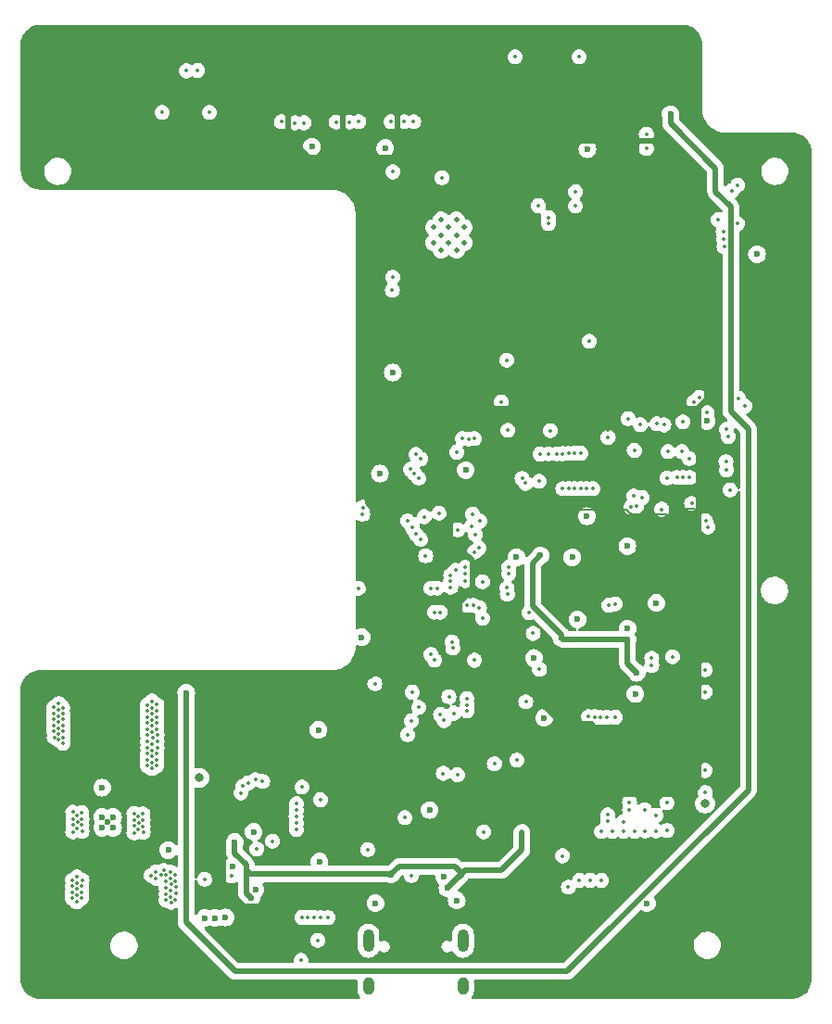
<source format=gbr>
%TF.GenerationSoftware,KiCad,Pcbnew,7.0.5*%
%TF.CreationDate,2023-12-05T08:46:21-08:00*%
%TF.ProjectId,EV10 Board Design,45563130-2042-46f6-9172-642044657369,EV9*%
%TF.SameCoordinates,Original*%
%TF.FileFunction,Copper,L3,Inr*%
%TF.FilePolarity,Positive*%
%FSLAX46Y46*%
G04 Gerber Fmt 4.6, Leading zero omitted, Abs format (unit mm)*
G04 Created by KiCad (PCBNEW 7.0.5) date 2023-12-05 08:46:21*
%MOMM*%
%LPD*%
G01*
G04 APERTURE LIST*
%TA.AperFunction,ComponentPad*%
%ADD10C,0.500000*%
%TD*%
%TA.AperFunction,ComponentPad*%
%ADD11O,1.000000X2.100000*%
%TD*%
%TA.AperFunction,ComponentPad*%
%ADD12O,1.000000X1.600000*%
%TD*%
%TA.AperFunction,ComponentPad*%
%ADD13C,0.600000*%
%TD*%
%TA.AperFunction,ViaPad*%
%ADD14C,0.600000*%
%TD*%
%TA.AperFunction,ViaPad*%
%ADD15C,0.350000*%
%TD*%
%TA.AperFunction,ViaPad*%
%ADD16C,0.800000*%
%TD*%
%TA.AperFunction,Conductor*%
%ADD17C,0.500000*%
%TD*%
%TA.AperFunction,Conductor*%
%ADD18C,0.200000*%
%TD*%
%TA.AperFunction,Conductor*%
%ADD19C,0.127000*%
%TD*%
G04 APERTURE END LIST*
D10*
%TO.N,N/C*%
%TO.C,U11*%
X151925000Y-74760000D03*
X151925000Y-76160000D03*
X152625000Y-74060000D03*
X152625000Y-75460000D03*
X152625000Y-76860000D03*
X153325000Y-74760000D03*
X153325000Y-76160000D03*
X154025000Y-74060000D03*
X154025000Y-75460000D03*
X154025000Y-76860000D03*
X154725000Y-74760000D03*
X154725000Y-76160000D03*
%TD*%
D11*
%TO.N,unconnected-(J9-SHIELD-PadS1)*%
%TO.C,J9*%
X145967500Y-139916000D03*
D12*
X145967500Y-144096000D03*
D11*
X154607500Y-139916000D03*
D12*
X154607500Y-144096000D03*
%TD*%
D13*
%TO.N,GND*%
%TO.C,U7*%
X121640000Y-129610000D03*
X122640000Y-129610000D03*
X122140000Y-129110000D03*
X121640000Y-128610000D03*
X122640000Y-128610000D03*
%TD*%
D14*
%TO.N,+3.3VA*%
X169637500Y-112375000D03*
X163607500Y-112245000D03*
X170487500Y-115435000D03*
X161688500Y-104725500D03*
D15*
%TO.N,+3.3V*%
X165075500Y-102300000D03*
X156610000Y-112670000D03*
D14*
X164716000Y-66806500D03*
D15*
X173352000Y-101175500D03*
X161495000Y-128065000D03*
D14*
X148237000Y-68375000D03*
X161700000Y-130230000D03*
X162137500Y-118575000D03*
X155492500Y-128050000D03*
X148637500Y-59665000D03*
D15*
X166446962Y-120075538D03*
X162294936Y-101214500D03*
X160237500Y-134425000D03*
D14*
X166250000Y-129940000D03*
X138627500Y-59345000D03*
D15*
X167870000Y-93260000D03*
X135727878Y-136838556D03*
X135256250Y-139733750D03*
D14*
X176737000Y-86837500D03*
X143637500Y-59465000D03*
X145768287Y-110070000D03*
X153637500Y-59505000D03*
D15*
X176137500Y-94125000D03*
X166837500Y-102275000D03*
D14*
X145920000Y-99050000D03*
D15*
X169937500Y-100975000D03*
D14*
X153600000Y-96900000D03*
D15*
X136757500Y-136799500D03*
D14*
%TO.N,VBUS*%
X153197500Y-135115000D03*
X133760000Y-130910000D03*
X135280000Y-136025500D03*
D15*
X159987500Y-130025000D03*
D14*
X148060000Y-133860000D03*
D15*
%TO.N,GND*%
X127480000Y-135110000D03*
X119800000Y-129930000D03*
X117260000Y-121330000D03*
X126640000Y-123390000D03*
X119790000Y-128790000D03*
X118043167Y-119154346D03*
X126540000Y-134200000D03*
D14*
X133535000Y-133145000D03*
D15*
X118920000Y-134370000D03*
X119360000Y-135770000D03*
X119350000Y-128500000D03*
X126180000Y-118630000D03*
X124550000Y-130080000D03*
X124950000Y-129740000D03*
X167280000Y-129950000D03*
X125390000Y-130030000D03*
X126660000Y-122270000D03*
D14*
X135645000Y-135255000D03*
D15*
X125380000Y-129470000D03*
X127900000Y-135360000D03*
X149921225Y-133974500D03*
D14*
X131970000Y-137850000D03*
D15*
X118060000Y-120790000D03*
X117680000Y-118250000D03*
X124970000Y-129190000D03*
D14*
X169649706Y-111417206D03*
X146617500Y-136495000D03*
X131040000Y-137840000D03*
D15*
X124940000Y-128600000D03*
X125750000Y-120580000D03*
X119350000Y-135200000D03*
D14*
X162027997Y-119574503D03*
X132910000Y-137800000D03*
X151570500Y-127985023D03*
D15*
X126220000Y-118030000D03*
X119320000Y-136370000D03*
X118050000Y-118620000D03*
X119340000Y-134110000D03*
D14*
X169635000Y-103875000D03*
X148200000Y-88010000D03*
X170350000Y-117380000D03*
D15*
X126640000Y-118910000D03*
X125760000Y-118910000D03*
X179157500Y-71420000D03*
X118920000Y-134920000D03*
X167880000Y-93930000D03*
X117210000Y-120790000D03*
D16*
X130510000Y-125050000D03*
D15*
X126620000Y-120030000D03*
X128350000Y-135040000D03*
X119790000Y-129370000D03*
X117220000Y-119690000D03*
X125760000Y-118380000D03*
X125370000Y-128330000D03*
X126190000Y-119200000D03*
X125780000Y-122270000D03*
X141340000Y-139890000D03*
X126200000Y-121990000D03*
X125770000Y-123940000D03*
X126190000Y-124190000D03*
X119800000Y-134370000D03*
X128320000Y-134460000D03*
X118960000Y-129980000D03*
D14*
X171427500Y-136495000D03*
D15*
X119780000Y-134930000D03*
D14*
X154871898Y-96928102D03*
D15*
X118970000Y-129330000D03*
X170270000Y-95130000D03*
D14*
X140800000Y-67387500D03*
D15*
X125760000Y-119470000D03*
X156525500Y-129975000D03*
D14*
X141500000Y-132700000D03*
D15*
X126200000Y-119740000D03*
X117660000Y-120510000D03*
X126550000Y-133630000D03*
D14*
X164600000Y-104900000D03*
D15*
X127480000Y-135640000D03*
X135772500Y-131540000D03*
X126120000Y-133950000D03*
X126640000Y-122840000D03*
D14*
X145360000Y-112190000D03*
D15*
X118080000Y-119700000D03*
X117640000Y-118850000D03*
D14*
X181480000Y-77208000D03*
D16*
X176733959Y-127399756D03*
D15*
X126220000Y-123100000D03*
X127470000Y-134500000D03*
D14*
X159500000Y-104900000D03*
D15*
X155680000Y-114300000D03*
X118980000Y-128800000D03*
X125760000Y-123390000D03*
X126660000Y-121130000D03*
X126200000Y-120290000D03*
X126660000Y-121720000D03*
X127480000Y-136200000D03*
X125380000Y-128890000D03*
X127470000Y-133940000D03*
X127124000Y-64254000D03*
X127900000Y-134230000D03*
X125780000Y-121740000D03*
X127890000Y-133660000D03*
X127930000Y-136410000D03*
X127270181Y-133509622D03*
X117660000Y-119960000D03*
X117220000Y-118600000D03*
D14*
X165938378Y-101141541D03*
D15*
X125760000Y-121130000D03*
X127910000Y-135930000D03*
X124550000Y-128280000D03*
X126240000Y-121390000D03*
X125780000Y-122830000D03*
X118900000Y-136040000D03*
X119780000Y-128230000D03*
D14*
X165986000Y-67599500D03*
X147020000Y-97240000D03*
D15*
X117650000Y-119420000D03*
X124570000Y-128900000D03*
X126640000Y-118360000D03*
X119780000Y-135490000D03*
X119360000Y-129640000D03*
D14*
X147500000Y-67500000D03*
X154037500Y-136245000D03*
D15*
X126210000Y-122560000D03*
D14*
X161087500Y-114095000D03*
D15*
X126620000Y-119480000D03*
X117200000Y-120240000D03*
X127940000Y-134760000D03*
X118080000Y-120250000D03*
X128330000Y-136160000D03*
X118900000Y-135490000D03*
X126220000Y-120840000D03*
D14*
X141400000Y-120660000D03*
D15*
X125740000Y-120030000D03*
X128350000Y-135590000D03*
X118060000Y-121330000D03*
X175288000Y-95875000D03*
D14*
X176887000Y-92448000D03*
D15*
X119340000Y-134660000D03*
X126220000Y-123650000D03*
X118070000Y-121880000D03*
X119380000Y-129090000D03*
D14*
X172291250Y-109071250D03*
D15*
X117670000Y-121580000D03*
D14*
X152887500Y-134038000D03*
D15*
X118960000Y-128180000D03*
D14*
X165077500Y-110575000D03*
D15*
X117220000Y-119130000D03*
X126620000Y-123930000D03*
X117680000Y-121060000D03*
X128340000Y-133890000D03*
X119780000Y-136020000D03*
X124560000Y-129430000D03*
X126600000Y-120570000D03*
X127000000Y-133930000D03*
%TO.N,/UI_SDA*%
X139898537Y-137799296D03*
X153610000Y-112624500D03*
X145905559Y-131605559D03*
X153327000Y-117631830D03*
X139820000Y-141730000D03*
%TO.N,/UI_SCL*%
X140448035Y-137801426D03*
X149296502Y-128676502D03*
X153765000Y-119130000D03*
X153679500Y-113180000D03*
%TO.N,/MCLK*%
X166098551Y-119450538D03*
X161029141Y-111844115D03*
X164831735Y-98611500D03*
X173352000Y-95242000D03*
X160661571Y-109931547D03*
X156390000Y-107130000D03*
X161641014Y-95458986D03*
%TO.N,/MGMT_BOOT*%
X178429000Y-75861713D03*
X170490092Y-100207932D03*
X179021156Y-98730604D03*
X165260000Y-134404500D03*
X178872000Y-93860000D03*
%TO.N,/MGMT_NRST*%
X172787500Y-100500500D03*
X179722000Y-74414000D03*
X173758000Y-113970000D03*
X163717500Y-132165500D03*
X179722000Y-70891500D03*
X164247500Y-135035000D03*
X159382000Y-59174000D03*
X165224000Y-59174000D03*
X178473000Y-76500000D03*
%TO.N,/IN_3*%
X154994000Y-118923000D03*
X142301501Y-137808499D03*
X160357787Y-118100000D03*
X161612000Y-115115000D03*
%TO.N,/NET_RST*%
X164830735Y-95386155D03*
X161502000Y-72780000D03*
X148220000Y-69680000D03*
X152715713Y-70215713D03*
%TO.N,/UI_RST*%
X164282232Y-98611500D03*
X158800000Y-106400000D03*
%TO.N,/MIC_P*%
X140997500Y-137795000D03*
X154968365Y-117779800D03*
%TO.N,/LEDA_R*%
X174156692Y-97590822D03*
X148013000Y-65100000D03*
%TO.N,/DISP_BL*%
X150548204Y-97651087D03*
X153494000Y-106535401D03*
X169832000Y-127280000D03*
X173260000Y-127320000D03*
X173270000Y-129850000D03*
%TO.N,/DISP_RSTR*%
X172270000Y-129890000D03*
X167822000Y-128430000D03*
X172250000Y-128460000D03*
%TO.N,/LEDA_G*%
X174706194Y-97589729D03*
X149262000Y-65100000D03*
%TO.N,/LEDA_B*%
X150100000Y-65100000D03*
X175331261Y-97595369D03*
%TO.N,/KB_COL3*%
X149559500Y-121104643D03*
X152889000Y-119800000D03*
X158669821Y-108279606D03*
X136300000Y-125365000D03*
%TO.N,/KB_COL4*%
X158640000Y-107690000D03*
X152562000Y-119259001D03*
%TO.N,/DISP_DC*%
X169832000Y-127960000D03*
X171270000Y-129910000D03*
X171210000Y-127950000D03*
%TO.N,/DISP_CS*%
X150182077Y-97241326D03*
X170270000Y-129930000D03*
X151070993Y-101179806D03*
%TO.N,/DISP_SPI_SCK*%
X169270000Y-129080000D03*
X167822000Y-129010000D03*
X169260000Y-129930000D03*
%TO.N,/DISP_SPI_MOSI*%
X168260000Y-129920000D03*
%TO.N,/KB_MIC*%
X149793497Y-96852792D03*
D14*
X135489500Y-129976409D03*
D15*
%TO.N,/KB_ROW5*%
X139370000Y-129196376D03*
X151208392Y-104762595D03*
%TO.N,/KB_ROW1*%
X134338500Y-126410414D03*
X149580000Y-101568500D03*
%TO.N,/KB_ROW2*%
X134958357Y-125520403D03*
X149982500Y-102190000D03*
%TO.N,/KB_ROW3*%
X150310000Y-102760000D03*
X139392170Y-127417900D03*
%TO.N,/MIC_N*%
X154994000Y-118373592D03*
X141627439Y-137805513D03*
%TO.N,/KB_ROW4*%
X150750000Y-103240000D03*
X139357658Y-128557659D03*
%TO.N,/KB_ROW6*%
X151695000Y-113764883D03*
X139381599Y-129745756D03*
%TO.N,/KB_ROW7*%
X137217500Y-130825000D03*
X152022000Y-114280000D03*
%TO.N,/LEDB_R*%
X158725963Y-93294037D03*
X154560000Y-94060000D03*
X175513000Y-99975500D03*
X138013000Y-65100000D03*
%TO.N,/LEDB_G*%
X155109378Y-94071689D03*
X139262000Y-65200000D03*
%TO.N,/LEDB_B*%
X155661145Y-94043581D03*
X140100000Y-65200000D03*
%TO.N,/SPK_LN*%
X176762000Y-117195000D03*
X171862000Y-114800000D03*
%TO.N,/SPK_LP*%
X176762000Y-115175000D03*
X171862000Y-114117000D03*
%TO.N,/HP_R*%
X168533334Y-109146500D03*
X176762000Y-124375000D03*
%TO.N,/HP_L*%
X167947500Y-109255000D03*
X176762000Y-126375000D03*
%TO.N,/KB_COL5*%
X150558000Y-118612147D03*
X139386802Y-127967376D03*
%TO.N,/KB_COL2*%
X149879287Y-119841287D03*
X135639579Y-125209580D03*
%TO.N,/BTN_RST*%
X169951773Y-100318227D03*
X165381153Y-98619980D03*
X162411521Y-95446854D03*
X131442000Y-64254000D03*
%TO.N,/BTN_UI*%
X166490792Y-98611500D03*
X170220000Y-99295000D03*
X162428390Y-73842547D03*
X164281530Y-95404228D03*
%TO.N,/BTN_NET*%
X165930655Y-98620082D03*
X129350000Y-60450000D03*
X163732378Y-95423844D03*
X170987213Y-99442787D03*
X130360000Y-60410000D03*
X162430865Y-74392044D03*
%TO.N,/KB_COL1*%
X149974500Y-117230000D03*
X134491360Y-125810000D03*
D14*
%TO.N,Net-(J5-Pin_1)*%
X121640000Y-125940000D03*
X173590000Y-64430000D03*
X129320000Y-117270000D03*
X127680500Y-131640000D03*
D15*
%TO.N,Net-(D1-K)*%
X131000000Y-134310000D03*
X133454477Y-134004477D03*
%TO.N,Net-(U1-PA12)*%
X139882839Y-125887400D03*
X145040000Y-107720000D03*
X141590000Y-127038000D03*
X146561580Y-116444229D03*
%TO.N,/UI_STAT*%
X173280192Y-97650000D03*
X161560000Y-97938000D03*
X155745287Y-102805287D03*
X160325384Y-98127926D03*
%TO.N,/UI_BOOT*%
X152541919Y-109905499D03*
X150762000Y-95900000D03*
X158117880Y-90687711D03*
X163183619Y-95446500D03*
%TO.N,/UI_LED_B*%
X151992417Y-109905988D03*
X145100000Y-65100000D03*
X153932000Y-106080000D03*
X154808861Y-105833361D03*
%TO.N,/NET_STAT*%
X174725500Y-92515962D03*
X158600000Y-86880000D03*
X162600000Y-93312000D03*
X174622000Y-95242000D03*
%TO.N,/UI_LED_G*%
X156100000Y-104050000D03*
X144262000Y-65120000D03*
%TO.N,/UI_TX1_MGMT*%
X153494000Y-107633929D03*
X154845500Y-107034396D03*
X152237350Y-107721367D03*
X177010000Y-102120000D03*
%TO.N,/UI_RX1_MGMT*%
X153478110Y-107084656D03*
X176780000Y-101550000D03*
X154845500Y-106415607D03*
X151687848Y-107721868D03*
%TO.N,/NET_BOOT*%
X166143500Y-85150000D03*
X165380000Y-95370000D03*
%TO.N,/UI_LED_R*%
X160016641Y-97673359D03*
X158800000Y-105800000D03*
X143013000Y-65120000D03*
X163732729Y-98611500D03*
%TO.N,/MGMT_SWDIO*%
X175750000Y-90700500D03*
X180363385Y-91056615D03*
X170807500Y-92787000D03*
X166237500Y-134405000D03*
%TO.N,/MGMT_SWCLK*%
X176204168Y-90275154D03*
X179792000Y-90342000D03*
X167267500Y-134405000D03*
X169700000Y-92230500D03*
%TO.N,/I2S_DACLRC*%
X155578859Y-109295000D03*
X167192939Y-119538388D03*
X155662000Y-104400500D03*
X152413000Y-100852306D03*
%TO.N,/BOOT1*%
X154028212Y-95300000D03*
X150300000Y-95500000D03*
%TO.N,/I2S_BCLK*%
X154959979Y-109295000D03*
X166647709Y-119469995D03*
%TO.N,/I2S_ADCDAT*%
X168527500Y-119515000D03*
X156120000Y-109490000D03*
%TO.N,/I2S_DACDAT*%
X167741086Y-119499818D03*
X156399308Y-110443192D03*
%TO.N,/USB_TX1_MGMT*%
X152817500Y-124635000D03*
X172336000Y-92702000D03*
X176908000Y-91686000D03*
X159527500Y-123417000D03*
%TO.N,/USB_RX1_MGMT*%
X178683000Y-93210000D03*
X154097500Y-124765000D03*
X172972781Y-92789278D03*
X157486000Y-123757000D03*
%TO.N,/UI_TX2_NET*%
X155385218Y-102054778D03*
X148160000Y-80470000D03*
X156140000Y-101570000D03*
X145455697Y-100336271D03*
%TO.N,/NET_TX1_MGMT*%
X178645000Y-96155000D03*
X178392500Y-75126500D03*
X171370000Y-66225500D03*
X164900000Y-71500000D03*
%TO.N,/NET_RX1_MGMT*%
X164900000Y-72800000D03*
X178694156Y-96929354D03*
X171374750Y-67539500D03*
X177954500Y-74040000D03*
%TO.N,/UI_RX2_NET*%
X148190000Y-79300000D03*
X145450000Y-100950000D03*
X155509403Y-100944932D03*
X154128152Y-102390380D03*
%TD*%
D17*
%TO.N,+3.3VA*%
X160987500Y-105426500D02*
X160987500Y-109375000D01*
X169637500Y-114585000D02*
X169637500Y-112375000D01*
X161688500Y-104725500D02*
X160987500Y-105426500D01*
X163607500Y-111995000D02*
X163607500Y-112245000D01*
X163737500Y-112375000D02*
X169637500Y-112375000D01*
X160987500Y-109375000D02*
X163607500Y-111995000D01*
X170487500Y-115435000D02*
X169637500Y-114585000D01*
%TO.N,+3.3V*%
X176490000Y-86590500D02*
X176490000Y-69790000D01*
D18*
X162967895Y-100541541D02*
X169504041Y-100541541D01*
D17*
X132730000Y-135660000D02*
X132730000Y-119210000D01*
D18*
X169504041Y-100541541D02*
X169937500Y-100975000D01*
D19*
X135727878Y-136838556D02*
X135717500Y-136828178D01*
D17*
X175410000Y-126540000D02*
X176137500Y-125812500D01*
X153037500Y-91325000D02*
X147815000Y-91325000D01*
X161700000Y-130230000D02*
X165970000Y-130230000D01*
X153037500Y-96337500D02*
X153037500Y-91325000D01*
X134637500Y-136775000D02*
X133845000Y-136775000D01*
X155470000Y-105223884D02*
X153475000Y-103228884D01*
X132730000Y-119210000D02*
X136170000Y-115770000D01*
X133845000Y-136775000D02*
X132730000Y-135660000D01*
X147470000Y-108142500D02*
X147470000Y-101457500D01*
X155282500Y-112670000D02*
X154334979Y-111722479D01*
D18*
X173151500Y-100975000D02*
X169937500Y-100975000D01*
D17*
X154334979Y-111722479D02*
X154334979Y-109036116D01*
X161700000Y-130230000D02*
X161700000Y-132862500D01*
X161495000Y-128065000D02*
X163020000Y-126540000D01*
X176737000Y-86837500D02*
X176900000Y-87000500D01*
X143647500Y-59455000D02*
X143637500Y-59465000D01*
X153600000Y-96900000D02*
X153037500Y-96337500D01*
X134870000Y-137007500D02*
X134637500Y-136775000D01*
X143637500Y-59465000D02*
X143637500Y-68225000D01*
X148537500Y-68375000D02*
X143787500Y-68375000D01*
X134870000Y-139347500D02*
X134870000Y-137007500D01*
D18*
X167865000Y-91325000D02*
X167865000Y-93255000D01*
X165100500Y-102275000D02*
X166837500Y-102275000D01*
X173352000Y-101175500D02*
X173151500Y-100975000D01*
D17*
X134637500Y-136775000D02*
X135717500Y-136775000D01*
X170487500Y-91325000D02*
X176037500Y-91325000D01*
D18*
X173352000Y-101175500D02*
X173352000Y-101118000D01*
D17*
X145920000Y-93220000D02*
X145920000Y-99050000D01*
D18*
X165075500Y-102300000D02*
X165100500Y-102275000D01*
D17*
X140250000Y-68090000D02*
X140535000Y-68375000D01*
X138627500Y-59345000D02*
X138637500Y-59355000D01*
X166446962Y-120075538D02*
X163638038Y-120075538D01*
X176137500Y-94125000D02*
X176137500Y-91225000D01*
X145768287Y-109844213D02*
X147470000Y-108142500D01*
X147470000Y-101457500D02*
X145920000Y-99907500D01*
X166446962Y-120085538D02*
X166446962Y-120075538D01*
D18*
X174020000Y-100450000D02*
X175712500Y-100450000D01*
D17*
X153475000Y-103228884D02*
X153475000Y-97025000D01*
X153637500Y-59505000D02*
X153637500Y-68275000D01*
X176037500Y-91325000D02*
X176137500Y-91225000D01*
X176737000Y-86837500D02*
X176490000Y-86590500D01*
X160237500Y-134325000D02*
X160237500Y-134425000D01*
X167865000Y-91325000D02*
X153037500Y-91325000D01*
X139240000Y-138917500D02*
X143062500Y-138917500D01*
X162577500Y-123955000D02*
X166446962Y-120085538D01*
X176137500Y-100875000D02*
X176137500Y-94125000D01*
X176900000Y-87000500D02*
X176900000Y-90462500D01*
X173550000Y-66850000D02*
X155262500Y-66850000D01*
X169387500Y-91325000D02*
X167865000Y-91325000D01*
X137097500Y-136775000D02*
X139240000Y-138917500D01*
X148237000Y-68375000D02*
X149958839Y-70096839D01*
X156562500Y-138100000D02*
X160237500Y-134425000D01*
X176137500Y-109685000D02*
X176137500Y-100875000D01*
X156610000Y-112670000D02*
X155282500Y-112670000D01*
X138637500Y-59355000D02*
X138637500Y-66477500D01*
X161495000Y-128065000D02*
X162577500Y-126982500D01*
D18*
X175712500Y-100450000D02*
X176137500Y-100875000D01*
D17*
X140535000Y-68375000D02*
X148237000Y-68375000D01*
D19*
X136757500Y-136799500D02*
X136757500Y-136775000D01*
D17*
X144535500Y-68375000D02*
X144520500Y-68360000D01*
X176490000Y-69790000D02*
X173550000Y-66850000D01*
X163020000Y-126540000D02*
X175410000Y-126540000D01*
X165970000Y-130230000D02*
X166250000Y-129950000D01*
X148637500Y-68275000D02*
X148537500Y-68375000D01*
X161495000Y-128065000D02*
X155507500Y-128065000D01*
X136757500Y-136775000D02*
X137097500Y-136775000D01*
X161700000Y-132862500D02*
X160237500Y-134325000D01*
X145768287Y-110070000D02*
X145768287Y-109844213D01*
D19*
X176047500Y-109595000D02*
X176137500Y-109685000D01*
D17*
X153637500Y-68275000D02*
X153737500Y-68375000D01*
X135256250Y-139733750D02*
X134870000Y-139347500D01*
X144535500Y-68375000D02*
X143787500Y-68375000D01*
X155262500Y-66850000D02*
X153737500Y-68375000D01*
X143062500Y-138917500D02*
X143880000Y-138100000D01*
X176137500Y-125812500D02*
X176137500Y-109685000D01*
X170487500Y-91325000D02*
X169387500Y-91325000D01*
X149958839Y-70096839D02*
X149958839Y-91325000D01*
X162577500Y-126982500D02*
X162577500Y-123955000D01*
X166260000Y-129940000D02*
X166270000Y-129930000D01*
X166250000Y-129940000D02*
X166260000Y-129940000D01*
X145920000Y-99907500D02*
X145920000Y-99050000D01*
X148637500Y-59665000D02*
X148637500Y-68275000D01*
X147815000Y-91325000D02*
X145920000Y-93220000D01*
D18*
X173352000Y-101118000D02*
X174020000Y-100450000D01*
D17*
X147470000Y-114420000D02*
X147470000Y-108142500D01*
X166250000Y-129950000D02*
X166250000Y-129940000D01*
X155470000Y-107901095D02*
X155470000Y-105223884D01*
X143637500Y-68225000D02*
X143787500Y-68375000D01*
X135717500Y-136775000D02*
X136757500Y-136775000D01*
X153475000Y-97025000D02*
X153600000Y-96900000D01*
X138637500Y-66477500D02*
X140250000Y-68090000D01*
X176900000Y-90462500D02*
X176137500Y-91225000D01*
X153737500Y-68375000D02*
X148537500Y-68375000D01*
D19*
X135717500Y-136828178D02*
X135717500Y-136775000D01*
D17*
X163638038Y-120075538D02*
X162137500Y-118575000D01*
D18*
X167865000Y-93255000D02*
X167870000Y-93260000D01*
D17*
X148237000Y-68375000D02*
X144535500Y-68375000D01*
X154334979Y-109036116D02*
X155470000Y-107901095D01*
X143880000Y-138100000D02*
X156562500Y-138100000D01*
X136170000Y-115770000D02*
X146120000Y-115770000D01*
X161700000Y-130190000D02*
X161700000Y-130230000D01*
D18*
X162294936Y-101214500D02*
X162967895Y-100541541D01*
D17*
X146120000Y-115770000D02*
X147470000Y-114420000D01*
%TO.N,VBUS*%
X148060000Y-133860000D02*
X148065000Y-133855000D01*
X134815000Y-135560500D02*
X134815000Y-133515000D01*
X148065000Y-133855000D02*
X148070000Y-133855000D01*
X148800000Y-133125000D02*
X153837500Y-133125000D01*
X154827500Y-133485000D02*
X158117500Y-133485000D01*
X135280000Y-136025500D02*
X134815000Y-135560500D01*
X159987500Y-131615000D02*
X159987500Y-130025000D01*
X133740000Y-130930000D02*
X133740000Y-131920000D01*
X154512500Y-133800000D02*
X153197500Y-135115000D01*
X148070000Y-133855000D02*
X148800000Y-133125000D01*
X153197500Y-135115000D02*
X153187500Y-135125000D01*
X134815000Y-132995000D02*
X134815000Y-133515000D01*
X153187500Y-135125000D02*
X154827500Y-133485000D01*
X148055000Y-133855000D02*
X148060000Y-133860000D01*
X133740000Y-131920000D02*
X134815000Y-132995000D01*
X135155000Y-133855000D02*
X148055000Y-133855000D01*
X153837500Y-133125000D02*
X154512500Y-133800000D01*
X134815000Y-133515000D02*
X135155000Y-133855000D01*
X133760000Y-130910000D02*
X133740000Y-130930000D01*
X158117500Y-133485000D02*
X159987500Y-131615000D01*
%TO.N,Net-(J5-Pin_1)*%
X177700000Y-69370000D02*
X177700000Y-71470000D01*
X133790000Y-142710000D02*
X129320000Y-138240000D01*
X173590000Y-65260000D02*
X177700000Y-69370000D01*
X179098000Y-72868000D02*
X179098000Y-91556571D01*
X177700000Y-71470000D02*
X179098000Y-72868000D01*
X164151839Y-142710000D02*
X133790000Y-142710000D01*
X129320000Y-138240000D02*
X129320000Y-117270000D01*
X180690000Y-93148571D02*
X180690000Y-126171839D01*
X173590000Y-64430000D02*
X173590000Y-65260000D01*
X179098000Y-91556571D02*
X180690000Y-93148571D01*
X180690000Y-126171839D02*
X164151839Y-142710000D01*
D19*
%TO.N,/NET_BOOT*%
X166143500Y-85150000D02*
X166103500Y-85190000D01*
%TD*%
%TA.AperFunction,Conductor*%
%TO.N,+3.3V*%
G36*
X116013032Y-56220501D02*
G01*
X174631232Y-56224709D01*
X174631262Y-56224714D01*
X174645905Y-56224714D01*
X174680508Y-56224714D01*
X174683734Y-56224714D01*
X174687849Y-56224848D01*
X174916566Y-56239838D01*
X174924705Y-56240909D01*
X175126301Y-56281009D01*
X175147481Y-56285222D01*
X175155445Y-56287355D01*
X175370521Y-56360363D01*
X175378134Y-56363517D01*
X175478309Y-56412917D01*
X175581836Y-56463970D01*
X175588975Y-56468093D01*
X175777815Y-56594271D01*
X175784360Y-56599293D01*
X175854074Y-56660430D01*
X175953428Y-56747561D01*
X175955121Y-56749045D01*
X175960954Y-56754878D01*
X176110706Y-56925639D01*
X176115728Y-56932184D01*
X176241906Y-57121024D01*
X176246031Y-57128168D01*
X176346482Y-57331865D01*
X176349640Y-57339487D01*
X176422642Y-57554550D01*
X176424777Y-57562518D01*
X176469087Y-57785278D01*
X176470164Y-57793458D01*
X176485147Y-58022110D01*
X176485282Y-58026293D01*
X176479551Y-63837787D01*
X176479500Y-63838313D01*
X176479500Y-63890062D01*
X176479474Y-63915672D01*
X176479500Y-63916120D01*
X176479500Y-64023109D01*
X176511587Y-64287372D01*
X176511588Y-64287377D01*
X176575298Y-64545856D01*
X176667795Y-64789750D01*
X176669697Y-64794764D01*
X176793411Y-65030483D01*
X176944637Y-65249570D01*
X177121168Y-65448832D01*
X177320430Y-65625363D01*
X177539517Y-65776589D01*
X177775236Y-65900303D01*
X178024148Y-65994703D01*
X178282624Y-66058412D01*
X178546894Y-66090500D01*
X178653917Y-66090500D01*
X178654679Y-66090542D01*
X178657743Y-66090536D01*
X178657744Y-66090537D01*
X178663917Y-66090526D01*
X178680086Y-66090500D01*
X178731767Y-66090500D01*
X178732641Y-66090412D01*
X179137996Y-66089737D01*
X184687892Y-66080504D01*
X184692097Y-66080637D01*
X184920762Y-66095624D01*
X184928917Y-66096697D01*
X185151696Y-66141010D01*
X185159650Y-66143141D01*
X185374729Y-66216152D01*
X185382339Y-66219303D01*
X185586058Y-66319766D01*
X185593170Y-66323872D01*
X185782030Y-66450065D01*
X185788568Y-66455081D01*
X185959331Y-66604835D01*
X185965161Y-66610665D01*
X186102225Y-66766958D01*
X186114913Y-66781425D01*
X186119934Y-66787969D01*
X186246124Y-66976825D01*
X186250235Y-66983946D01*
X186350692Y-67187652D01*
X186353849Y-67195274D01*
X186426855Y-67410340D01*
X186428990Y-67418309D01*
X186473299Y-67641064D01*
X186474375Y-67649243D01*
X186489364Y-67877934D01*
X186489499Y-67882064D01*
X186479506Y-143378500D01*
X186479500Y-143378572D01*
X186479500Y-143427940D01*
X186479365Y-143432061D01*
X186464375Y-143660756D01*
X186463299Y-143668935D01*
X186418990Y-143891690D01*
X186416855Y-143899659D01*
X186343849Y-144114725D01*
X186340692Y-144122347D01*
X186240242Y-144326042D01*
X186236120Y-144333181D01*
X186229435Y-144343187D01*
X186109934Y-144522030D01*
X186104913Y-144528574D01*
X185955164Y-144699331D01*
X185949331Y-144705164D01*
X185778574Y-144854913D01*
X185772030Y-144859934D01*
X185655515Y-144937788D01*
X185583181Y-144986120D01*
X185576047Y-144990239D01*
X185496782Y-145029328D01*
X185372347Y-145090692D01*
X185364725Y-145093849D01*
X185149659Y-145166855D01*
X185141690Y-145168990D01*
X184972295Y-145202684D01*
X184918932Y-145213299D01*
X184910756Y-145214375D01*
X184719705Y-145226897D01*
X184682058Y-145229365D01*
X184677940Y-145229500D01*
X184628156Y-145229500D01*
X184628073Y-145229507D01*
X155491040Y-145233748D01*
X155422917Y-145213756D01*
X155376416Y-145160107D01*
X155366302Y-145089834D01*
X155393621Y-145027816D01*
X155450095Y-144959004D01*
X155543741Y-144783804D01*
X155601408Y-144593701D01*
X155616000Y-144445547D01*
X155616000Y-143746453D01*
X155608951Y-143674882D01*
X155602251Y-143606849D01*
X155615480Y-143537096D01*
X155664320Y-143485568D01*
X155727644Y-143468500D01*
X164087398Y-143468500D01*
X164105658Y-143469830D01*
X164110554Y-143470547D01*
X164129628Y-143473341D01*
X164162985Y-143470422D01*
X164182224Y-143468740D01*
X164187717Y-143468500D01*
X164196014Y-143468500D01*
X164196019Y-143468500D01*
X164218069Y-143465922D01*
X164228021Y-143464759D01*
X164229824Y-143464574D01*
X164306265Y-143457887D01*
X164306269Y-143457885D01*
X164313457Y-143456402D01*
X164313470Y-143456468D01*
X164320826Y-143454836D01*
X164320811Y-143454771D01*
X164327941Y-143453080D01*
X164327952Y-143453079D01*
X164400078Y-143426826D01*
X164401701Y-143426261D01*
X164474577Y-143402114D01*
X164474586Y-143402108D01*
X164481228Y-143399012D01*
X164481257Y-143399074D01*
X164488042Y-143395789D01*
X164488012Y-143395729D01*
X164494563Y-143392437D01*
X164494571Y-143392435D01*
X164558722Y-143350240D01*
X164560187Y-143349307D01*
X164625490Y-143309030D01*
X164625498Y-143309021D01*
X164631247Y-143304477D01*
X164631289Y-143304531D01*
X164637128Y-143299775D01*
X164637085Y-143299723D01*
X164642703Y-143295007D01*
X164642713Y-143295001D01*
X164695407Y-143239147D01*
X164696605Y-143237913D01*
X167533188Y-140401330D01*
X175683210Y-140401330D01*
X175700475Y-140528791D01*
X175713425Y-140624390D01*
X175782984Y-140838467D01*
X175889644Y-141036675D01*
X175889648Y-141036682D01*
X175962333Y-141127825D01*
X176029992Y-141212666D01*
X176199504Y-141360765D01*
X176392736Y-141476215D01*
X176603476Y-141555307D01*
X176603478Y-141555307D01*
X176603480Y-141555308D01*
X176736729Y-141579489D01*
X176824953Y-141595500D01*
X176824954Y-141595500D01*
X176993649Y-141595500D01*
X176993655Y-141595500D01*
X177151259Y-141581315D01*
X177161689Y-141580377D01*
X177161689Y-141580376D01*
X177337007Y-141531991D01*
X177378667Y-141520494D01*
X177378667Y-141520493D01*
X177378670Y-141520493D01*
X177581473Y-141422829D01*
X177763578Y-141290522D01*
X177919132Y-141127825D01*
X178043135Y-140939968D01*
X178131603Y-140732988D01*
X178181691Y-140513537D01*
X178191790Y-140288670D01*
X178161575Y-140065613D01*
X178092017Y-139851536D01*
X178037397Y-139750035D01*
X177985355Y-139653324D01*
X177985351Y-139653317D01*
X177845006Y-139477332D01*
X177675498Y-139329237D01*
X177675496Y-139329235D01*
X177482264Y-139213785D01*
X177271524Y-139134693D01*
X177271519Y-139134691D01*
X177081591Y-139100224D01*
X177050047Y-139094500D01*
X176881345Y-139094500D01*
X176850058Y-139097315D01*
X176713310Y-139109622D01*
X176713310Y-139109623D01*
X176496332Y-139169505D01*
X176293531Y-139267168D01*
X176293523Y-139267173D01*
X176111421Y-139399478D01*
X176111420Y-139399479D01*
X175955869Y-139562172D01*
X175831867Y-139750027D01*
X175831863Y-139750035D01*
X175743397Y-139957011D01*
X175743396Y-139957013D01*
X175693309Y-140176461D01*
X175693309Y-140176463D01*
X175686051Y-140338080D01*
X175683210Y-140401330D01*
X167533188Y-140401330D01*
X170777433Y-137157085D01*
X170839743Y-137123061D01*
X170910558Y-137128126D01*
X170933562Y-137139495D01*
X171074485Y-137228043D01*
X171246453Y-137288217D01*
X171427500Y-137308616D01*
X171608547Y-137288217D01*
X171780515Y-137228043D01*
X171934781Y-137131111D01*
X172063611Y-137002281D01*
X172160543Y-136848015D01*
X172220717Y-136676047D01*
X172241116Y-136495000D01*
X172220717Y-136313953D01*
X172160543Y-136141985D01*
X172071995Y-136001062D01*
X172052689Y-135932741D01*
X172073384Y-135864828D01*
X172089582Y-135844936D01*
X181180778Y-126753740D01*
X181194617Y-126741780D01*
X181214058Y-126727308D01*
X181248001Y-126686854D01*
X181251700Y-126682818D01*
X181257581Y-126676939D01*
X181277629Y-126651582D01*
X181278664Y-126650311D01*
X181328032Y-126591479D01*
X181328033Y-126591475D01*
X181328036Y-126591473D01*
X181332070Y-126585341D01*
X181332127Y-126585378D01*
X181336171Y-126579030D01*
X181336112Y-126578994D01*
X181339965Y-126572746D01*
X181339967Y-126572744D01*
X181372421Y-126503143D01*
X181373167Y-126501604D01*
X181407609Y-126433027D01*
X181407610Y-126433020D01*
X181410119Y-126426130D01*
X181410184Y-126426153D01*
X181412658Y-126419036D01*
X181412594Y-126419015D01*
X181414903Y-126412046D01*
X181422553Y-126374996D01*
X181430432Y-126336833D01*
X181430805Y-126335151D01*
X181448500Y-126260495D01*
X181448500Y-126260494D01*
X181449352Y-126253207D01*
X181449419Y-126253214D01*
X181450185Y-126245716D01*
X181450119Y-126245711D01*
X181450757Y-126238405D01*
X181450759Y-126238397D01*
X181449443Y-126193171D01*
X181448527Y-126161663D01*
X181448500Y-126159831D01*
X181448500Y-107981330D01*
X181833210Y-107981330D01*
X181841407Y-108041842D01*
X181863425Y-108204390D01*
X181932984Y-108418467D01*
X182039644Y-108616675D01*
X182039648Y-108616682D01*
X182134945Y-108736179D01*
X182179992Y-108792666D01*
X182349504Y-108940765D01*
X182542736Y-109056215D01*
X182753476Y-109135307D01*
X182753478Y-109135307D01*
X182753480Y-109135308D01*
X182886729Y-109159489D01*
X182974953Y-109175500D01*
X182974954Y-109175500D01*
X183143649Y-109175500D01*
X183143655Y-109175500D01*
X183301259Y-109161315D01*
X183311689Y-109160377D01*
X183311689Y-109160376D01*
X183487007Y-109111991D01*
X183528667Y-109100494D01*
X183528667Y-109100493D01*
X183528670Y-109100493D01*
X183731473Y-109002829D01*
X183913578Y-108870522D01*
X184069132Y-108707825D01*
X184193135Y-108519968D01*
X184281603Y-108312988D01*
X184331691Y-108093537D01*
X184341790Y-107868670D01*
X184311575Y-107645613D01*
X184242017Y-107431536D01*
X184226068Y-107401897D01*
X184135355Y-107233324D01*
X184135351Y-107233317D01*
X184024168Y-107093899D01*
X183995008Y-107057334D01*
X183972726Y-107037867D01*
X183825498Y-106909237D01*
X183825496Y-106909235D01*
X183632264Y-106793785D01*
X183448990Y-106725001D01*
X183421519Y-106714691D01*
X183231591Y-106680224D01*
X183200047Y-106674500D01*
X183031345Y-106674500D01*
X183000058Y-106677315D01*
X182863310Y-106689622D01*
X182863310Y-106689623D01*
X182646332Y-106749505D01*
X182443531Y-106847168D01*
X182443523Y-106847173D01*
X182261421Y-106979478D01*
X182261420Y-106979479D01*
X182105869Y-107142172D01*
X181981867Y-107330027D01*
X181981863Y-107330035D01*
X181893397Y-107537011D01*
X181893396Y-107537013D01*
X181843309Y-107756461D01*
X181843309Y-107756463D01*
X181836827Y-107900803D01*
X181833210Y-107981330D01*
X181448500Y-107981330D01*
X181448500Y-93213006D01*
X181449831Y-93194743D01*
X181453340Y-93170787D01*
X181453341Y-93170782D01*
X181450875Y-93142598D01*
X181448740Y-93118185D01*
X181448500Y-93112692D01*
X181448500Y-93104384D01*
X181444759Y-93072393D01*
X181444575Y-93070604D01*
X181437887Y-92994145D01*
X181437885Y-92994141D01*
X181436403Y-92986959D01*
X181436469Y-92986945D01*
X181434837Y-92979583D01*
X181434772Y-92979599D01*
X181433080Y-92972464D01*
X181433079Y-92972462D01*
X181433079Y-92972458D01*
X181406842Y-92900374D01*
X181406241Y-92898644D01*
X181400651Y-92881776D01*
X181382114Y-92825833D01*
X181382109Y-92825826D01*
X181379012Y-92819182D01*
X181379074Y-92819152D01*
X181375788Y-92812366D01*
X181375728Y-92812397D01*
X181372433Y-92805836D01*
X181337964Y-92753429D01*
X181330266Y-92741726D01*
X181329293Y-92740197D01*
X181289032Y-92674922D01*
X181284478Y-92669163D01*
X181284531Y-92669120D01*
X181279766Y-92663271D01*
X181279715Y-92663315D01*
X181274998Y-92657693D01*
X181219159Y-92605012D01*
X181217878Y-92603768D01*
X180530415Y-91916305D01*
X180496390Y-91853994D01*
X180501455Y-91783179D01*
X180544002Y-91726343D01*
X180589357Y-91704873D01*
X180607538Y-91700392D01*
X180754509Y-91623256D01*
X180878750Y-91513188D01*
X180973039Y-91376586D01*
X181031898Y-91221389D01*
X181031898Y-91221388D01*
X181031899Y-91221386D01*
X181051905Y-91056618D01*
X181051905Y-91056611D01*
X181031899Y-90891843D01*
X180973037Y-90736640D01*
X180878751Y-90600044D01*
X180878752Y-90600044D01*
X180754508Y-90489973D01*
X180607536Y-90412837D01*
X180569910Y-90403563D01*
X180508556Y-90367839D01*
X180476256Y-90304615D01*
X180474985Y-90296412D01*
X180460514Y-90177228D01*
X180439215Y-90121069D01*
X180401654Y-90022029D01*
X180401652Y-90022027D01*
X180401652Y-90022025D01*
X180307366Y-89885429D01*
X180307367Y-89885429D01*
X180231911Y-89818581D01*
X180183124Y-89775359D01*
X180183123Y-89775358D01*
X180183119Y-89775356D01*
X180036151Y-89698222D01*
X179952346Y-89677566D01*
X179890991Y-89641842D01*
X179858690Y-89578619D01*
X179856500Y-89555227D01*
X179856500Y-77208000D01*
X180666384Y-77208000D01*
X180686783Y-77389047D01*
X180686783Y-77389049D01*
X180686784Y-77389050D01*
X180746957Y-77561015D01*
X180746958Y-77561018D01*
X180843887Y-77715279D01*
X180843888Y-77715281D01*
X180972718Y-77844111D01*
X180972720Y-77844112D01*
X181126981Y-77941041D01*
X181126982Y-77941041D01*
X181126985Y-77941043D01*
X181298953Y-78001217D01*
X181480000Y-78021616D01*
X181661047Y-78001217D01*
X181833015Y-77941043D01*
X181987281Y-77844111D01*
X182116111Y-77715281D01*
X182213043Y-77561015D01*
X182273217Y-77389047D01*
X182293616Y-77208000D01*
X182273217Y-77026953D01*
X182213043Y-76854985D01*
X182213041Y-76854982D01*
X182213041Y-76854981D01*
X182116112Y-76700720D01*
X182116111Y-76700718D01*
X181987281Y-76571888D01*
X181987279Y-76571887D01*
X181833018Y-76474958D01*
X181833015Y-76474957D01*
X181661050Y-76414784D01*
X181661049Y-76414783D01*
X181661047Y-76414783D01*
X181480000Y-76394384D01*
X181479999Y-76394384D01*
X181449183Y-76397856D01*
X181298953Y-76414783D01*
X181298950Y-76414783D01*
X181298949Y-76414784D01*
X181126984Y-76474957D01*
X181126981Y-76474958D01*
X180972720Y-76571887D01*
X180972718Y-76571888D01*
X180843888Y-76700718D01*
X180843887Y-76700720D01*
X180746958Y-76854981D01*
X180746957Y-76854984D01*
X180727324Y-76911094D01*
X180686783Y-77026953D01*
X180666384Y-77208000D01*
X179856500Y-77208000D01*
X179856500Y-75183519D01*
X179876502Y-75115398D01*
X179930158Y-75068905D01*
X179952347Y-75061180D01*
X179954428Y-75060666D01*
X179966153Y-75057777D01*
X180113124Y-74980641D01*
X180237365Y-74870573D01*
X180331654Y-74733971D01*
X180390513Y-74578774D01*
X180390513Y-74578773D01*
X180390514Y-74578771D01*
X180410520Y-74414003D01*
X180410520Y-74413996D01*
X180390514Y-74249228D01*
X180357898Y-74163229D01*
X180331654Y-74094029D01*
X180331652Y-74094027D01*
X180331652Y-74094025D01*
X180268794Y-74002961D01*
X180237366Y-73957429D01*
X180237367Y-73957429D01*
X180113123Y-73847358D01*
X180043287Y-73810706D01*
X179966153Y-73770223D01*
X179952341Y-73766818D01*
X179890989Y-73731094D01*
X179858690Y-73667870D01*
X179856500Y-73644481D01*
X179856500Y-72932441D01*
X179857830Y-72914182D01*
X179858940Y-72906600D01*
X179861341Y-72890211D01*
X179857311Y-72844143D01*
X179856740Y-72837614D01*
X179856500Y-72832121D01*
X179856500Y-72823813D01*
X179852759Y-72791822D01*
X179852575Y-72790033D01*
X179845887Y-72713574D01*
X179845885Y-72713570D01*
X179844403Y-72706388D01*
X179844469Y-72706374D01*
X179842837Y-72699012D01*
X179842772Y-72699028D01*
X179841080Y-72691893D01*
X179841079Y-72691891D01*
X179841079Y-72691887D01*
X179814842Y-72619803D01*
X179814241Y-72618073D01*
X179806673Y-72595236D01*
X179790114Y-72545262D01*
X179790109Y-72545255D01*
X179787012Y-72538611D01*
X179787074Y-72538581D01*
X179783788Y-72531795D01*
X179783728Y-72531826D01*
X179780433Y-72525265D01*
X179750680Y-72480029D01*
X179738266Y-72461155D01*
X179737293Y-72459626D01*
X179697032Y-72394351D01*
X179692478Y-72388592D01*
X179692531Y-72388549D01*
X179687766Y-72382700D01*
X179687715Y-72382744D01*
X179682998Y-72377122D01*
X179627159Y-72324441D01*
X179625878Y-72323197D01*
X179499656Y-72196975D01*
X179465630Y-72134663D01*
X179470695Y-72063848D01*
X179513242Y-72007012D01*
X179530199Y-71996311D01*
X179548620Y-71986643D01*
X179548619Y-71986643D01*
X179548624Y-71986641D01*
X179672865Y-71876573D01*
X179767154Y-71739971D01*
X179808820Y-71630107D01*
X179851677Y-71573508D01*
X179896477Y-71552450D01*
X179966153Y-71535277D01*
X180113124Y-71458141D01*
X180237365Y-71348073D01*
X180331654Y-71211471D01*
X180390513Y-71056274D01*
X180390513Y-71056273D01*
X180390514Y-71056271D01*
X180410520Y-70891503D01*
X180410520Y-70891496D01*
X180390514Y-70726728D01*
X180331652Y-70571525D01*
X180237366Y-70434929D01*
X180237367Y-70434929D01*
X180113123Y-70324858D01*
X180113119Y-70324856D01*
X179966151Y-70247722D01*
X179804993Y-70208000D01*
X179804992Y-70208000D01*
X179639008Y-70208000D01*
X179639006Y-70208000D01*
X179477848Y-70247722D01*
X179330880Y-70324856D01*
X179330876Y-70324858D01*
X179206633Y-70434929D01*
X179112347Y-70571525D01*
X179070680Y-70681391D01*
X179027821Y-70737992D01*
X178983023Y-70759048D01*
X178913355Y-70776220D01*
X178913348Y-70776222D01*
X178766377Y-70853358D01*
X178766376Y-70853358D01*
X178668053Y-70940466D01*
X178603800Y-70970667D01*
X178533419Y-70961336D01*
X178479256Y-70915435D01*
X178458507Y-70847538D01*
X178458499Y-70846154D01*
X178458499Y-70316675D01*
X178458499Y-69681330D01*
X181865710Y-69681330D01*
X181880909Y-69793536D01*
X181895925Y-69904390D01*
X181965484Y-70118467D01*
X182072144Y-70316675D01*
X182072148Y-70316682D01*
X182142392Y-70404764D01*
X182212492Y-70492666D01*
X182382004Y-70640765D01*
X182575236Y-70756215D01*
X182785976Y-70835307D01*
X182785978Y-70835307D01*
X182785980Y-70835308D01*
X182901225Y-70856222D01*
X183007453Y-70875500D01*
X183007454Y-70875500D01*
X183176149Y-70875500D01*
X183176155Y-70875500D01*
X183333759Y-70861315D01*
X183344189Y-70860377D01*
X183344189Y-70860376D01*
X183519507Y-70811991D01*
X183561167Y-70800494D01*
X183561167Y-70800493D01*
X183561170Y-70800493D01*
X183763973Y-70702829D01*
X183946078Y-70570522D01*
X184101632Y-70407825D01*
X184225635Y-70219968D01*
X184314103Y-70012988D01*
X184364191Y-69793537D01*
X184374290Y-69568670D01*
X184344075Y-69345613D01*
X184274517Y-69131536D01*
X184223227Y-69036223D01*
X184167855Y-68933324D01*
X184167851Y-68933317D01*
X184027506Y-68757332D01*
X183857998Y-68609237D01*
X183857996Y-68609235D01*
X183664764Y-68493785D01*
X183454024Y-68414693D01*
X183454019Y-68414691D01*
X183264091Y-68380224D01*
X183232547Y-68374500D01*
X183063845Y-68374500D01*
X183032558Y-68377315D01*
X182895810Y-68389622D01*
X182895810Y-68389623D01*
X182678832Y-68449505D01*
X182476031Y-68547168D01*
X182476023Y-68547173D01*
X182293921Y-68679478D01*
X182293920Y-68679479D01*
X182138369Y-68842172D01*
X182014367Y-69030027D01*
X182014363Y-69030035D01*
X181925897Y-69237011D01*
X181925896Y-69237013D01*
X181875809Y-69456461D01*
X181875809Y-69456463D01*
X181865770Y-69680003D01*
X181865710Y-69681330D01*
X178458499Y-69681330D01*
X178458499Y-69434427D01*
X178459830Y-69416178D01*
X178463340Y-69392215D01*
X178463341Y-69392211D01*
X178460875Y-69364027D01*
X178458740Y-69339614D01*
X178458500Y-69334121D01*
X178458500Y-69325813D01*
X178454759Y-69293822D01*
X178454575Y-69292033D01*
X178447887Y-69215574D01*
X178447885Y-69215570D01*
X178446403Y-69208388D01*
X178446469Y-69208374D01*
X178444837Y-69201012D01*
X178444772Y-69201028D01*
X178443080Y-69193893D01*
X178443079Y-69193891D01*
X178443079Y-69193887D01*
X178416842Y-69121803D01*
X178416241Y-69120073D01*
X178410651Y-69103205D01*
X178392114Y-69047262D01*
X178392109Y-69047255D01*
X178389012Y-69040611D01*
X178389074Y-69040581D01*
X178385788Y-69033795D01*
X178385728Y-69033826D01*
X178382433Y-69027265D01*
X178340278Y-68963173D01*
X178339293Y-68961626D01*
X178299032Y-68896351D01*
X178294478Y-68890592D01*
X178294531Y-68890549D01*
X178289766Y-68884700D01*
X178289715Y-68884744D01*
X178284998Y-68879122D01*
X178229159Y-68826441D01*
X178227878Y-68825197D01*
X174385405Y-64982723D01*
X174351379Y-64920412D01*
X174348500Y-64893629D01*
X174348500Y-64731669D01*
X174355571Y-64690054D01*
X174362131Y-64671307D01*
X174383217Y-64611047D01*
X174403616Y-64430000D01*
X174383217Y-64248953D01*
X174323043Y-64076985D01*
X174323041Y-64076982D01*
X174323041Y-64076981D01*
X174226112Y-63922720D01*
X174226111Y-63922718D01*
X174097281Y-63793888D01*
X174097279Y-63793887D01*
X173943018Y-63696958D01*
X173943015Y-63696957D01*
X173771050Y-63636784D01*
X173771049Y-63636783D01*
X173771047Y-63636783D01*
X173590000Y-63616384D01*
X173589999Y-63616384D01*
X173559183Y-63619856D01*
X173408953Y-63636783D01*
X173408950Y-63636783D01*
X173408949Y-63636784D01*
X173236984Y-63696957D01*
X173236981Y-63696958D01*
X173082720Y-63793887D01*
X173082718Y-63793888D01*
X172953888Y-63922718D01*
X172953887Y-63922720D01*
X172856958Y-64076981D01*
X172856957Y-64076984D01*
X172852674Y-64089226D01*
X172796783Y-64248953D01*
X172776384Y-64430000D01*
X172796783Y-64611047D01*
X172815113Y-64663431D01*
X172824429Y-64690054D01*
X172831500Y-64731669D01*
X172831500Y-65195559D01*
X172830170Y-65213819D01*
X172826659Y-65237786D01*
X172826659Y-65237794D01*
X172831260Y-65290372D01*
X172831500Y-65295866D01*
X172831500Y-65304184D01*
X172835242Y-65336199D01*
X172835428Y-65338020D01*
X172842112Y-65414419D01*
X172843596Y-65421606D01*
X172843531Y-65421619D01*
X172845165Y-65428989D01*
X172845229Y-65428975D01*
X172846921Y-65436115D01*
X172851550Y-65448832D01*
X172873175Y-65508247D01*
X172873761Y-65509934D01*
X172897885Y-65582736D01*
X172900987Y-65589388D01*
X172900926Y-65589416D01*
X172904211Y-65596202D01*
X172904270Y-65596173D01*
X172907563Y-65602730D01*
X172949736Y-65666850D01*
X172950717Y-65668390D01*
X172990970Y-65733651D01*
X172990972Y-65733652D01*
X172990972Y-65733653D01*
X172995522Y-65739408D01*
X172995468Y-65739450D01*
X173000228Y-65745292D01*
X173000279Y-65745250D01*
X173004997Y-65750872D01*
X173004998Y-65750873D01*
X173004999Y-65750874D01*
X173060779Y-65803500D01*
X173060822Y-65803540D01*
X173062136Y-65804817D01*
X176904595Y-69647276D01*
X176938621Y-69709588D01*
X176941500Y-69736371D01*
X176941500Y-71405559D01*
X176940170Y-71423819D01*
X176936659Y-71447786D01*
X176936659Y-71447794D01*
X176937565Y-71458143D01*
X176941227Y-71500003D01*
X176941260Y-71500372D01*
X176941500Y-71505866D01*
X176941500Y-71514184D01*
X176945242Y-71546199D01*
X176945428Y-71548020D01*
X176952112Y-71624419D01*
X176953596Y-71631606D01*
X176953531Y-71631619D01*
X176955165Y-71638989D01*
X176955229Y-71638975D01*
X176956921Y-71646115D01*
X176963712Y-71664771D01*
X176983175Y-71718247D01*
X176983761Y-71719934D01*
X177007885Y-71792736D01*
X177010987Y-71799388D01*
X177010926Y-71799416D01*
X177014211Y-71806202D01*
X177014270Y-71806173D01*
X177017563Y-71812730D01*
X177059736Y-71876850D01*
X177060717Y-71878390D01*
X177100970Y-71943651D01*
X177100972Y-71943652D01*
X177100972Y-71943653D01*
X177105522Y-71949408D01*
X177105468Y-71949450D01*
X177110228Y-71955292D01*
X177110279Y-71955250D01*
X177114997Y-71960872D01*
X177114998Y-71960873D01*
X177114999Y-71960874D01*
X177163902Y-72007012D01*
X177170822Y-72013540D01*
X177172136Y-72014817D01*
X178302595Y-73145276D01*
X178336621Y-73207588D01*
X178339500Y-73234371D01*
X178339500Y-73270111D01*
X178319498Y-73338232D01*
X178265842Y-73384725D01*
X178195568Y-73394829D01*
X178183346Y-73392450D01*
X178037493Y-73356500D01*
X178037492Y-73356500D01*
X177871508Y-73356500D01*
X177871506Y-73356500D01*
X177710348Y-73396222D01*
X177563380Y-73473356D01*
X177563376Y-73473358D01*
X177439133Y-73583429D01*
X177344847Y-73720025D01*
X177285985Y-73875228D01*
X177265980Y-74039996D01*
X177265980Y-74040003D01*
X177285985Y-74204771D01*
X177344847Y-74359974D01*
X177439133Y-74496570D01*
X177439132Y-74496570D01*
X177439134Y-74496572D01*
X177439135Y-74496573D01*
X177563376Y-74606641D01*
X177710347Y-74683777D01*
X177710351Y-74683777D01*
X177710795Y-74684011D01*
X177761818Y-74733379D01*
X177778051Y-74802494D01*
X177770053Y-74840259D01*
X177723986Y-74961727D01*
X177703980Y-75126496D01*
X177703980Y-75126503D01*
X177723985Y-75291271D01*
X177782847Y-75446474D01*
X177792156Y-75459960D01*
X177814391Y-75527385D01*
X177806271Y-75576215D01*
X177760486Y-75696940D01*
X177740480Y-75861709D01*
X177740480Y-75861716D01*
X177760485Y-76026484D01*
X177822049Y-76188810D01*
X177820187Y-76189515D01*
X177832117Y-76249057D01*
X177824415Y-76282679D01*
X177804486Y-76335227D01*
X177784480Y-76499996D01*
X177784480Y-76500003D01*
X177804485Y-76664771D01*
X177863347Y-76819974D01*
X177957633Y-76956570D01*
X177957632Y-76956570D01*
X178081876Y-77066641D01*
X178228847Y-77143777D01*
X178243652Y-77147426D01*
X178305007Y-77183148D01*
X178337309Y-77246371D01*
X178339500Y-77269765D01*
X178339500Y-91492130D01*
X178338170Y-91510390D01*
X178336583Y-91521228D01*
X178334659Y-91534360D01*
X178339240Y-91586723D01*
X178339260Y-91586943D01*
X178339500Y-91592437D01*
X178339500Y-91600755D01*
X178343242Y-91632770D01*
X178343428Y-91634591D01*
X178350112Y-91710990D01*
X178351596Y-91718177D01*
X178351531Y-91718190D01*
X178353165Y-91725560D01*
X178353229Y-91725546D01*
X178354921Y-91732686D01*
X178367949Y-91768479D01*
X178381175Y-91804818D01*
X178381761Y-91806505D01*
X178405885Y-91879307D01*
X178408987Y-91885959D01*
X178408926Y-91885987D01*
X178412211Y-91892773D01*
X178412270Y-91892744D01*
X178415563Y-91899301D01*
X178457736Y-91963421D01*
X178458717Y-91964961D01*
X178498970Y-92030222D01*
X178498971Y-92030224D01*
X178498972Y-92030224D01*
X178503522Y-92035979D01*
X178503468Y-92036021D01*
X178508228Y-92041863D01*
X178508279Y-92041821D01*
X178512997Y-92047443D01*
X178512998Y-92047444D01*
X178512999Y-92047445D01*
X178563389Y-92094986D01*
X178568822Y-92100111D01*
X178570136Y-92101388D01*
X178780153Y-92311405D01*
X178814179Y-92373717D01*
X178809114Y-92444532D01*
X178766567Y-92501368D01*
X178700047Y-92526179D01*
X178691058Y-92526500D01*
X178600006Y-92526500D01*
X178438848Y-92566222D01*
X178291880Y-92643356D01*
X178291876Y-92643358D01*
X178167633Y-92753429D01*
X178073347Y-92890025D01*
X178014485Y-93045228D01*
X177994480Y-93209996D01*
X177994480Y-93210003D01*
X178014485Y-93374771D01*
X178073347Y-93529974D01*
X178171964Y-93672845D01*
X178169853Y-93674301D01*
X178194822Y-93727432D01*
X178195389Y-93761911D01*
X178183480Y-93859996D01*
X178183480Y-93860003D01*
X178203485Y-94024771D01*
X178262347Y-94179974D01*
X178356633Y-94316570D01*
X178356632Y-94316570D01*
X178356634Y-94316572D01*
X178356635Y-94316573D01*
X178480876Y-94426641D01*
X178627847Y-94503777D01*
X178789008Y-94543500D01*
X178789009Y-94543500D01*
X178954991Y-94543500D01*
X178954992Y-94543500D01*
X179116153Y-94503777D01*
X179263124Y-94426641D01*
X179387365Y-94316573D01*
X179481654Y-94179971D01*
X179540513Y-94024774D01*
X179540513Y-94024773D01*
X179540514Y-94024771D01*
X179560520Y-93860003D01*
X179560520Y-93859996D01*
X179540514Y-93695228D01*
X179508200Y-93610025D01*
X179481654Y-93540029D01*
X179481652Y-93540027D01*
X179481652Y-93540025D01*
X179383036Y-93397155D01*
X179385150Y-93395695D01*
X179360181Y-93342601D01*
X179359609Y-93308091D01*
X179371520Y-93210000D01*
X179371520Y-93209996D01*
X179371520Y-93206962D01*
X179372149Y-93204818D01*
X179372439Y-93202433D01*
X179372835Y-93202481D01*
X179391522Y-93138841D01*
X179445178Y-93092348D01*
X179515452Y-93082244D01*
X179580032Y-93111738D01*
X179586615Y-93117867D01*
X179894595Y-93425847D01*
X179928621Y-93488159D01*
X179931500Y-93514942D01*
X179931500Y-98515925D01*
X179911498Y-98584046D01*
X179857842Y-98630539D01*
X179787568Y-98640643D01*
X179722988Y-98611149D01*
X179687688Y-98560606D01*
X179645311Y-98448869D01*
X179630810Y-98410633D01*
X179630808Y-98410631D01*
X179630808Y-98410629D01*
X179567950Y-98319564D01*
X179536522Y-98274033D01*
X179536523Y-98274033D01*
X179535615Y-98273229D01*
X179412280Y-98163963D01*
X179412279Y-98163962D01*
X179412275Y-98163960D01*
X179265307Y-98086826D01*
X179104149Y-98047104D01*
X179104148Y-98047104D01*
X178938164Y-98047104D01*
X178938162Y-98047104D01*
X178777004Y-98086826D01*
X178630036Y-98163960D01*
X178630032Y-98163962D01*
X178551535Y-98233505D01*
X178506697Y-98273229D01*
X178505789Y-98274033D01*
X178411503Y-98410629D01*
X178352641Y-98565832D01*
X178332636Y-98730600D01*
X178332636Y-98730607D01*
X178352641Y-98895375D01*
X178411503Y-99050578D01*
X178505789Y-99187174D01*
X178505788Y-99187174D01*
X178505790Y-99187176D01*
X178505791Y-99187177D01*
X178630032Y-99297245D01*
X178777003Y-99374381D01*
X178938164Y-99414104D01*
X178938165Y-99414104D01*
X179104147Y-99414104D01*
X179104148Y-99414104D01*
X179265309Y-99374381D01*
X179412280Y-99297245D01*
X179536521Y-99187177D01*
X179630810Y-99050575D01*
X179687688Y-98900600D01*
X179730547Y-98844000D01*
X179797202Y-98819556D01*
X179866492Y-98835028D01*
X179916418Y-98885505D01*
X179931500Y-98945282D01*
X179931500Y-125805467D01*
X179911498Y-125873588D01*
X179894595Y-125894562D01*
X163874563Y-141914595D01*
X163812251Y-141948621D01*
X163785468Y-141951500D01*
X140623850Y-141951500D01*
X140555729Y-141931498D01*
X140509236Y-141877842D01*
X140498769Y-141810313D01*
X140508520Y-141730003D01*
X140508520Y-141729996D01*
X140488514Y-141565228D01*
X140468893Y-141513493D01*
X140429654Y-141410029D01*
X140429652Y-141410027D01*
X140429652Y-141410025D01*
X140366794Y-141318960D01*
X140335366Y-141273429D01*
X140335367Y-141273429D01*
X140211123Y-141163358D01*
X140211119Y-141163356D01*
X140064151Y-141086222D01*
X139902993Y-141046500D01*
X139902992Y-141046500D01*
X139737008Y-141046500D01*
X139737006Y-141046500D01*
X139575848Y-141086222D01*
X139428880Y-141163356D01*
X139428876Y-141163358D01*
X139304633Y-141273429D01*
X139210347Y-141410025D01*
X139151485Y-141565228D01*
X139131480Y-141729996D01*
X139131480Y-141730003D01*
X139141231Y-141810313D01*
X139129586Y-141880348D01*
X139081925Y-141932969D01*
X139016150Y-141951500D01*
X134156371Y-141951500D01*
X134088250Y-141931498D01*
X134067276Y-141914595D01*
X132042684Y-139890003D01*
X140651480Y-139890003D01*
X140671485Y-140054771D01*
X140730347Y-140209974D01*
X140824633Y-140346570D01*
X140824632Y-140346570D01*
X140824634Y-140346572D01*
X140824635Y-140346573D01*
X140948876Y-140456641D01*
X141095847Y-140533777D01*
X141257008Y-140573500D01*
X141257009Y-140573500D01*
X141422991Y-140573500D01*
X141422992Y-140573500D01*
X141584153Y-140533777D01*
X141618876Y-140515553D01*
X144959000Y-140515553D01*
X144973590Y-140663694D01*
X144973591Y-140663700D01*
X144973592Y-140663701D01*
X145031259Y-140853804D01*
X145124905Y-141029004D01*
X145250932Y-141182568D01*
X145404496Y-141308595D01*
X145579696Y-141402241D01*
X145769799Y-141459908D01*
X145769803Y-141459908D01*
X145769805Y-141459909D01*
X145967497Y-141479380D01*
X145967500Y-141479380D01*
X145967503Y-141479380D01*
X146165194Y-141459909D01*
X146165195Y-141459908D01*
X146165201Y-141459908D01*
X146355304Y-141402241D01*
X146530504Y-141308595D01*
X146684068Y-141182568D01*
X146810095Y-141029004D01*
X146878504Y-140901018D01*
X146928256Y-140850370D01*
X146997492Y-140834660D01*
X147054048Y-140855181D01*
X147055381Y-140852991D01*
X147186172Y-140932526D01*
X147325270Y-140971500D01*
X147325272Y-140971500D01*
X147433449Y-140971500D01*
X147433462Y-140971499D01*
X147515798Y-140960181D01*
X147540611Y-140956771D01*
X147673109Y-140899219D01*
X147785165Y-140808054D01*
X147868471Y-140690037D01*
X147916846Y-140553921D01*
X147921752Y-140482197D01*
X152648296Y-140482197D01*
X152677686Y-140623636D01*
X152744145Y-140751893D01*
X152744147Y-140751896D01*
X152842742Y-140857467D01*
X152842744Y-140857468D01*
X152842745Y-140857469D01*
X152898173Y-140891175D01*
X152966172Y-140932526D01*
X153105270Y-140971500D01*
X153105272Y-140971500D01*
X153213449Y-140971500D01*
X153213462Y-140971499D01*
X153295798Y-140960181D01*
X153320611Y-140956771D01*
X153453109Y-140899219D01*
X153503483Y-140858235D01*
X153568945Y-140830761D01*
X153638872Y-140843040D01*
X153691060Y-140891175D01*
X153694122Y-140896579D01*
X153764904Y-141029002D01*
X153764905Y-141029004D01*
X153890932Y-141182568D01*
X154044496Y-141308595D01*
X154219696Y-141402241D01*
X154409799Y-141459908D01*
X154409803Y-141459908D01*
X154409805Y-141459909D01*
X154607497Y-141479380D01*
X154607500Y-141479380D01*
X154607503Y-141479380D01*
X154805194Y-141459909D01*
X154805195Y-141459908D01*
X154805201Y-141459908D01*
X154995304Y-141402241D01*
X155170504Y-141308595D01*
X155324068Y-141182568D01*
X155450095Y-141029004D01*
X155543741Y-140853804D01*
X155601408Y-140663701D01*
X155616000Y-140515547D01*
X155616000Y-139316453D01*
X155605888Y-139213785D01*
X155601409Y-139168305D01*
X155601408Y-139168303D01*
X155601408Y-139168299D01*
X155543741Y-138978196D01*
X155450095Y-138802996D01*
X155324068Y-138649432D01*
X155170504Y-138523405D01*
X154995304Y-138429759D01*
X154805201Y-138372092D01*
X154805200Y-138372091D01*
X154805194Y-138372090D01*
X154607503Y-138352620D01*
X154607497Y-138352620D01*
X154409805Y-138372090D01*
X154219695Y-138429759D01*
X154044495Y-138523405D01*
X153890932Y-138649432D01*
X153764905Y-138802995D01*
X153671259Y-138978195D01*
X153613590Y-139168305D01*
X153599000Y-139316446D01*
X153599000Y-139863191D01*
X153578998Y-139931312D01*
X153525342Y-139977805D01*
X153455068Y-139987909D01*
X153407535Y-139970850D01*
X153388828Y-139959474D01*
X153388825Y-139959473D01*
X153249730Y-139920500D01*
X153249728Y-139920500D01*
X153141551Y-139920500D01*
X153141537Y-139920500D01*
X153034397Y-139935227D01*
X153034388Y-139935229D01*
X152901889Y-139992781D01*
X152789837Y-140083944D01*
X152789831Y-140083950D01*
X152706529Y-140201961D01*
X152706526Y-140201967D01*
X152658153Y-140338080D01*
X152648296Y-140482197D01*
X147921752Y-140482197D01*
X147926704Y-140409801D01*
X147897314Y-140268366D01*
X147897313Y-140268364D01*
X147897313Y-140268363D01*
X147849692Y-140176461D01*
X147830854Y-140140105D01*
X147819000Y-140127412D01*
X147732257Y-140034532D01*
X147732255Y-140034531D01*
X147608827Y-139959473D01*
X147469730Y-139920500D01*
X147469728Y-139920500D01*
X147361551Y-139920500D01*
X147361537Y-139920500D01*
X147254397Y-139935227D01*
X147254385Y-139935230D01*
X147152197Y-139979616D01*
X147081747Y-139988409D01*
X147017727Y-139957717D01*
X146980463Y-139897286D01*
X146976000Y-139864047D01*
X146976000Y-139316462D01*
X146976000Y-139316453D01*
X146965888Y-139213785D01*
X146961409Y-139168305D01*
X146961408Y-139168303D01*
X146961408Y-139168299D01*
X146903741Y-138978196D01*
X146810095Y-138802996D01*
X146684068Y-138649432D01*
X146530504Y-138523405D01*
X146355304Y-138429759D01*
X146165201Y-138372092D01*
X146165200Y-138372091D01*
X146165194Y-138372090D01*
X145967503Y-138352620D01*
X145967497Y-138352620D01*
X145769805Y-138372090D01*
X145579695Y-138429759D01*
X145404495Y-138523405D01*
X145250932Y-138649432D01*
X145124905Y-138802995D01*
X145031259Y-138978195D01*
X144973590Y-139168305D01*
X144959000Y-139316446D01*
X144959000Y-140515553D01*
X141618876Y-140515553D01*
X141731124Y-140456641D01*
X141855365Y-140346573D01*
X141949654Y-140209971D01*
X142008513Y-140054774D01*
X142008513Y-140054773D01*
X142008514Y-140054771D01*
X142028520Y-139890003D01*
X142028520Y-139889996D01*
X142008514Y-139725228D01*
X141949652Y-139570025D01*
X141855366Y-139433429D01*
X141855367Y-139433429D01*
X141817044Y-139399478D01*
X141731124Y-139323359D01*
X141731123Y-139323358D01*
X141731119Y-139323356D01*
X141584151Y-139246222D01*
X141422993Y-139206500D01*
X141422992Y-139206500D01*
X141257008Y-139206500D01*
X141257006Y-139206500D01*
X141095848Y-139246222D01*
X140948880Y-139323356D01*
X140948876Y-139323358D01*
X140824633Y-139433429D01*
X140730347Y-139570025D01*
X140671485Y-139725228D01*
X140651480Y-139889996D01*
X140651480Y-139890003D01*
X132042684Y-139890003D01*
X131014970Y-138862289D01*
X130980944Y-138799977D01*
X130986009Y-138729162D01*
X131028556Y-138672326D01*
X131089954Y-138647987D01*
X131221047Y-138633217D01*
X131393015Y-138573043D01*
X131430006Y-138549798D01*
X131498324Y-138530493D01*
X131564077Y-138549799D01*
X131601065Y-138573040D01*
X131616985Y-138583043D01*
X131788953Y-138643217D01*
X131970000Y-138663616D01*
X132151047Y-138643217D01*
X132323015Y-138583043D01*
X132412752Y-138526656D01*
X132481070Y-138507352D01*
X132546821Y-138526657D01*
X132552927Y-138530493D01*
X132556985Y-138533043D01*
X132728953Y-138593217D01*
X132910000Y-138613616D01*
X133091047Y-138593217D01*
X133263015Y-138533043D01*
X133417281Y-138436111D01*
X133546111Y-138307281D01*
X133643043Y-138153015D01*
X133703217Y-137981047D01*
X133723616Y-137800000D01*
X133723537Y-137799299D01*
X139210017Y-137799299D01*
X139230022Y-137964067D01*
X139288884Y-138119270D01*
X139383170Y-138255866D01*
X139383169Y-138255866D01*
X139383171Y-138255868D01*
X139383172Y-138255869D01*
X139507413Y-138365937D01*
X139654384Y-138443073D01*
X139815545Y-138482796D01*
X139815546Y-138482796D01*
X139981528Y-138482796D01*
X139981529Y-138482796D01*
X140138811Y-138444029D01*
X140199119Y-138444029D01*
X140203881Y-138445202D01*
X140203882Y-138445203D01*
X140365043Y-138484926D01*
X140365044Y-138484926D01*
X140531026Y-138484926D01*
X140531027Y-138484926D01*
X140675611Y-138449289D01*
X140699589Y-138443379D01*
X140700065Y-138445310D01*
X140760604Y-138440637D01*
X140764670Y-138441568D01*
X140914508Y-138478500D01*
X140914509Y-138478500D01*
X141080491Y-138478500D01*
X141080492Y-138478500D01*
X141241653Y-138438777D01*
X141243894Y-138437600D01*
X141245715Y-138437235D01*
X141248776Y-138436075D01*
X141248968Y-138436583D01*
X141313506Y-138423651D01*
X141361006Y-138437596D01*
X141383286Y-138449290D01*
X141544447Y-138489013D01*
X141544448Y-138489013D01*
X141710430Y-138489013D01*
X141710431Y-138489013D01*
X141871592Y-138449290D01*
X141903070Y-138432768D01*
X141972682Y-138418822D01*
X142020177Y-138432767D01*
X142057348Y-138452276D01*
X142218509Y-138491999D01*
X142218510Y-138491999D01*
X142384492Y-138491999D01*
X142384493Y-138491999D01*
X142545654Y-138452276D01*
X142692625Y-138375140D01*
X142816866Y-138265072D01*
X142911155Y-138128470D01*
X142970014Y-137973273D01*
X142970014Y-137973272D01*
X142970015Y-137973270D01*
X142990021Y-137808502D01*
X142990021Y-137808495D01*
X142970015Y-137643727D01*
X142929959Y-137538110D01*
X142911155Y-137488528D01*
X142911153Y-137488526D01*
X142911153Y-137488524D01*
X142816867Y-137351928D01*
X142816868Y-137351928D01*
X142795184Y-137332718D01*
X142692625Y-137241858D01*
X142692624Y-137241857D01*
X142692620Y-137241855D01*
X142560742Y-137172641D01*
X142545654Y-137164722D01*
X142545653Y-137164721D01*
X142545652Y-137164721D01*
X142384494Y-137124999D01*
X142384493Y-137124999D01*
X142218509Y-137124999D01*
X142218507Y-137124999D01*
X142057349Y-137164721D01*
X142025867Y-137181244D01*
X141956253Y-137195189D01*
X141908759Y-137181242D01*
X141871595Y-137161736D01*
X141710432Y-137122013D01*
X141710431Y-137122013D01*
X141544447Y-137122013D01*
X141544445Y-137122013D01*
X141383284Y-137161736D01*
X141381029Y-137162920D01*
X141379193Y-137163287D01*
X141376163Y-137164437D01*
X141375971Y-137163932D01*
X141311415Y-137176860D01*
X141263930Y-137162915D01*
X141249836Y-137155518D01*
X141241653Y-137151223D01*
X141241652Y-137151222D01*
X141241651Y-137151222D01*
X141080493Y-137111500D01*
X141080492Y-137111500D01*
X140914508Y-137111500D01*
X140914506Y-137111500D01*
X140745947Y-137153047D01*
X140745472Y-137151122D01*
X140684891Y-137155779D01*
X140680865Y-137154857D01*
X140531030Y-137117926D01*
X140531027Y-137117926D01*
X140365043Y-137117926D01*
X140365041Y-137117926D01*
X140207760Y-137156693D01*
X140147452Y-137156693D01*
X140142690Y-137155519D01*
X140043664Y-137131111D01*
X139981530Y-137115796D01*
X139981529Y-137115796D01*
X139815545Y-137115796D01*
X139815543Y-137115796D01*
X139654385Y-137155518D01*
X139507417Y-137232652D01*
X139507413Y-137232654D01*
X139383170Y-137342725D01*
X139288884Y-137479321D01*
X139230022Y-137634524D01*
X139210017Y-137799292D01*
X139210017Y-137799299D01*
X133723537Y-137799299D01*
X133703217Y-137618953D01*
X133643043Y-137446985D01*
X133643041Y-137446982D01*
X133643041Y-137446981D01*
X133546112Y-137292720D01*
X133546111Y-137292718D01*
X133417281Y-137163888D01*
X133417279Y-137163887D01*
X133263018Y-137066958D01*
X133263015Y-137066957D01*
X133091050Y-137006784D01*
X133091049Y-137006783D01*
X133091047Y-137006783D01*
X132910000Y-136986384D01*
X132728953Y-137006783D01*
X132728950Y-137006783D01*
X132728949Y-137006784D01*
X132556984Y-137066957D01*
X132467247Y-137123342D01*
X132398926Y-137142647D01*
X132333176Y-137123341D01*
X132323017Y-137116958D01*
X132323015Y-137116957D01*
X132151050Y-137056784D01*
X132151049Y-137056783D01*
X132151047Y-137056783D01*
X131970000Y-137036384D01*
X131788953Y-137056783D01*
X131788950Y-137056783D01*
X131788949Y-137056784D01*
X131616984Y-137116957D01*
X131616982Y-137116958D01*
X131579993Y-137140200D01*
X131511672Y-137159506D01*
X131445921Y-137140200D01*
X131410472Y-137117926D01*
X131393014Y-137106956D01*
X131221050Y-137046784D01*
X131221049Y-137046783D01*
X131221047Y-137046783D01*
X131040000Y-137026384D01*
X130858953Y-137046783D01*
X130858950Y-137046783D01*
X130858949Y-137046784D01*
X130686984Y-137106957D01*
X130686981Y-137106958D01*
X130532720Y-137203887D01*
X130532718Y-137203888D01*
X130403888Y-137332718D01*
X130403887Y-137332720D01*
X130311187Y-137480252D01*
X130258009Y-137527290D01*
X130187841Y-137538110D01*
X130122963Y-137509277D01*
X130083972Y-137449946D01*
X130078500Y-137413216D01*
X130078500Y-134474269D01*
X130098502Y-134406148D01*
X130152158Y-134359655D01*
X130222432Y-134349551D01*
X130287012Y-134379045D01*
X130325396Y-134438771D01*
X130329581Y-134459082D01*
X130331485Y-134474771D01*
X130390347Y-134629974D01*
X130484633Y-134766570D01*
X130484632Y-134766570D01*
X130484634Y-134766572D01*
X130484635Y-134766573D01*
X130608876Y-134876641D01*
X130755847Y-134953777D01*
X130917008Y-134993500D01*
X130917009Y-134993500D01*
X131082991Y-134993500D01*
X131082992Y-134993500D01*
X131244153Y-134953777D01*
X131391124Y-134876641D01*
X131515365Y-134766573D01*
X131609654Y-134629971D01*
X131668513Y-134474774D01*
X131668513Y-134474773D01*
X131668514Y-134474771D01*
X131688520Y-134310003D01*
X131688520Y-134309996D01*
X131668514Y-134145228D01*
X131632409Y-134050029D01*
X131609654Y-133990029D01*
X131609652Y-133990027D01*
X131609652Y-133990025D01*
X131515366Y-133853429D01*
X131515367Y-133853429D01*
X131498355Y-133838358D01*
X131391124Y-133743359D01*
X131391123Y-133743358D01*
X131391119Y-133743356D01*
X131244151Y-133666222D01*
X131082993Y-133626500D01*
X131082992Y-133626500D01*
X130917008Y-133626500D01*
X130917006Y-133626500D01*
X130755848Y-133666222D01*
X130608880Y-133743356D01*
X130608876Y-133743358D01*
X130484633Y-133853429D01*
X130390347Y-133990025D01*
X130331485Y-134145228D01*
X130329581Y-134160917D01*
X130301514Y-134226131D01*
X130242646Y-134265817D01*
X130171666Y-134267377D01*
X130111111Y-134230315D01*
X130080207Y-134166397D01*
X130078500Y-134145730D01*
X130078500Y-133145000D01*
X132721384Y-133145000D01*
X132741783Y-133326047D01*
X132741783Y-133326049D01*
X132741784Y-133326050D01*
X132801956Y-133498014D01*
X132801957Y-133498015D01*
X132830450Y-133543362D01*
X132840070Y-133558671D01*
X132859376Y-133626992D01*
X132846759Y-133677089D01*
X132847526Y-133677380D01*
X132845026Y-133683971D01*
X132844955Y-133684254D01*
X132844825Y-133684501D01*
X132785962Y-133839705D01*
X132765957Y-134004473D01*
X132765957Y-134004480D01*
X132785962Y-134169248D01*
X132844824Y-134324451D01*
X132939110Y-134461047D01*
X132939109Y-134461047D01*
X132939111Y-134461049D01*
X132939112Y-134461050D01*
X133063353Y-134571118D01*
X133210324Y-134648254D01*
X133371485Y-134687977D01*
X133371486Y-134687977D01*
X133537468Y-134687977D01*
X133537469Y-134687977D01*
X133698630Y-134648254D01*
X133845601Y-134571118D01*
X133846945Y-134569926D01*
X133848139Y-134569365D01*
X133851869Y-134566791D01*
X133852297Y-134567411D01*
X133911197Y-134539725D01*
X133981578Y-134549055D01*
X134035742Y-134594955D01*
X134056492Y-134662852D01*
X134056500Y-134664238D01*
X134056500Y-135496059D01*
X134055170Y-135514319D01*
X134051659Y-135538286D01*
X134051659Y-135538294D01*
X134056260Y-135590872D01*
X134056500Y-135596366D01*
X134056500Y-135604684D01*
X134060242Y-135636699D01*
X134060428Y-135638520D01*
X134067112Y-135714919D01*
X134068596Y-135722106D01*
X134068531Y-135722119D01*
X134070165Y-135729489D01*
X134070229Y-135729475D01*
X134071921Y-135736615D01*
X134081263Y-135762281D01*
X134098175Y-135808747D01*
X134098761Y-135810434D01*
X134122885Y-135883236D01*
X134125987Y-135889888D01*
X134125926Y-135889916D01*
X134129211Y-135896702D01*
X134129270Y-135896673D01*
X134132563Y-135903230D01*
X134174736Y-135967350D01*
X134175717Y-135968890D01*
X134215970Y-136034151D01*
X134215972Y-136034153D01*
X134220522Y-136039908D01*
X134220468Y-136039950D01*
X134225228Y-136045792D01*
X134225279Y-136045750D01*
X134229997Y-136051372D01*
X134229998Y-136051373D01*
X134229999Y-136051374D01*
X134239909Y-136060724D01*
X134285822Y-136104040D01*
X134287136Y-136105317D01*
X134519421Y-136337602D01*
X134541785Y-136373159D01*
X134543890Y-136372146D01*
X134546958Y-136378518D01*
X134643887Y-136532779D01*
X134643888Y-136532781D01*
X134772718Y-136661611D01*
X134772720Y-136661612D01*
X134926981Y-136758541D01*
X134926982Y-136758541D01*
X134926985Y-136758543D01*
X135098953Y-136818717D01*
X135280000Y-136839116D01*
X135461047Y-136818717D01*
X135633015Y-136758543D01*
X135787281Y-136661611D01*
X135916111Y-136532781D01*
X135939850Y-136495000D01*
X145803884Y-136495000D01*
X145824283Y-136676047D01*
X145824283Y-136676049D01*
X145824284Y-136676050D01*
X145884457Y-136848015D01*
X145884458Y-136848018D01*
X145981387Y-137002279D01*
X145981388Y-137002281D01*
X146110218Y-137131111D01*
X146110220Y-137131112D01*
X146264481Y-137228041D01*
X146264482Y-137228041D01*
X146264485Y-137228043D01*
X146436453Y-137288217D01*
X146617500Y-137308616D01*
X146798547Y-137288217D01*
X146970515Y-137228043D01*
X147124781Y-137131111D01*
X147253611Y-137002281D01*
X147350543Y-136848015D01*
X147410717Y-136676047D01*
X147431116Y-136495000D01*
X147410717Y-136313953D01*
X147350543Y-136141985D01*
X147350541Y-136141982D01*
X147350541Y-136141981D01*
X147253612Y-135987720D01*
X147253611Y-135987718D01*
X147124781Y-135858888D01*
X147124779Y-135858887D01*
X146970518Y-135761958D01*
X146970515Y-135761957D01*
X146798550Y-135701784D01*
X146798549Y-135701783D01*
X146798547Y-135701783D01*
X146617500Y-135681384D01*
X146436453Y-135701783D01*
X146436450Y-135701783D01*
X146436449Y-135701784D01*
X146264484Y-135761957D01*
X146264481Y-135761958D01*
X146110220Y-135858887D01*
X146110218Y-135858888D01*
X145981388Y-135987718D01*
X145981387Y-135987720D01*
X145884458Y-136141981D01*
X145884457Y-136141984D01*
X145848411Y-136245000D01*
X145824283Y-136313953D01*
X145803884Y-136495000D01*
X135939850Y-136495000D01*
X136013043Y-136378515D01*
X136073217Y-136206547D01*
X136093616Y-136025500D01*
X136092218Y-136013096D01*
X136104464Y-135943166D01*
X136147096Y-135895951D01*
X136146752Y-135895520D01*
X136149372Y-135893430D01*
X136150399Y-135892293D01*
X136152281Y-135891111D01*
X136281111Y-135762281D01*
X136378043Y-135608015D01*
X136438217Y-135436047D01*
X136458616Y-135255000D01*
X136438217Y-135073953D01*
X136378043Y-134901985D01*
X136358089Y-134870228D01*
X136318069Y-134806536D01*
X136298763Y-134738215D01*
X136319458Y-134670302D01*
X136373585Y-134624358D01*
X136424756Y-134613500D01*
X147744041Y-134613500D01*
X147785655Y-134620570D01*
X147878953Y-134653217D01*
X148060000Y-134673616D01*
X148241047Y-134653217D01*
X148413015Y-134593043D01*
X148567281Y-134496111D01*
X148696111Y-134367281D01*
X148776258Y-134239728D01*
X148796809Y-134207022D01*
X148797640Y-134207544D01*
X148815961Y-134181718D01*
X149027035Y-133970645D01*
X149089346Y-133936621D01*
X149160162Y-133941686D01*
X149216997Y-133984233D01*
X149241210Y-134044554D01*
X149252710Y-134139271D01*
X149311572Y-134294474D01*
X149405858Y-134431070D01*
X149405857Y-134431070D01*
X149405859Y-134431072D01*
X149405860Y-134431073D01*
X149530101Y-134541141D01*
X149677072Y-134618277D01*
X149838233Y-134658000D01*
X149838234Y-134658000D01*
X150004216Y-134658000D01*
X150004217Y-134658000D01*
X150165378Y-134618277D01*
X150312349Y-134541141D01*
X150436590Y-134431073D01*
X150530879Y-134294471D01*
X150589738Y-134139274D01*
X150589738Y-134139273D01*
X150589739Y-134139271D01*
X150607340Y-133994313D01*
X150635407Y-133929099D01*
X150694275Y-133889413D01*
X150732421Y-133883500D01*
X151950298Y-133883500D01*
X152018419Y-133903502D01*
X152064912Y-133957158D01*
X152075505Y-134023606D01*
X152073884Y-134038000D01*
X152094283Y-134219047D01*
X152094283Y-134219049D01*
X152094284Y-134219050D01*
X152154457Y-134391015D01*
X152154458Y-134391018D01*
X152251387Y-134545279D01*
X152251388Y-134545281D01*
X152380216Y-134674109D01*
X152380218Y-134674110D01*
X152380219Y-134674111D01*
X152383809Y-134676367D01*
X152389399Y-134679879D01*
X152436437Y-134733057D01*
X152447258Y-134803224D01*
X152441294Y-134828181D01*
X152404283Y-134933952D01*
X152389763Y-135062824D01*
X152383884Y-135115000D01*
X152404283Y-135296047D01*
X152404283Y-135296049D01*
X152404284Y-135296050D01*
X152464457Y-135468015D01*
X152464458Y-135468018D01*
X152561387Y-135622279D01*
X152561388Y-135622281D01*
X152690218Y-135751111D01*
X152690220Y-135751112D01*
X152844481Y-135848041D01*
X152844482Y-135848041D01*
X152844485Y-135848043D01*
X153016453Y-135908217D01*
X153133549Y-135921410D01*
X153198999Y-135948912D01*
X153239192Y-136007436D01*
X153244647Y-136060724D01*
X153244284Y-136063949D01*
X153244283Y-136063953D01*
X153223884Y-136245000D01*
X153244283Y-136426047D01*
X153244283Y-136426049D01*
X153244284Y-136426050D01*
X153304457Y-136598015D01*
X153304458Y-136598018D01*
X153401387Y-136752279D01*
X153401388Y-136752281D01*
X153530218Y-136881111D01*
X153530220Y-136881112D01*
X153684481Y-136978041D01*
X153684482Y-136978041D01*
X153684485Y-136978043D01*
X153856453Y-137038217D01*
X154037500Y-137058616D01*
X154218547Y-137038217D01*
X154390515Y-136978043D01*
X154544781Y-136881111D01*
X154673611Y-136752281D01*
X154770543Y-136598015D01*
X154830717Y-136426047D01*
X154851116Y-136245000D01*
X154830717Y-136063953D01*
X154770543Y-135891985D01*
X154770541Y-135891982D01*
X154770541Y-135891981D01*
X154673612Y-135737720D01*
X154673611Y-135737718D01*
X154544781Y-135608888D01*
X154544779Y-135608887D01*
X154390518Y-135511958D01*
X154390515Y-135511957D01*
X154218549Y-135451783D01*
X154211649Y-135450209D01*
X154212161Y-135447963D01*
X154156787Y-135424676D01*
X154116611Y-135366141D01*
X154114458Y-135295177D01*
X154147278Y-135237901D01*
X154350176Y-135035003D01*
X163558980Y-135035003D01*
X163578985Y-135199771D01*
X163637847Y-135354974D01*
X163720854Y-135475229D01*
X163731046Y-135489996D01*
X163732133Y-135491570D01*
X163732132Y-135491570D01*
X163732134Y-135491572D01*
X163732135Y-135491573D01*
X163856376Y-135601641D01*
X164003347Y-135678777D01*
X164164508Y-135718500D01*
X164164509Y-135718500D01*
X164330491Y-135718500D01*
X164330492Y-135718500D01*
X164491653Y-135678777D01*
X164638624Y-135601641D01*
X164762865Y-135491573D01*
X164857154Y-135354971D01*
X164916013Y-135199774D01*
X164919631Y-135169975D01*
X164947696Y-135104765D01*
X165006564Y-135065077D01*
X165074866Y-135062824D01*
X165177008Y-135088000D01*
X165177009Y-135088000D01*
X165342991Y-135088000D01*
X165342992Y-135088000D01*
X165504153Y-135048277D01*
X165651124Y-134971141D01*
X165664912Y-134958925D01*
X165729160Y-134928723D01*
X165799541Y-134938051D01*
X165832021Y-134958924D01*
X165846371Y-134971638D01*
X165846375Y-134971640D01*
X165846376Y-134971641D01*
X165993347Y-135048777D01*
X166154508Y-135088500D01*
X166154509Y-135088500D01*
X166320491Y-135088500D01*
X166320492Y-135088500D01*
X166481653Y-135048777D01*
X166628624Y-134971641D01*
X166668947Y-134935917D01*
X166733199Y-134905717D01*
X166803579Y-134915048D01*
X166836051Y-134935916D01*
X166876376Y-134971641D01*
X167023347Y-135048777D01*
X167184508Y-135088500D01*
X167184509Y-135088500D01*
X167350491Y-135088500D01*
X167350492Y-135088500D01*
X167511653Y-135048777D01*
X167658624Y-134971641D01*
X167782865Y-134861573D01*
X167877154Y-134724971D01*
X167936013Y-134569774D01*
X167936013Y-134569773D01*
X167936014Y-134569771D01*
X167956020Y-134405003D01*
X167956020Y-134404996D01*
X167936014Y-134240228D01*
X167916393Y-134188493D01*
X167877154Y-134085029D01*
X167877152Y-134085027D01*
X167877152Y-134085025D01*
X167800862Y-133974500D01*
X167782866Y-133948429D01*
X167782867Y-133948429D01*
X167782300Y-133947927D01*
X167658624Y-133838359D01*
X167658623Y-133838358D01*
X167658619Y-133838356D01*
X167511651Y-133761222D01*
X167350493Y-133721500D01*
X167350492Y-133721500D01*
X167184508Y-133721500D01*
X167184506Y-133721500D01*
X167023350Y-133761222D01*
X167023349Y-133761222D01*
X167023347Y-133761223D01*
X166946541Y-133801533D01*
X166876375Y-133838359D01*
X166836052Y-133874082D01*
X166771799Y-133904281D01*
X166701418Y-133894949D01*
X166668948Y-133874082D01*
X166628624Y-133838359D01*
X166627666Y-133837856D01*
X166481653Y-133761223D01*
X166481649Y-133761222D01*
X166320493Y-133721500D01*
X166320492Y-133721500D01*
X166154508Y-133721500D01*
X166154506Y-133721500D01*
X165993348Y-133761222D01*
X165846378Y-133838357D01*
X165832583Y-133850578D01*
X165768329Y-133880777D01*
X165697949Y-133871443D01*
X165665480Y-133850577D01*
X165651123Y-133837858D01*
X165651119Y-133837856D01*
X165504151Y-133760722D01*
X165342993Y-133721000D01*
X165342992Y-133721000D01*
X165177008Y-133721000D01*
X165177006Y-133721000D01*
X165015848Y-133760722D01*
X164868880Y-133837856D01*
X164868876Y-133837858D01*
X164744633Y-133947929D01*
X164650347Y-134084525D01*
X164591485Y-134239728D01*
X164587868Y-134269524D01*
X164559801Y-134334737D01*
X164500932Y-134374423D01*
X164432634Y-134376675D01*
X164330495Y-134351500D01*
X164330492Y-134351500D01*
X164164508Y-134351500D01*
X164164506Y-134351500D01*
X164003348Y-134391222D01*
X163856380Y-134468356D01*
X163856376Y-134468358D01*
X163781412Y-134534771D01*
X163744570Y-134567411D01*
X163732133Y-134578429D01*
X163637847Y-134715025D01*
X163578985Y-134870228D01*
X163558980Y-135034996D01*
X163558980Y-135035003D01*
X154350176Y-135035003D01*
X155031962Y-134353217D01*
X155034572Y-134350755D01*
X155082976Y-134307681D01*
X155089443Y-134298444D01*
X155103588Y-134281591D01*
X155104813Y-134280366D01*
X155167138Y-134246368D01*
X155193870Y-134243500D01*
X158053059Y-134243500D01*
X158071319Y-134244830D01*
X158076215Y-134245547D01*
X158095289Y-134248341D01*
X158128646Y-134245422D01*
X158147885Y-134243740D01*
X158153378Y-134243500D01*
X158161675Y-134243500D01*
X158161680Y-134243500D01*
X158183730Y-134240922D01*
X158193682Y-134239759D01*
X158195485Y-134239574D01*
X158271926Y-134232887D01*
X158271930Y-134232885D01*
X158279118Y-134231402D01*
X158279131Y-134231468D01*
X158286487Y-134229836D01*
X158286472Y-134229771D01*
X158293602Y-134228080D01*
X158293613Y-134228079D01*
X158365739Y-134201826D01*
X158367362Y-134201261D01*
X158440238Y-134177114D01*
X158440247Y-134177108D01*
X158446889Y-134174012D01*
X158446918Y-134174074D01*
X158453703Y-134170789D01*
X158453673Y-134170729D01*
X158460224Y-134167437D01*
X158460232Y-134167435D01*
X158524383Y-134125240D01*
X158525848Y-134124307D01*
X158591151Y-134084030D01*
X158591159Y-134084021D01*
X158596908Y-134079477D01*
X158596950Y-134079531D01*
X158602789Y-134074775D01*
X158602746Y-134074723D01*
X158608364Y-134070007D01*
X158608374Y-134070001D01*
X158661068Y-134014147D01*
X158662266Y-134012913D01*
X160478278Y-132196901D01*
X160492117Y-132184941D01*
X160511558Y-132170469D01*
X160515725Y-132165503D01*
X163028980Y-132165503D01*
X163048985Y-132330271D01*
X163107847Y-132485474D01*
X163202133Y-132622070D01*
X163202132Y-132622070D01*
X163202134Y-132622072D01*
X163202135Y-132622073D01*
X163326376Y-132732141D01*
X163473347Y-132809277D01*
X163634508Y-132849000D01*
X163634509Y-132849000D01*
X163800491Y-132849000D01*
X163800492Y-132849000D01*
X163961653Y-132809277D01*
X164108624Y-132732141D01*
X164232865Y-132622073D01*
X164326121Y-132486968D01*
X164327152Y-132485474D01*
X164327152Y-132485473D01*
X164327154Y-132485471D01*
X164386013Y-132330274D01*
X164386013Y-132330273D01*
X164386014Y-132330271D01*
X164406020Y-132165503D01*
X164406020Y-132165496D01*
X164386014Y-132000728D01*
X164350385Y-131906783D01*
X164327154Y-131845529D01*
X164327152Y-131845527D01*
X164327152Y-131845525D01*
X164232866Y-131708929D01*
X164232867Y-131708929D01*
X164201978Y-131681564D01*
X164116182Y-131605555D01*
X164108623Y-131598858D01*
X164108619Y-131598856D01*
X163961651Y-131521722D01*
X163800493Y-131482000D01*
X163800492Y-131482000D01*
X163634508Y-131482000D01*
X163634506Y-131482000D01*
X163473348Y-131521722D01*
X163326380Y-131598856D01*
X163326376Y-131598858D01*
X163202133Y-131708929D01*
X163107847Y-131845525D01*
X163048985Y-132000728D01*
X163028980Y-132165496D01*
X163028980Y-132165503D01*
X160515725Y-132165503D01*
X160545501Y-132130015D01*
X160549200Y-132125979D01*
X160555080Y-132120101D01*
X160575121Y-132094753D01*
X160576174Y-132093461D01*
X160625532Y-132034640D01*
X160625533Y-132034637D01*
X160625537Y-132034633D01*
X160629566Y-132028508D01*
X160629622Y-132028545D01*
X160633671Y-132022190D01*
X160633613Y-132022154D01*
X160637463Y-132015911D01*
X160637462Y-132015911D01*
X160637467Y-132015906D01*
X160669909Y-131946330D01*
X160670692Y-131944715D01*
X160680326Y-131925533D01*
X160705109Y-131876188D01*
X160705110Y-131876181D01*
X160707620Y-131869289D01*
X160707683Y-131869312D01*
X160710157Y-131862196D01*
X160710093Y-131862175D01*
X160712399Y-131855211D01*
X160712402Y-131855207D01*
X160727931Y-131779994D01*
X160728302Y-131778320D01*
X160746000Y-131703656D01*
X160745999Y-131703654D01*
X160746852Y-131696365D01*
X160746921Y-131696373D01*
X160747686Y-131688881D01*
X160747618Y-131688875D01*
X160748257Y-131681564D01*
X160748256Y-131681562D01*
X160748258Y-131681558D01*
X160746857Y-131633419D01*
X160746027Y-131604858D01*
X160746000Y-131603026D01*
X160746000Y-129980817D01*
X160742398Y-129950003D01*
X166591480Y-129950003D01*
X166611485Y-130114771D01*
X166670347Y-130269974D01*
X166738305Y-130368427D01*
X166761975Y-130402720D01*
X166764633Y-130406570D01*
X166764632Y-130406570D01*
X166764634Y-130406572D01*
X166764635Y-130406573D01*
X166888876Y-130516641D01*
X167035847Y-130593777D01*
X167197008Y-130633500D01*
X167197009Y-130633500D01*
X167362991Y-130633500D01*
X167362992Y-130633500D01*
X167524153Y-130593777D01*
X167671124Y-130516641D01*
X167703378Y-130488065D01*
X167767628Y-130457865D01*
X167838009Y-130467195D01*
X167862277Y-130482792D01*
X167862608Y-130482314D01*
X167868872Y-130486637D01*
X167868876Y-130486641D01*
X168015847Y-130563777D01*
X168177008Y-130603500D01*
X168177009Y-130603500D01*
X168342991Y-130603500D01*
X168342992Y-130603500D01*
X168504153Y-130563777D01*
X168651124Y-130486641D01*
X168670802Y-130469207D01*
X168735054Y-130439006D01*
X168805435Y-130448337D01*
X168837908Y-130469205D01*
X168868876Y-130496641D01*
X169015847Y-130573777D01*
X169177008Y-130613500D01*
X169177009Y-130613500D01*
X169342991Y-130613500D01*
X169342992Y-130613500D01*
X169504153Y-130573777D01*
X169651124Y-130496641D01*
X169681446Y-130469777D01*
X169745698Y-130439576D01*
X169816079Y-130448907D01*
X169848551Y-130469775D01*
X169878876Y-130496641D01*
X170025847Y-130573777D01*
X170187008Y-130613500D01*
X170187009Y-130613500D01*
X170352991Y-130613500D01*
X170352992Y-130613500D01*
X170514153Y-130573777D01*
X170661124Y-130496641D01*
X170697734Y-130464207D01*
X170761985Y-130434006D01*
X170832366Y-130443337D01*
X170864840Y-130464207D01*
X170878874Y-130476640D01*
X170878877Y-130476642D01*
X170932957Y-130505025D01*
X171025847Y-130553777D01*
X171187008Y-130593500D01*
X171187009Y-130593500D01*
X171352991Y-130593500D01*
X171352992Y-130593500D01*
X171514153Y-130553777D01*
X171661124Y-130476641D01*
X171697734Y-130444207D01*
X171761985Y-130414006D01*
X171832366Y-130423337D01*
X171864840Y-130444207D01*
X171878874Y-130456640D01*
X171878877Y-130456642D01*
X171927792Y-130482314D01*
X172025847Y-130533777D01*
X172187008Y-130573500D01*
X172187009Y-130573500D01*
X172352991Y-130573500D01*
X172352992Y-130573500D01*
X172514153Y-130533777D01*
X172661124Y-130456641D01*
X172709023Y-130414205D01*
X172773273Y-130384006D01*
X172843654Y-130393337D01*
X172876128Y-130414207D01*
X172878876Y-130416641D01*
X173025847Y-130493777D01*
X173187008Y-130533500D01*
X173187009Y-130533500D01*
X173352991Y-130533500D01*
X173352992Y-130533500D01*
X173514153Y-130493777D01*
X173661124Y-130416641D01*
X173785365Y-130306573D01*
X173879654Y-130169971D01*
X173938513Y-130014774D01*
X173938513Y-130014773D01*
X173938514Y-130014771D01*
X173958520Y-129850003D01*
X173958520Y-129849996D01*
X173938514Y-129685228D01*
X173915061Y-129623390D01*
X173879654Y-129530029D01*
X173879652Y-129530027D01*
X173879652Y-129530025D01*
X173809884Y-129428949D01*
X173785366Y-129393429D01*
X173785367Y-129393429D01*
X173774000Y-129383359D01*
X173661124Y-129283359D01*
X173661123Y-129283358D01*
X173661119Y-129283356D01*
X173514151Y-129206222D01*
X173352993Y-129166500D01*
X173352992Y-129166500D01*
X173187008Y-129166500D01*
X173187006Y-129166500D01*
X173025848Y-129206222D01*
X172878880Y-129283356D01*
X172878871Y-129283361D01*
X172830976Y-129325793D01*
X172766723Y-129355993D01*
X172696342Y-129346661D01*
X172663870Y-129325792D01*
X172661123Y-129323358D01*
X172581023Y-129281319D01*
X172530001Y-129231951D01*
X172513768Y-129162835D01*
X172537479Y-129095915D01*
X172581021Y-129058185D01*
X172641124Y-129026641D01*
X172765365Y-128916573D01*
X172859654Y-128779971D01*
X172918513Y-128624774D01*
X172918513Y-128624773D01*
X172918514Y-128624771D01*
X172938520Y-128460003D01*
X172938520Y-128459996D01*
X172918514Y-128295228D01*
X172874813Y-128180000D01*
X172859654Y-128140029D01*
X172859653Y-128140027D01*
X172856951Y-128132903D01*
X172858187Y-128132434D01*
X172845796Y-128070586D01*
X172871699Y-128004483D01*
X172929228Y-127962878D01*
X173000117Y-127958980D01*
X173015661Y-127963731D01*
X173015846Y-127963776D01*
X173015847Y-127963777D01*
X173177008Y-128003500D01*
X173177009Y-128003500D01*
X173342991Y-128003500D01*
X173342992Y-128003500D01*
X173504153Y-127963777D01*
X173651124Y-127886641D01*
X173775365Y-127776573D01*
X173869654Y-127639971D01*
X173928513Y-127484774D01*
X173928513Y-127484773D01*
X173928514Y-127484771D01*
X173938837Y-127399755D01*
X175820455Y-127399755D01*
X175840416Y-127589683D01*
X175862354Y-127657200D01*
X175899432Y-127771312D01*
X175907465Y-127785226D01*
X175994917Y-127936697D01*
X175994924Y-127936707D01*
X176122703Y-128078620D01*
X176155874Y-128102720D01*
X176277207Y-128190874D01*
X176451671Y-128268550D01*
X176638472Y-128308256D01*
X176829446Y-128308256D01*
X177016247Y-128268550D01*
X177190711Y-128190874D01*
X177345212Y-128078622D01*
X177402294Y-128015226D01*
X177472993Y-127936707D01*
X177472994Y-127936705D01*
X177472999Y-127936700D01*
X177568486Y-127771312D01*
X177627501Y-127589684D01*
X177647463Y-127399756D01*
X177627501Y-127209828D01*
X177568486Y-127028200D01*
X177472999Y-126862812D01*
X177472997Y-126862810D01*
X177472993Y-126862804D01*
X177408333Y-126790992D01*
X177377615Y-126726985D01*
X177384156Y-126662004D01*
X177430513Y-126539774D01*
X177430513Y-126539771D01*
X177430514Y-126539770D01*
X177450520Y-126375003D01*
X177450520Y-126374996D01*
X177430514Y-126210228D01*
X177396693Y-126121050D01*
X177371654Y-126055029D01*
X177371652Y-126055027D01*
X177371652Y-126055025D01*
X177297435Y-125947504D01*
X177277366Y-125918429D01*
X177277367Y-125918429D01*
X177267175Y-125909400D01*
X177153124Y-125808359D01*
X177153123Y-125808358D01*
X177153119Y-125808356D01*
X177006151Y-125731222D01*
X176844993Y-125691500D01*
X176844992Y-125691500D01*
X176679008Y-125691500D01*
X176679006Y-125691500D01*
X176517848Y-125731222D01*
X176370880Y-125808356D01*
X176370876Y-125808358D01*
X176288460Y-125881373D01*
X176256825Y-125909400D01*
X176246633Y-125918429D01*
X176152347Y-126055025D01*
X176093485Y-126210228D01*
X176073480Y-126374996D01*
X176073480Y-126375003D01*
X176093486Y-126539772D01*
X176123221Y-126618177D01*
X176128675Y-126688963D01*
X176099045Y-126747167D01*
X175994924Y-126862804D01*
X175994917Y-126862814D01*
X175899435Y-127028194D01*
X175899432Y-127028201D01*
X175840416Y-127209828D01*
X175820455Y-127399755D01*
X173938837Y-127399755D01*
X173948520Y-127320003D01*
X173948520Y-127319996D01*
X173928514Y-127155228D01*
X173890195Y-127054191D01*
X173869654Y-127000029D01*
X173869652Y-127000027D01*
X173869652Y-127000025D01*
X173782130Y-126873228D01*
X173775366Y-126863429D01*
X173775367Y-126863429D01*
X173651123Y-126753358D01*
X173651119Y-126753356D01*
X173504151Y-126676222D01*
X173342993Y-126636500D01*
X173342992Y-126636500D01*
X173177008Y-126636500D01*
X173177006Y-126636500D01*
X173015848Y-126676222D01*
X172868880Y-126753356D01*
X172868876Y-126753358D01*
X172744633Y-126863429D01*
X172650347Y-127000025D01*
X172591485Y-127155228D01*
X172571480Y-127319996D01*
X172571480Y-127320003D01*
X172591485Y-127484771D01*
X172629962Y-127586223D01*
X172648924Y-127636222D01*
X172653049Y-127647097D01*
X172651813Y-127647565D01*
X172664202Y-127709420D01*
X172638296Y-127775521D01*
X172580765Y-127817123D01*
X172509875Y-127821017D01*
X172494334Y-127816267D01*
X172332993Y-127776500D01*
X172332992Y-127776500D01*
X172167008Y-127776500D01*
X172167006Y-127776500D01*
X172008531Y-127815561D01*
X171937603Y-127812442D01*
X171879620Y-127771472D01*
X171860565Y-127737902D01*
X171855076Y-127723429D01*
X171819654Y-127630029D01*
X171725366Y-127493429D01*
X171725367Y-127493429D01*
X171724379Y-127492554D01*
X171601124Y-127383359D01*
X171601123Y-127383358D01*
X171601119Y-127383356D01*
X171454151Y-127306222D01*
X171292993Y-127266500D01*
X171292992Y-127266500D01*
X171127008Y-127266500D01*
X171127006Y-127266500D01*
X170965848Y-127306222D01*
X170818880Y-127383356D01*
X170818876Y-127383358D01*
X170719175Y-127471686D01*
X170654922Y-127501886D01*
X170584541Y-127492554D01*
X170530378Y-127446654D01*
X170509630Y-127378757D01*
X170510541Y-127362185D01*
X170520520Y-127280002D01*
X170520520Y-127279996D01*
X170500514Y-127115228D01*
X170456824Y-127000029D01*
X170441654Y-126960029D01*
X170441652Y-126960027D01*
X170441652Y-126960025D01*
X170347366Y-126823429D01*
X170347367Y-126823429D01*
X170268273Y-126753358D01*
X170223124Y-126713359D01*
X170223123Y-126713358D01*
X170223119Y-126713356D01*
X170076151Y-126636222D01*
X169914993Y-126596500D01*
X169914992Y-126596500D01*
X169749008Y-126596500D01*
X169749006Y-126596500D01*
X169587848Y-126636222D01*
X169440880Y-126713356D01*
X169440876Y-126713358D01*
X169316633Y-126823429D01*
X169222347Y-126960025D01*
X169163485Y-127115228D01*
X169143480Y-127279996D01*
X169143480Y-127280003D01*
X169163486Y-127444772D01*
X169212996Y-127575320D01*
X169218450Y-127646107D01*
X169212996Y-127664680D01*
X169163486Y-127795227D01*
X169143480Y-127959996D01*
X169143480Y-127960003D01*
X169163485Y-128124771D01*
X169184433Y-128180003D01*
X169203395Y-128230003D01*
X169209307Y-128245589D01*
X169214761Y-128316376D01*
X169181079Y-128378874D01*
X169121650Y-128412608D01*
X169025851Y-128436221D01*
X168878880Y-128513356D01*
X168878876Y-128513358D01*
X168754632Y-128623429D01*
X168754631Y-128623431D01*
X168720307Y-128673158D01*
X168665149Y-128717857D01*
X168594580Y-128725640D01*
X168531006Y-128694035D01*
X168494612Y-128633076D01*
X168491531Y-128586394D01*
X168510520Y-128430003D01*
X168510520Y-128429996D01*
X168490514Y-128265228D01*
X168452588Y-128165228D01*
X168431654Y-128110029D01*
X168431652Y-128110027D01*
X168431652Y-128110025D01*
X168358072Y-128003427D01*
X168337366Y-127973429D01*
X168337367Y-127973429D01*
X168325457Y-127962878D01*
X168224491Y-127873429D01*
X168213123Y-127863358D01*
X168213119Y-127863356D01*
X168066151Y-127786222D01*
X167904993Y-127746500D01*
X167904992Y-127746500D01*
X167739008Y-127746500D01*
X167739006Y-127746500D01*
X167577848Y-127786222D01*
X167430880Y-127863356D01*
X167430876Y-127863358D01*
X167333079Y-127950000D01*
X167321796Y-127959996D01*
X167306633Y-127973429D01*
X167212347Y-128110025D01*
X167153485Y-128265228D01*
X167133480Y-128429996D01*
X167133480Y-128430003D01*
X167153486Y-128594772D01*
X167184033Y-128675320D01*
X167189487Y-128746107D01*
X167184033Y-128764680D01*
X167153486Y-128845227D01*
X167133480Y-129009996D01*
X167133480Y-129010004D01*
X167152109Y-129163438D01*
X167140464Y-129233473D01*
X167092803Y-129286094D01*
X167057184Y-129300963D01*
X167035853Y-129306220D01*
X167035848Y-129306222D01*
X166888877Y-129383358D01*
X166888876Y-129383358D01*
X166813864Y-129449814D01*
X166772616Y-129486357D01*
X166764633Y-129493429D01*
X166670347Y-129630025D01*
X166611485Y-129785228D01*
X166591480Y-129949996D01*
X166591480Y-129950003D01*
X160742398Y-129950003D01*
X160730579Y-129848887D01*
X160730578Y-129848885D01*
X160716508Y-129810228D01*
X160669935Y-129682268D01*
X160572501Y-129534126D01*
X160572499Y-129534124D01*
X160572497Y-129534121D01*
X160443533Y-129412450D01*
X160443528Y-129412446D01*
X160289977Y-129323793D01*
X160289973Y-129323791D01*
X160289972Y-129323791D01*
X160120109Y-129272938D01*
X160043364Y-129268468D01*
X159943101Y-129262628D01*
X159943097Y-129262628D01*
X159768479Y-129293418D01*
X159768478Y-129293418D01*
X159768474Y-129293419D01*
X159768473Y-129293419D01*
X159605674Y-129363644D01*
X159605672Y-129363645D01*
X159605667Y-129363648D01*
X159605668Y-129363648D01*
X159463984Y-129469128D01*
X159463441Y-129469532D01*
X159349467Y-129605361D01*
X159324525Y-129655025D01*
X159269891Y-129763812D01*
X159245855Y-129865228D01*
X159229000Y-129936345D01*
X159229000Y-131248629D01*
X159208998Y-131316750D01*
X159192095Y-131337724D01*
X157840224Y-132689595D01*
X157777912Y-132723621D01*
X157751129Y-132726500D01*
X154891941Y-132726500D01*
X154873681Y-132725170D01*
X154849711Y-132721659D01*
X154797115Y-132726260D01*
X154791622Y-132726500D01*
X154783314Y-132726500D01*
X154751300Y-132730242D01*
X154749479Y-132730428D01*
X154673076Y-132737112D01*
X154665886Y-132738597D01*
X154665872Y-132738532D01*
X154658514Y-132740163D01*
X154658530Y-132740228D01*
X154651388Y-132741920D01*
X154635689Y-132747634D01*
X154564835Y-132752133D01*
X154503506Y-132718325D01*
X154419408Y-132634227D01*
X154407436Y-132620375D01*
X154392969Y-132600942D01*
X154386846Y-132595804D01*
X154352524Y-132567003D01*
X154348470Y-132563289D01*
X154342604Y-132557423D01*
X154342601Y-132557420D01*
X154333055Y-132549871D01*
X154317310Y-132537421D01*
X154315892Y-132536266D01*
X154257135Y-132486964D01*
X154251006Y-132482933D01*
X154251041Y-132482878D01*
X154244687Y-132478829D01*
X154244653Y-132478886D01*
X154238406Y-132475033D01*
X154168875Y-132442609D01*
X154167242Y-132441819D01*
X154098688Y-132407391D01*
X154098686Y-132407390D01*
X154098683Y-132407389D01*
X154091789Y-132404880D01*
X154091811Y-132404817D01*
X154084689Y-132402341D01*
X154084669Y-132402404D01*
X154077710Y-132400097D01*
X154002545Y-132384576D01*
X154000758Y-132384180D01*
X153926156Y-132366500D01*
X153918867Y-132365648D01*
X153918874Y-132365580D01*
X153911377Y-132364814D01*
X153911372Y-132364881D01*
X153904058Y-132364241D01*
X153827325Y-132366473D01*
X153825493Y-132366500D01*
X148864441Y-132366500D01*
X148846182Y-132365170D01*
X148822212Y-132361659D01*
X148822211Y-132361659D01*
X148815773Y-132362222D01*
X148769615Y-132366260D01*
X148764122Y-132366500D01*
X148755817Y-132366500D01*
X148734897Y-132368945D01*
X148723791Y-132370243D01*
X148722004Y-132370425D01*
X148703046Y-132372084D01*
X148645574Y-132377112D01*
X148638389Y-132378596D01*
X148638376Y-132378533D01*
X148631003Y-132380168D01*
X148631018Y-132380231D01*
X148623881Y-132381922D01*
X148551773Y-132408166D01*
X148550045Y-132408767D01*
X148511015Y-132421701D01*
X148477262Y-132432886D01*
X148477260Y-132432886D01*
X148477260Y-132432887D01*
X148470612Y-132435987D01*
X148470583Y-132435926D01*
X148463792Y-132439214D01*
X148463822Y-132439273D01*
X148457269Y-132442563D01*
X148393154Y-132484732D01*
X148391609Y-132485716D01*
X148326351Y-132525968D01*
X148320588Y-132530525D01*
X148320547Y-132530473D01*
X148314704Y-132535233D01*
X148314746Y-132535283D01*
X148309128Y-132539997D01*
X148256475Y-132595804D01*
X148255199Y-132597118D01*
X147792724Y-133059595D01*
X147730411Y-133093620D01*
X147703628Y-133096500D01*
X142395407Y-133096500D01*
X142327286Y-133076498D01*
X142280793Y-133022842D01*
X142270689Y-132952568D01*
X142276475Y-132928892D01*
X142293217Y-132881047D01*
X142313616Y-132700000D01*
X142293217Y-132518953D01*
X142233043Y-132346985D01*
X142233041Y-132346982D01*
X142233041Y-132346981D01*
X142136112Y-132192720D01*
X142136111Y-132192718D01*
X142007281Y-132063888D01*
X142007279Y-132063887D01*
X141853018Y-131966958D01*
X141853015Y-131966957D01*
X141681050Y-131906784D01*
X141681049Y-131906783D01*
X141681047Y-131906783D01*
X141500000Y-131886384D01*
X141499999Y-131886384D01*
X141469183Y-131889856D01*
X141318953Y-131906783D01*
X141318950Y-131906783D01*
X141318949Y-131906784D01*
X141146984Y-131966957D01*
X141146981Y-131966958D01*
X140992720Y-132063887D01*
X140992718Y-132063888D01*
X140863888Y-132192718D01*
X140863887Y-132192720D01*
X140766958Y-132346981D01*
X140766957Y-132346984D01*
X140710021Y-132509700D01*
X140706783Y-132518953D01*
X140686384Y-132700000D01*
X140706783Y-132881047D01*
X140723523Y-132928887D01*
X140727141Y-132999790D01*
X140691852Y-133061395D01*
X140628859Y-133094141D01*
X140604593Y-133096500D01*
X135700736Y-133096500D01*
X135632615Y-133076498D01*
X135586122Y-133022842D01*
X135575215Y-132981481D01*
X135573740Y-132964614D01*
X135573500Y-132959121D01*
X135573500Y-132950813D01*
X135569759Y-132918822D01*
X135569575Y-132917033D01*
X135562887Y-132840574D01*
X135562885Y-132840570D01*
X135561403Y-132833388D01*
X135561469Y-132833374D01*
X135559837Y-132826012D01*
X135559772Y-132826028D01*
X135558080Y-132818893D01*
X135558079Y-132818891D01*
X135558079Y-132818887D01*
X135531842Y-132746803D01*
X135531241Y-132745073D01*
X135512857Y-132689595D01*
X135507114Y-132672262D01*
X135507109Y-132672255D01*
X135504012Y-132665611D01*
X135504074Y-132665581D01*
X135500788Y-132658795D01*
X135500728Y-132658826D01*
X135497433Y-132652265D01*
X135463675Y-132600940D01*
X135455266Y-132588155D01*
X135454293Y-132586626D01*
X135414032Y-132521351D01*
X135409478Y-132515592D01*
X135409531Y-132515549D01*
X135404766Y-132509700D01*
X135404715Y-132509744D01*
X135399998Y-132504122D01*
X135344159Y-132451441D01*
X135342878Y-132450197D01*
X134535405Y-131642724D01*
X134501379Y-131580412D01*
X134498500Y-131553629D01*
X134498500Y-131268826D01*
X134505571Y-131227211D01*
X134508084Y-131220029D01*
X134553217Y-131091047D01*
X134573616Y-130910000D01*
X134553217Y-130728953D01*
X134493043Y-130556985D01*
X134493041Y-130556982D01*
X134493041Y-130556981D01*
X134396112Y-130402720D01*
X134396111Y-130402718D01*
X134267281Y-130273888D01*
X134267279Y-130273887D01*
X134113018Y-130176958D01*
X134113015Y-130176957D01*
X133941050Y-130116784D01*
X133941049Y-130116783D01*
X133941047Y-130116783D01*
X133760000Y-130096384D01*
X133578953Y-130116783D01*
X133578950Y-130116783D01*
X133578949Y-130116784D01*
X133406984Y-130176957D01*
X133406981Y-130176958D01*
X133252720Y-130273887D01*
X133252718Y-130273888D01*
X133123888Y-130402718D01*
X133123887Y-130402720D01*
X133026958Y-130556981D01*
X133026957Y-130556984D01*
X132972191Y-130713499D01*
X132966783Y-130728953D01*
X132946384Y-130910000D01*
X132965924Y-131083427D01*
X132966783Y-131091046D01*
X132966785Y-131091052D01*
X132974429Y-131112897D01*
X132981500Y-131154513D01*
X132981500Y-131855559D01*
X132980170Y-131873819D01*
X132976659Y-131897786D01*
X132976659Y-131897791D01*
X132981259Y-131950384D01*
X132981499Y-131955868D01*
X132981499Y-131964171D01*
X132981500Y-131964186D01*
X132985242Y-131996199D01*
X132985428Y-131998020D01*
X132992112Y-132074419D01*
X132993596Y-132081606D01*
X132993531Y-132081619D01*
X132995165Y-132088989D01*
X132995229Y-132088975D01*
X132996921Y-132096115D01*
X133009949Y-132131908D01*
X133023175Y-132168247D01*
X133023761Y-132169934D01*
X133047885Y-132242736D01*
X133050987Y-132249388D01*
X133050926Y-132249416D01*
X133054211Y-132256202D01*
X133054270Y-132256173D01*
X133057563Y-132262730D01*
X133092702Y-132316156D01*
X133113424Y-132384061D01*
X133094144Y-132452390D01*
X133054470Y-132492080D01*
X133027714Y-132508892D01*
X132898888Y-132637718D01*
X132898887Y-132637720D01*
X132801958Y-132791981D01*
X132801957Y-132791984D01*
X132742509Y-132961879D01*
X132741783Y-132963953D01*
X132721384Y-133145000D01*
X130078500Y-133145000D01*
X130078500Y-129976409D01*
X134675884Y-129976409D01*
X134696283Y-130157456D01*
X134696283Y-130157458D01*
X134696284Y-130157459D01*
X134756457Y-130329424D01*
X134756458Y-130329427D01*
X134853387Y-130483688D01*
X134853388Y-130483690D01*
X134982218Y-130612520D01*
X134982220Y-130612521D01*
X135136481Y-130709450D01*
X135136482Y-130709450D01*
X135136485Y-130709452D01*
X135308453Y-130769626D01*
X135308467Y-130769627D01*
X135310242Y-130770033D01*
X135311287Y-130770617D01*
X135315132Y-130771963D01*
X135314896Y-130772636D01*
X135372206Y-130804688D01*
X135405598Y-130867342D01*
X135399815Y-130938103D01*
X135365766Y-130987188D01*
X135362847Y-130989774D01*
X135275697Y-131066983D01*
X135257133Y-131083429D01*
X135162847Y-131220025D01*
X135103985Y-131375228D01*
X135083980Y-131539996D01*
X135083980Y-131540003D01*
X135103985Y-131704771D01*
X135162847Y-131859974D01*
X135257133Y-131996570D01*
X135257132Y-131996570D01*
X135257134Y-131996572D01*
X135257135Y-131996573D01*
X135381376Y-132106641D01*
X135528347Y-132183777D01*
X135689508Y-132223500D01*
X135689509Y-132223500D01*
X135855491Y-132223500D01*
X135855492Y-132223500D01*
X136016653Y-132183777D01*
X136163624Y-132106641D01*
X136287865Y-131996573D01*
X136382154Y-131859971D01*
X136441013Y-131704774D01*
X136441013Y-131704773D01*
X136441014Y-131704771D01*
X136453060Y-131605562D01*
X145217039Y-131605562D01*
X145237044Y-131770330D01*
X145295906Y-131925533D01*
X145390192Y-132062129D01*
X145390191Y-132062129D01*
X145390193Y-132062131D01*
X145390194Y-132062132D01*
X145514435Y-132172200D01*
X145661406Y-132249336D01*
X145822567Y-132289059D01*
X145822568Y-132289059D01*
X145988550Y-132289059D01*
X145988551Y-132289059D01*
X146149712Y-132249336D01*
X146296683Y-132172200D01*
X146420924Y-132062132D01*
X146515213Y-131925530D01*
X146574072Y-131770333D01*
X146574072Y-131770332D01*
X146574073Y-131770330D01*
X146594079Y-131605562D01*
X146594079Y-131605555D01*
X146574073Y-131440787D01*
X146549209Y-131375228D01*
X146515213Y-131285588D01*
X146515211Y-131285586D01*
X146515211Y-131285584D01*
X146420925Y-131148988D01*
X146420926Y-131148988D01*
X146402564Y-131132721D01*
X146296683Y-131038918D01*
X146296682Y-131038917D01*
X146296678Y-131038915D01*
X146149710Y-130961781D01*
X145988552Y-130922059D01*
X145988551Y-130922059D01*
X145822567Y-130922059D01*
X145822565Y-130922059D01*
X145661407Y-130961781D01*
X145514439Y-131038915D01*
X145514435Y-131038917D01*
X145390192Y-131148988D01*
X145295906Y-131285584D01*
X145237044Y-131440787D01*
X145217039Y-131605555D01*
X145217039Y-131605562D01*
X136453060Y-131605562D01*
X136461020Y-131540003D01*
X136461020Y-131539996D01*
X136441014Y-131375228D01*
X136411731Y-131298017D01*
X136406277Y-131227230D01*
X136408303Y-131223469D01*
X136360004Y-131187725D01*
X136356760Y-131183239D01*
X136330348Y-131144974D01*
X136287865Y-131083427D01*
X136163624Y-130973359D01*
X136163623Y-130973358D01*
X136163619Y-130973356D01*
X136096449Y-130938103D01*
X136016653Y-130896223D01*
X136016650Y-130896222D01*
X136016648Y-130896221D01*
X135966369Y-130883828D01*
X135905015Y-130848105D01*
X135893212Y-130825003D01*
X136528980Y-130825003D01*
X136548986Y-130989772D01*
X136578268Y-131066983D01*
X136583722Y-131137770D01*
X136581695Y-131141529D01*
X136629995Y-131177274D01*
X136633239Y-131181760D01*
X136702133Y-131281570D01*
X136702132Y-131281570D01*
X136702134Y-131281572D01*
X136702135Y-131281573D01*
X136826376Y-131391641D01*
X136973347Y-131468777D01*
X137134508Y-131508500D01*
X137134509Y-131508500D01*
X137300491Y-131508500D01*
X137300492Y-131508500D01*
X137461653Y-131468777D01*
X137608624Y-131391641D01*
X137732865Y-131281573D01*
X137827154Y-131144971D01*
X137886013Y-130989774D01*
X137886013Y-130989773D01*
X137886014Y-130989771D01*
X137906020Y-130825003D01*
X137906020Y-130824996D01*
X137886014Y-130660228D01*
X137860707Y-130593500D01*
X137827154Y-130505029D01*
X137827152Y-130505027D01*
X137827152Y-130505025D01*
X137751728Y-130395755D01*
X137732866Y-130368429D01*
X137732867Y-130368429D01*
X137669622Y-130312399D01*
X137626153Y-130273888D01*
X137608623Y-130258358D01*
X137608619Y-130258356D01*
X137461651Y-130181222D01*
X137300493Y-130141500D01*
X137300492Y-130141500D01*
X137134508Y-130141500D01*
X137134506Y-130141500D01*
X136973348Y-130181222D01*
X136826380Y-130258356D01*
X136826376Y-130258358D01*
X136702133Y-130368429D01*
X136607847Y-130505025D01*
X136548985Y-130660228D01*
X136528980Y-130824996D01*
X136528980Y-130825003D01*
X135893212Y-130825003D01*
X135872714Y-130784882D01*
X135879722Y-130714232D01*
X135923814Y-130658586D01*
X135929476Y-130654810D01*
X135996781Y-130612520D01*
X136125611Y-130483690D01*
X136222543Y-130329424D01*
X136282717Y-130157456D01*
X136303116Y-129976409D01*
X136282717Y-129795362D01*
X136222543Y-129623394D01*
X136222541Y-129623391D01*
X136222541Y-129623390D01*
X136125612Y-129469129D01*
X136125611Y-129469127D01*
X135996781Y-129340297D01*
X135996779Y-129340296D01*
X135842518Y-129243367D01*
X135842515Y-129243366D01*
X135670550Y-129183193D01*
X135670549Y-129183192D01*
X135670547Y-129183192D01*
X135489500Y-129162793D01*
X135308453Y-129183192D01*
X135308450Y-129183192D01*
X135308449Y-129183193D01*
X135136484Y-129243366D01*
X135136481Y-129243367D01*
X134982220Y-129340296D01*
X134982218Y-129340297D01*
X134853388Y-129469127D01*
X134853387Y-129469129D01*
X134756458Y-129623390D01*
X134756457Y-129623393D01*
X134697792Y-129791050D01*
X134696283Y-129795362D01*
X134675884Y-129976409D01*
X130078500Y-129976409D01*
X130078500Y-128557662D01*
X138669138Y-128557662D01*
X138689143Y-128722430D01*
X138718564Y-128800003D01*
X138734215Y-128841273D01*
X138736997Y-128848606D01*
X138742451Y-128919393D01*
X138736997Y-128937967D01*
X138701487Y-129031599D01*
X138701485Y-129031606D01*
X138681480Y-129196372D01*
X138681480Y-129196379D01*
X138701485Y-129361147D01*
X138716734Y-129401354D01*
X138727598Y-129430000D01*
X138732027Y-129441676D01*
X138737481Y-129512463D01*
X138732027Y-129531036D01*
X138713085Y-129580981D01*
X138713085Y-129580983D01*
X138693079Y-129745752D01*
X138693079Y-129745759D01*
X138713084Y-129910527D01*
X138771946Y-130065730D01*
X138866232Y-130202326D01*
X138866231Y-130202326D01*
X138866233Y-130202328D01*
X138866234Y-130202329D01*
X138990475Y-130312397D01*
X139137446Y-130389533D01*
X139298607Y-130429256D01*
X139298608Y-130429256D01*
X139464590Y-130429256D01*
X139464591Y-130429256D01*
X139625752Y-130389533D01*
X139772723Y-130312397D01*
X139896964Y-130202329D01*
X139991253Y-130065727D01*
X140025660Y-129975003D01*
X155836980Y-129975003D01*
X155856985Y-130139771D01*
X155915847Y-130294974D01*
X156010133Y-130431570D01*
X156010132Y-130431570D01*
X156010134Y-130431572D01*
X156010135Y-130431573D01*
X156134376Y-130541641D01*
X156281347Y-130618777D01*
X156442508Y-130658500D01*
X156442509Y-130658500D01*
X156608491Y-130658500D01*
X156608492Y-130658500D01*
X156769653Y-130618777D01*
X156916624Y-130541641D01*
X157040865Y-130431573D01*
X157135154Y-130294971D01*
X157194013Y-130139774D01*
X157194013Y-130139773D01*
X157194014Y-130139771D01*
X157214020Y-129975003D01*
X157214020Y-129974996D01*
X157194014Y-129810228D01*
X157169564Y-129745759D01*
X157135154Y-129655029D01*
X157135152Y-129655027D01*
X157135152Y-129655025D01*
X157051701Y-129534126D01*
X157040866Y-129518429D01*
X157040867Y-129518429D01*
X156916623Y-129408358D01*
X156916619Y-129408356D01*
X156769651Y-129331222D01*
X156608493Y-129291500D01*
X156608492Y-129291500D01*
X156442508Y-129291500D01*
X156442506Y-129291500D01*
X156281348Y-129331222D01*
X156134380Y-129408356D01*
X156134376Y-129408358D01*
X156010133Y-129518429D01*
X155915847Y-129655025D01*
X155856985Y-129810228D01*
X155836980Y-129974996D01*
X155836980Y-129975003D01*
X140025660Y-129975003D01*
X140050112Y-129910530D01*
X140050112Y-129910529D01*
X140050113Y-129910527D01*
X140070119Y-129745759D01*
X140070119Y-129745752D01*
X140050113Y-129580986D01*
X140050112Y-129580983D01*
X140050112Y-129580982D01*
X140019570Y-129500452D01*
X140014117Y-129429669D01*
X140019572Y-129411091D01*
X140020609Y-129408359D01*
X140032960Y-129375793D01*
X140038513Y-129361151D01*
X140038514Y-129361146D01*
X140058520Y-129196379D01*
X140058520Y-129196372D01*
X140038514Y-129031604D01*
X140012501Y-128963015D01*
X139990659Y-128905424D01*
X139985206Y-128834640D01*
X139990660Y-128816065D01*
X139996755Y-128799996D01*
X140026171Y-128722433D01*
X140026171Y-128722432D01*
X140026172Y-128722430D01*
X140031748Y-128676505D01*
X148607982Y-128676505D01*
X148627987Y-128841273D01*
X148686849Y-128996476D01*
X148781135Y-129133072D01*
X148781134Y-129133072D01*
X148781136Y-129133074D01*
X148781137Y-129133075D01*
X148905378Y-129243143D01*
X149052349Y-129320279D01*
X149213510Y-129360002D01*
X149213511Y-129360002D01*
X149379493Y-129360002D01*
X149379494Y-129360002D01*
X149540655Y-129320279D01*
X149687626Y-129243143D01*
X149811867Y-129133075D01*
X149906156Y-128996473D01*
X149965015Y-128841276D01*
X149965015Y-128841275D01*
X149965016Y-128841273D01*
X149985022Y-128676505D01*
X149985022Y-128676498D01*
X149965016Y-128511730D01*
X149936379Y-128436221D01*
X149906156Y-128356531D01*
X149906154Y-128356529D01*
X149906154Y-128356527D01*
X149824125Y-128237688D01*
X149811868Y-128219931D01*
X149811869Y-128219931D01*
X149779069Y-128190873D01*
X149687626Y-128109861D01*
X149687625Y-128109860D01*
X149687621Y-128109858D01*
X149540653Y-128032724D01*
X149379495Y-127993002D01*
X149379494Y-127993002D01*
X149213510Y-127993002D01*
X149213508Y-127993002D01*
X149052350Y-128032724D01*
X148905382Y-128109858D01*
X148905378Y-128109860D01*
X148781135Y-128219931D01*
X148686849Y-128356527D01*
X148627987Y-128511730D01*
X148607982Y-128676498D01*
X148607982Y-128676505D01*
X140031748Y-128676505D01*
X140046178Y-128557662D01*
X140046178Y-128557655D01*
X140026171Y-128392885D01*
X140008246Y-128345621D01*
X140002791Y-128274834D01*
X140008242Y-128256268D01*
X140055315Y-128132150D01*
X140067387Y-128032725D01*
X140073179Y-127985023D01*
X150756884Y-127985023D01*
X150777283Y-128166070D01*
X150777283Y-128166072D01*
X150777284Y-128166073D01*
X150837457Y-128338038D01*
X150837458Y-128338041D01*
X150934387Y-128492302D01*
X150934388Y-128492304D01*
X151063218Y-128621134D01*
X151063220Y-128621135D01*
X151217481Y-128718064D01*
X151217482Y-128718064D01*
X151217485Y-128718066D01*
X151389453Y-128778240D01*
X151570500Y-128798639D01*
X151751547Y-128778240D01*
X151923515Y-128718066D01*
X152077781Y-128621134D01*
X152206611Y-128492304D01*
X152303543Y-128338038D01*
X152363717Y-128166070D01*
X152384116Y-127985023D01*
X152363717Y-127803976D01*
X152303543Y-127632008D01*
X152303541Y-127632005D01*
X152303541Y-127632004D01*
X152206612Y-127477743D01*
X152206611Y-127477741D01*
X152077781Y-127348911D01*
X152077779Y-127348910D01*
X151923518Y-127251981D01*
X151923515Y-127251980D01*
X151751550Y-127191807D01*
X151751549Y-127191806D01*
X151751547Y-127191806D01*
X151570500Y-127171407D01*
X151570499Y-127171407D01*
X151539683Y-127174879D01*
X151389453Y-127191806D01*
X151389450Y-127191806D01*
X151389449Y-127191807D01*
X151217484Y-127251980D01*
X151217481Y-127251981D01*
X151063220Y-127348910D01*
X151063218Y-127348911D01*
X150934388Y-127477741D01*
X150934387Y-127477743D01*
X150837458Y-127632004D01*
X150837457Y-127632007D01*
X150777762Y-127802608D01*
X150777283Y-127803976D01*
X150769458Y-127873427D01*
X150758191Y-127973427D01*
X150756884Y-127985023D01*
X140073179Y-127985023D01*
X140075322Y-127967379D01*
X140075322Y-127967372D01*
X140055316Y-127802609D01*
X140055316Y-127802608D01*
X140055315Y-127802606D01*
X140055315Y-127802602D01*
X140033238Y-127744393D01*
X140027785Y-127673610D01*
X140033236Y-127655042D01*
X140060683Y-127582674D01*
X140066323Y-127536222D01*
X140080690Y-127417903D01*
X140080690Y-127417896D01*
X140060684Y-127253128D01*
X140023554Y-127155226D01*
X140001824Y-127097929D01*
X140001822Y-127097927D01*
X140001822Y-127097925D01*
X139960461Y-127038003D01*
X140901480Y-127038003D01*
X140921485Y-127202771D01*
X140980347Y-127357974D01*
X141074633Y-127494570D01*
X141074632Y-127494570D01*
X141074634Y-127494572D01*
X141074635Y-127494573D01*
X141198876Y-127604641D01*
X141345847Y-127681777D01*
X141507008Y-127721500D01*
X141507009Y-127721500D01*
X141672991Y-127721500D01*
X141672992Y-127721500D01*
X141834153Y-127681777D01*
X141981124Y-127604641D01*
X142105365Y-127494573D01*
X142199654Y-127357971D01*
X142258513Y-127202774D01*
X142258513Y-127202773D01*
X142258514Y-127202771D01*
X142278520Y-127038003D01*
X142278520Y-127037996D01*
X142258514Y-126873228D01*
X142238893Y-126821493D01*
X142199654Y-126718029D01*
X142199652Y-126718027D01*
X142199652Y-126718025D01*
X142136794Y-126626960D01*
X142105366Y-126581429D01*
X142105367Y-126581429D01*
X142102618Y-126578994D01*
X141981124Y-126471359D01*
X141981123Y-126471358D01*
X141981119Y-126471356D01*
X141834151Y-126394222D01*
X141672993Y-126354500D01*
X141672992Y-126354500D01*
X141507008Y-126354500D01*
X141507006Y-126354500D01*
X141345848Y-126394222D01*
X141198880Y-126471356D01*
X141198876Y-126471358D01*
X141121651Y-126539774D01*
X141077382Y-126578994D01*
X141074633Y-126581429D01*
X140980347Y-126718025D01*
X140921485Y-126873228D01*
X140901480Y-127037996D01*
X140901480Y-127038003D01*
X139960461Y-127038003D01*
X139934246Y-127000025D01*
X139907536Y-126961329D01*
X139907537Y-126961329D01*
X139783293Y-126851258D01*
X139783289Y-126851256D01*
X139680306Y-126797207D01*
X139629283Y-126747839D01*
X139619864Y-126707736D01*
X139582121Y-126736974D01*
X139511398Y-126743205D01*
X139505995Y-126741999D01*
X139475166Y-126734400D01*
X139475162Y-126734400D01*
X139309178Y-126734400D01*
X139309176Y-126734400D01*
X139148018Y-126774122D01*
X139001050Y-126851256D01*
X139001046Y-126851258D01*
X138876803Y-126961329D01*
X138782517Y-127097925D01*
X138723655Y-127253128D01*
X138703650Y-127417896D01*
X138703650Y-127417903D01*
X138723656Y-127582672D01*
X138745731Y-127640880D01*
X138751185Y-127711667D01*
X138745731Y-127730239D01*
X138718288Y-127802600D01*
X138718288Y-127802602D01*
X138698282Y-127967372D01*
X138698282Y-127967379D01*
X138718288Y-128132149D01*
X138718288Y-128132151D01*
X138736213Y-128179415D01*
X138741667Y-128250201D01*
X138736213Y-128268774D01*
X138689144Y-128392886D01*
X138669138Y-128557655D01*
X138669138Y-128557662D01*
X130078500Y-128557662D01*
X130078500Y-126410417D01*
X133649980Y-126410417D01*
X133669985Y-126575185D01*
X133728847Y-126730388D01*
X133823133Y-126866984D01*
X133823132Y-126866984D01*
X133823134Y-126866986D01*
X133823135Y-126866987D01*
X133947376Y-126977055D01*
X134094347Y-127054191D01*
X134255508Y-127093914D01*
X134255509Y-127093914D01*
X134421491Y-127093914D01*
X134421492Y-127093914D01*
X134582653Y-127054191D01*
X134729624Y-126977055D01*
X134853865Y-126866987D01*
X134948154Y-126730385D01*
X135007013Y-126575188D01*
X135007013Y-126575187D01*
X135007014Y-126575185D01*
X135027020Y-126410416D01*
X135027020Y-126410411D01*
X135016545Y-126324145D01*
X135028190Y-126254110D01*
X135075850Y-126201488D01*
X135111471Y-126186618D01*
X135202510Y-126164180D01*
X135349481Y-126087044D01*
X135473722Y-125976976D01*
X135494064Y-125947504D01*
X135549223Y-125902804D01*
X135597761Y-125893080D01*
X135722568Y-125893080D01*
X135722571Y-125893080D01*
X135770065Y-125881373D01*
X135840988Y-125884490D01*
X135883770Y-125909398D01*
X135908876Y-125931641D01*
X136055847Y-126008777D01*
X136217008Y-126048500D01*
X136217009Y-126048500D01*
X136382991Y-126048500D01*
X136382992Y-126048500D01*
X136544153Y-126008777D01*
X136691124Y-125931641D01*
X136741058Y-125887403D01*
X139194319Y-125887403D01*
X139214324Y-126052171D01*
X139273186Y-126207374D01*
X139367472Y-126343970D01*
X139367471Y-126343970D01*
X139367473Y-126343972D01*
X139367474Y-126343973D01*
X139491715Y-126454041D01*
X139594703Y-126508093D01*
X139645725Y-126557460D01*
X139655143Y-126597562D01*
X139692888Y-126568325D01*
X139763610Y-126562094D01*
X139769015Y-126563301D01*
X139799840Y-126570899D01*
X139799845Y-126570899D01*
X139799847Y-126570900D01*
X139799848Y-126570900D01*
X139965830Y-126570900D01*
X139965831Y-126570900D01*
X140126992Y-126531177D01*
X140273963Y-126454041D01*
X140398204Y-126343973D01*
X140492493Y-126207371D01*
X140551352Y-126052174D01*
X140551352Y-126052173D01*
X140551353Y-126052171D01*
X140571359Y-125887403D01*
X140571359Y-125887396D01*
X140551353Y-125722628D01*
X140531732Y-125670893D01*
X140492493Y-125567429D01*
X140492491Y-125567427D01*
X140492491Y-125567425D01*
X140429633Y-125476361D01*
X140398205Y-125430829D01*
X140398206Y-125430829D01*
X140273962Y-125320758D01*
X140273958Y-125320756D01*
X140126990Y-125243622D01*
X139965832Y-125203900D01*
X139965831Y-125203900D01*
X139799847Y-125203900D01*
X139799845Y-125203900D01*
X139638687Y-125243622D01*
X139491719Y-125320756D01*
X139491715Y-125320758D01*
X139367472Y-125430829D01*
X139273186Y-125567425D01*
X139214324Y-125722628D01*
X139194319Y-125887396D01*
X139194319Y-125887403D01*
X136741058Y-125887403D01*
X136815365Y-125821573D01*
X136909654Y-125684971D01*
X136968513Y-125529774D01*
X136968513Y-125529773D01*
X136968514Y-125529771D01*
X136988520Y-125365003D01*
X136988520Y-125364996D01*
X136968514Y-125200228D01*
X136943562Y-125134437D01*
X136909654Y-125045029D01*
X136909652Y-125045027D01*
X136909652Y-125045025D01*
X136837127Y-124939955D01*
X136815366Y-124908429D01*
X136815367Y-124908429D01*
X136775940Y-124873500D01*
X136691124Y-124798359D01*
X136691123Y-124798358D01*
X136691119Y-124798356D01*
X136544151Y-124721222D01*
X136382993Y-124681500D01*
X136382992Y-124681500D01*
X136217008Y-124681500D01*
X136217004Y-124681500D01*
X136169513Y-124693206D01*
X136098585Y-124690087D01*
X136055807Y-124665179D01*
X136030703Y-124642939D01*
X136030702Y-124642938D01*
X136030698Y-124642936D01*
X136015583Y-124635003D01*
X152128980Y-124635003D01*
X152148985Y-124799771D01*
X152207847Y-124954974D01*
X152302133Y-125091570D01*
X152302132Y-125091570D01*
X152302134Y-125091572D01*
X152302135Y-125091573D01*
X152426376Y-125201641D01*
X152573347Y-125278777D01*
X152734508Y-125318500D01*
X152734509Y-125318500D01*
X152900491Y-125318500D01*
X152900492Y-125318500D01*
X153061653Y-125278777D01*
X153208624Y-125201641D01*
X153325408Y-125098178D01*
X153389659Y-125067979D01*
X153460040Y-125077310D01*
X153512656Y-125120916D01*
X153582133Y-125221570D01*
X153582132Y-125221570D01*
X153582134Y-125221572D01*
X153582135Y-125221573D01*
X153706376Y-125331641D01*
X153853347Y-125408777D01*
X154014508Y-125448500D01*
X154014509Y-125448500D01*
X154180491Y-125448500D01*
X154180492Y-125448500D01*
X154341653Y-125408777D01*
X154488624Y-125331641D01*
X154612865Y-125221573D01*
X154707154Y-125084971D01*
X154766013Y-124929774D01*
X154766013Y-124929773D01*
X154766014Y-124929771D01*
X154786020Y-124765003D01*
X154786020Y-124764996D01*
X154766014Y-124600228D01*
X154732950Y-124513048D01*
X154707154Y-124445029D01*
X154707152Y-124445027D01*
X154707152Y-124445025D01*
X154644294Y-124353961D01*
X154612866Y-124308429D01*
X154612867Y-124308429D01*
X154579743Y-124279084D01*
X154488624Y-124198359D01*
X154488623Y-124198358D01*
X154488619Y-124198356D01*
X154341651Y-124121222D01*
X154180493Y-124081500D01*
X154180492Y-124081500D01*
X154014508Y-124081500D01*
X154014506Y-124081500D01*
X153853348Y-124121222D01*
X153706380Y-124198356D01*
X153706371Y-124198361D01*
X153589592Y-124301820D01*
X153525340Y-124332021D01*
X153454959Y-124322690D01*
X153402343Y-124279084D01*
X153332865Y-124178427D01*
X153208624Y-124068359D01*
X153208623Y-124068358D01*
X153208619Y-124068356D01*
X153061651Y-123991222D01*
X152900493Y-123951500D01*
X152900492Y-123951500D01*
X152734508Y-123951500D01*
X152734506Y-123951500D01*
X152573348Y-123991222D01*
X152426380Y-124068356D01*
X152426376Y-124068358D01*
X152302133Y-124178429D01*
X152207847Y-124315025D01*
X152148985Y-124470228D01*
X152128980Y-124634996D01*
X152128980Y-124635003D01*
X136015583Y-124635003D01*
X135883730Y-124565802D01*
X135722572Y-124526080D01*
X135722571Y-124526080D01*
X135556587Y-124526080D01*
X135556585Y-124526080D01*
X135395427Y-124565802D01*
X135248459Y-124642936D01*
X135248455Y-124642938D01*
X135124213Y-124753008D01*
X135103869Y-124782481D01*
X135048709Y-124827180D01*
X135000174Y-124836903D01*
X134875363Y-124836903D01*
X134714205Y-124876625D01*
X134567237Y-124953759D01*
X134567233Y-124953761D01*
X134493846Y-125018777D01*
X134449009Y-125058500D01*
X134442990Y-125063832D01*
X134425107Y-125089739D01*
X134369947Y-125134437D01*
X134351568Y-125140498D01*
X134247215Y-125166220D01*
X134247208Y-125166222D01*
X134100237Y-125243358D01*
X134100236Y-125243358D01*
X133975993Y-125353429D01*
X133881707Y-125490025D01*
X133822845Y-125645228D01*
X133802840Y-125809996D01*
X133802840Y-125810003D01*
X133814968Y-125909891D01*
X133803323Y-125979926D01*
X133793583Y-125996654D01*
X133728847Y-126090441D01*
X133669985Y-126245642D01*
X133649980Y-126410410D01*
X133649980Y-126410417D01*
X130078500Y-126410417D01*
X130078500Y-126042675D01*
X130098502Y-125974554D01*
X130152158Y-125928061D01*
X130222432Y-125917957D01*
X130230697Y-125919429D01*
X130414508Y-125958500D01*
X130414513Y-125958500D01*
X130605487Y-125958500D01*
X130792288Y-125918794D01*
X130966752Y-125841118D01*
X131121253Y-125728866D01*
X131126872Y-125722626D01*
X131249034Y-125586951D01*
X131249035Y-125586949D01*
X131249040Y-125586944D01*
X131344527Y-125421556D01*
X131403542Y-125239928D01*
X131423504Y-125050000D01*
X131403542Y-124860072D01*
X131344527Y-124678444D01*
X131249040Y-124513056D01*
X131249038Y-124513054D01*
X131249034Y-124513048D01*
X131121255Y-124371135D01*
X130966752Y-124258882D01*
X130792288Y-124181206D01*
X130605487Y-124141500D01*
X130414513Y-124141500D01*
X130414512Y-124141500D01*
X130230696Y-124180571D01*
X130159905Y-124175169D01*
X130103272Y-124132352D01*
X130078779Y-124065714D01*
X130078499Y-124057353D01*
X130078499Y-123757003D01*
X156797480Y-123757003D01*
X156817485Y-123921771D01*
X156876347Y-124076974D01*
X156970633Y-124213570D01*
X156970632Y-124213570D01*
X156970634Y-124213572D01*
X156970635Y-124213573D01*
X157094876Y-124323641D01*
X157241847Y-124400777D01*
X157403008Y-124440500D01*
X157403009Y-124440500D01*
X157568991Y-124440500D01*
X157568992Y-124440500D01*
X157730153Y-124400777D01*
X157779261Y-124375003D01*
X176073480Y-124375003D01*
X176093485Y-124539771D01*
X176152347Y-124694974D01*
X176246633Y-124831570D01*
X176246632Y-124831570D01*
X176246634Y-124831572D01*
X176246635Y-124831573D01*
X176370876Y-124941641D01*
X176517847Y-125018777D01*
X176679008Y-125058500D01*
X176679009Y-125058500D01*
X176844991Y-125058500D01*
X176844992Y-125058500D01*
X177006153Y-125018777D01*
X177153124Y-124941641D01*
X177277365Y-124831573D01*
X177371654Y-124694971D01*
X177430513Y-124539774D01*
X177430513Y-124539773D01*
X177430514Y-124539771D01*
X177450520Y-124375003D01*
X177450520Y-124374996D01*
X177430514Y-124210228D01*
X177388899Y-124100500D01*
X177371654Y-124055029D01*
X177371652Y-124055027D01*
X177371652Y-124055025D01*
X177308794Y-123963960D01*
X177277366Y-123918429D01*
X177277367Y-123918429D01*
X177153123Y-123808358D01*
X177153119Y-123808356D01*
X177006151Y-123731222D01*
X176844993Y-123691500D01*
X176844992Y-123691500D01*
X176679008Y-123691500D01*
X176679006Y-123691500D01*
X176517848Y-123731222D01*
X176370880Y-123808356D01*
X176370876Y-123808358D01*
X176246633Y-123918429D01*
X176152347Y-124055025D01*
X176093485Y-124210228D01*
X176073480Y-124374996D01*
X176073480Y-124375003D01*
X157779261Y-124375003D01*
X157877124Y-124323641D01*
X158001365Y-124213573D01*
X158095654Y-124076971D01*
X158154513Y-123921774D01*
X158154513Y-123921773D01*
X158154514Y-123921771D01*
X158174520Y-123757003D01*
X158174520Y-123756996D01*
X158154514Y-123592228D01*
X158095652Y-123437025D01*
X158081832Y-123417003D01*
X158838980Y-123417003D01*
X158858985Y-123581771D01*
X158917847Y-123736974D01*
X159012133Y-123873570D01*
X159012132Y-123873570D01*
X159012134Y-123873572D01*
X159012135Y-123873573D01*
X159136376Y-123983641D01*
X159283347Y-124060777D01*
X159444508Y-124100500D01*
X159444509Y-124100500D01*
X159610491Y-124100500D01*
X159610492Y-124100500D01*
X159771653Y-124060777D01*
X159918624Y-123983641D01*
X160042865Y-123873573D01*
X160137154Y-123736971D01*
X160196013Y-123581774D01*
X160196013Y-123581773D01*
X160196014Y-123581771D01*
X160216020Y-123417003D01*
X160216020Y-123416996D01*
X160196014Y-123252228D01*
X160149018Y-123128312D01*
X160137154Y-123097029D01*
X160137152Y-123097027D01*
X160137152Y-123097025D01*
X160042866Y-122960429D01*
X160042867Y-122960429D01*
X159918623Y-122850358D01*
X159918619Y-122850356D01*
X159771651Y-122773222D01*
X159610493Y-122733500D01*
X159610492Y-122733500D01*
X159444508Y-122733500D01*
X159444506Y-122733500D01*
X159283348Y-122773222D01*
X159136380Y-122850356D01*
X159136376Y-122850358D01*
X159012133Y-122960429D01*
X158917847Y-123097025D01*
X158858985Y-123252228D01*
X158838980Y-123416996D01*
X158838980Y-123417003D01*
X158081832Y-123417003D01*
X158001366Y-123300429D01*
X158001367Y-123300429D01*
X157877123Y-123190358D01*
X157877119Y-123190356D01*
X157730151Y-123113222D01*
X157568993Y-123073500D01*
X157568992Y-123073500D01*
X157403008Y-123073500D01*
X157403006Y-123073500D01*
X157241848Y-123113222D01*
X157094880Y-123190356D01*
X157094876Y-123190358D01*
X156970633Y-123300429D01*
X156876347Y-123437025D01*
X156817485Y-123592228D01*
X156797480Y-123756996D01*
X156797480Y-123757003D01*
X130078499Y-123757003D01*
X130078499Y-120660000D01*
X140586384Y-120660000D01*
X140606783Y-120841047D01*
X140606783Y-120841049D01*
X140606784Y-120841050D01*
X140666957Y-121013015D01*
X140666958Y-121013018D01*
X140763887Y-121167279D01*
X140763888Y-121167281D01*
X140892718Y-121296111D01*
X140892720Y-121296112D01*
X141046981Y-121393041D01*
X141046982Y-121393041D01*
X141046985Y-121393043D01*
X141218953Y-121453217D01*
X141400000Y-121473616D01*
X141581047Y-121453217D01*
X141753015Y-121393043D01*
X141907281Y-121296111D01*
X142036111Y-121167281D01*
X142075467Y-121104646D01*
X148870980Y-121104646D01*
X148890985Y-121269414D01*
X148949847Y-121424617D01*
X149044133Y-121561213D01*
X149044132Y-121561213D01*
X149044134Y-121561215D01*
X149044135Y-121561216D01*
X149168376Y-121671284D01*
X149315347Y-121748420D01*
X149476508Y-121788143D01*
X149476509Y-121788143D01*
X149642491Y-121788143D01*
X149642492Y-121788143D01*
X149803653Y-121748420D01*
X149950624Y-121671284D01*
X150074865Y-121561216D01*
X150169154Y-121424614D01*
X150228013Y-121269417D01*
X150228013Y-121269416D01*
X150228014Y-121269414D01*
X150248020Y-121104646D01*
X150248020Y-121104639D01*
X150228014Y-120939871D01*
X150200826Y-120868183D01*
X150169154Y-120784672D01*
X150169152Y-120784670D01*
X150169152Y-120784668D01*
X150085981Y-120664174D01*
X150063745Y-120596749D01*
X150081492Y-120528007D01*
X150131119Y-120481033D01*
X150270411Y-120407928D01*
X150394652Y-120297860D01*
X150488941Y-120161258D01*
X150547800Y-120006061D01*
X150547800Y-120006060D01*
X150547801Y-120006058D01*
X150567807Y-119841290D01*
X150567807Y-119841283D01*
X150547801Y-119676515D01*
X150490425Y-119525230D01*
X150488941Y-119521316D01*
X150488939Y-119521314D01*
X150488939Y-119521312D01*
X150469550Y-119493222D01*
X150447315Y-119425797D01*
X150465063Y-119357055D01*
X150517158Y-119308820D01*
X150573247Y-119295647D01*
X150640991Y-119295647D01*
X150640992Y-119295647D01*
X150789657Y-119259004D01*
X151873480Y-119259004D01*
X151893485Y-119423772D01*
X151952347Y-119578975D01*
X152046633Y-119715571D01*
X152046632Y-119715571D01*
X152046634Y-119715573D01*
X152046635Y-119715574D01*
X152157171Y-119813500D01*
X152171769Y-119826433D01*
X152209494Y-119886577D01*
X152213296Y-119905557D01*
X152220486Y-119964771D01*
X152220486Y-119964773D01*
X152220487Y-119964774D01*
X152223066Y-119971573D01*
X152279347Y-120119974D01*
X152373633Y-120256570D01*
X152373632Y-120256570D01*
X152373634Y-120256572D01*
X152373635Y-120256573D01*
X152497876Y-120366641D01*
X152644847Y-120443777D01*
X152806008Y-120483500D01*
X152806009Y-120483500D01*
X152971991Y-120483500D01*
X152971992Y-120483500D01*
X153133153Y-120443777D01*
X153280124Y-120366641D01*
X153404365Y-120256573D01*
X153498654Y-120119971D01*
X153557513Y-119964774D01*
X153562425Y-119924311D01*
X153590492Y-119859101D01*
X153649360Y-119819413D01*
X153687507Y-119813500D01*
X153847991Y-119813500D01*
X153847992Y-119813500D01*
X154009153Y-119773777D01*
X154156124Y-119696641D01*
X154280365Y-119586573D01*
X154363473Y-119466169D01*
X154418628Y-119421471D01*
X154489197Y-119413688D01*
X154550719Y-119443434D01*
X154602876Y-119489641D01*
X154749847Y-119566777D01*
X154911008Y-119606500D01*
X154911009Y-119606500D01*
X155076991Y-119606500D01*
X155076992Y-119606500D01*
X155206808Y-119574503D01*
X161214381Y-119574503D01*
X161234780Y-119755550D01*
X161234780Y-119755552D01*
X161234781Y-119755553D01*
X161294954Y-119927518D01*
X161294955Y-119927521D01*
X161391884Y-120081782D01*
X161391885Y-120081784D01*
X161520715Y-120210614D01*
X161520717Y-120210615D01*
X161674978Y-120307544D01*
X161674979Y-120307544D01*
X161674982Y-120307546D01*
X161846950Y-120367720D01*
X162027997Y-120388119D01*
X162209044Y-120367720D01*
X162381012Y-120307546D01*
X162535278Y-120210614D01*
X162664108Y-120081784D01*
X162761040Y-119927518D01*
X162821214Y-119755550D01*
X162841613Y-119574503D01*
X162827646Y-119450541D01*
X165410031Y-119450541D01*
X165430036Y-119615309D01*
X165488898Y-119770512D01*
X165583184Y-119907108D01*
X165583183Y-119907108D01*
X165583185Y-119907110D01*
X165583186Y-119907111D01*
X165707427Y-120017179D01*
X165854398Y-120094315D01*
X166015559Y-120134038D01*
X166015560Y-120134038D01*
X166181542Y-120134038D01*
X166181543Y-120134038D01*
X166181544Y-120134037D01*
X166181550Y-120134037D01*
X166291363Y-120106969D01*
X166312486Y-120101763D01*
X166383414Y-120104880D01*
X166401190Y-120112530D01*
X166403556Y-120113772D01*
X166564717Y-120153495D01*
X166564718Y-120153495D01*
X166730700Y-120153495D01*
X166730701Y-120153495D01*
X166795528Y-120137516D01*
X166866454Y-120140633D01*
X166884231Y-120148284D01*
X166948786Y-120182165D01*
X167109947Y-120221888D01*
X167109948Y-120221888D01*
X167275930Y-120221888D01*
X167275931Y-120221888D01*
X167437092Y-120182165D01*
X167463907Y-120168090D01*
X167533515Y-120154144D01*
X167552616Y-120157320D01*
X167596320Y-120168092D01*
X167658094Y-120183318D01*
X167658095Y-120183318D01*
X167824077Y-120183318D01*
X167824078Y-120183318D01*
X167985239Y-120143595D01*
X168061276Y-120103687D01*
X168130886Y-120089741D01*
X168178382Y-120103687D01*
X168283347Y-120158777D01*
X168444508Y-120198500D01*
X168444509Y-120198500D01*
X168610491Y-120198500D01*
X168610492Y-120198500D01*
X168771653Y-120158777D01*
X168918624Y-120081641D01*
X169042865Y-119971573D01*
X169137154Y-119834971D01*
X169196013Y-119679774D01*
X169196013Y-119679773D01*
X169196014Y-119679771D01*
X169216020Y-119515003D01*
X169216020Y-119514996D01*
X169196014Y-119350228D01*
X169167348Y-119274643D01*
X169137154Y-119195029D01*
X169137152Y-119195027D01*
X169137152Y-119195025D01*
X169063122Y-119087774D01*
X169042866Y-119058429D01*
X169042867Y-119058429D01*
X168918623Y-118948358D01*
X168918619Y-118948356D01*
X168771651Y-118871222D01*
X168610493Y-118831500D01*
X168610492Y-118831500D01*
X168444508Y-118831500D01*
X168444506Y-118831500D01*
X168283345Y-118871223D01*
X168207309Y-118911129D01*
X168137695Y-118925075D01*
X168090201Y-118911129D01*
X167985237Y-118856040D01*
X167824079Y-118816318D01*
X167824078Y-118816318D01*
X167658094Y-118816318D01*
X167658092Y-118816318D01*
X167496931Y-118856041D01*
X167470112Y-118870116D01*
X167400499Y-118884059D01*
X167381409Y-118880885D01*
X167275934Y-118854888D01*
X167275931Y-118854888D01*
X167109947Y-118854888D01*
X167109941Y-118854888D01*
X167045117Y-118870866D01*
X166974189Y-118867747D01*
X166956412Y-118860095D01*
X166891862Y-118826218D01*
X166730702Y-118786495D01*
X166730701Y-118786495D01*
X166564717Y-118786495D01*
X166564715Y-118786495D01*
X166433772Y-118818770D01*
X166362844Y-118815651D01*
X166345065Y-118808000D01*
X166342704Y-118806761D01*
X166181544Y-118767038D01*
X166181543Y-118767038D01*
X166015559Y-118767038D01*
X166015557Y-118767038D01*
X165854399Y-118806760D01*
X165707431Y-118883894D01*
X165707427Y-118883896D01*
X165583184Y-118993967D01*
X165488898Y-119130563D01*
X165430036Y-119285766D01*
X165410031Y-119450534D01*
X165410031Y-119450541D01*
X162827646Y-119450541D01*
X162821214Y-119393456D01*
X162761040Y-119221488D01*
X162761038Y-119221485D01*
X162761038Y-119221484D01*
X162664109Y-119067223D01*
X162664108Y-119067221D01*
X162535278Y-118938391D01*
X162535276Y-118938390D01*
X162381015Y-118841461D01*
X162381012Y-118841460D01*
X162209047Y-118781287D01*
X162209046Y-118781286D01*
X162209044Y-118781286D01*
X162027997Y-118760887D01*
X162027996Y-118760887D01*
X161997180Y-118764359D01*
X161846950Y-118781286D01*
X161846947Y-118781286D01*
X161846946Y-118781287D01*
X161674981Y-118841460D01*
X161674978Y-118841461D01*
X161520717Y-118938390D01*
X161520715Y-118938391D01*
X161391885Y-119067221D01*
X161391884Y-119067223D01*
X161294955Y-119221484D01*
X161294954Y-119221487D01*
X161239638Y-119379573D01*
X161234780Y-119393456D01*
X161219933Y-119525226D01*
X161215252Y-119566777D01*
X161214381Y-119574503D01*
X155206808Y-119574503D01*
X155238153Y-119566777D01*
X155385124Y-119489641D01*
X155509365Y-119379573D01*
X155603654Y-119242971D01*
X155662513Y-119087774D01*
X155662513Y-119087773D01*
X155662514Y-119087771D01*
X155682520Y-118923003D01*
X155682520Y-118922996D01*
X155662514Y-118758233D01*
X155662513Y-118758229D01*
X155662513Y-118758226D01*
X155637765Y-118692974D01*
X155632312Y-118622191D01*
X155637763Y-118603623D01*
X155662513Y-118538366D01*
X155664163Y-118524774D01*
X155682520Y-118373595D01*
X155682520Y-118373588D01*
X155662514Y-118208820D01*
X155624040Y-118107374D01*
X155621244Y-118100003D01*
X159669267Y-118100003D01*
X159689272Y-118264771D01*
X159748134Y-118419974D01*
X159842420Y-118556570D01*
X159842419Y-118556570D01*
X159842421Y-118556572D01*
X159842422Y-118556573D01*
X159966663Y-118666641D01*
X160113634Y-118743777D01*
X160274795Y-118783500D01*
X160274796Y-118783500D01*
X160440778Y-118783500D01*
X160440779Y-118783500D01*
X160601940Y-118743777D01*
X160748911Y-118666641D01*
X160873152Y-118556573D01*
X160967441Y-118419971D01*
X161026300Y-118264774D01*
X161026300Y-118264773D01*
X161026301Y-118264771D01*
X161046307Y-118100003D01*
X161046307Y-118099996D01*
X161026301Y-117935228D01*
X160989721Y-117838777D01*
X160967441Y-117780029D01*
X160967439Y-117780027D01*
X160967439Y-117780025D01*
X160885957Y-117661978D01*
X160873153Y-117643429D01*
X160873154Y-117643429D01*
X160860061Y-117631830D01*
X160767991Y-117550262D01*
X160748910Y-117533358D01*
X160748906Y-117533356D01*
X160601938Y-117456222D01*
X160440780Y-117416500D01*
X160440779Y-117416500D01*
X160274795Y-117416500D01*
X160274793Y-117416500D01*
X160113635Y-117456222D01*
X159966667Y-117533356D01*
X159966663Y-117533358D01*
X159842420Y-117643429D01*
X159748134Y-117780025D01*
X159689272Y-117935228D01*
X159669267Y-118099996D01*
X159669267Y-118100003D01*
X155621244Y-118100003D01*
X155616532Y-118087579D01*
X155611079Y-118016793D01*
X155616533Y-117998218D01*
X155627853Y-117968370D01*
X155636878Y-117944574D01*
X155636878Y-117944573D01*
X155636879Y-117944571D01*
X155656885Y-117779803D01*
X155656885Y-117779796D01*
X155636879Y-117615028D01*
X155612206Y-117549971D01*
X155578019Y-117459829D01*
X155578017Y-117459827D01*
X155578017Y-117459825D01*
X155522917Y-117380000D01*
X169536384Y-117380000D01*
X169556783Y-117561047D01*
X169556783Y-117561049D01*
X169556784Y-117561050D01*
X169616957Y-117733015D01*
X169616958Y-117733018D01*
X169713887Y-117887279D01*
X169713888Y-117887281D01*
X169842718Y-118016111D01*
X169842720Y-118016112D01*
X169996981Y-118113041D01*
X169996982Y-118113041D01*
X169996985Y-118113043D01*
X170168953Y-118173217D01*
X170350000Y-118193616D01*
X170531047Y-118173217D01*
X170703015Y-118113043D01*
X170857281Y-118016111D01*
X170986111Y-117887281D01*
X171083043Y-117733015D01*
X171143217Y-117561047D01*
X171163616Y-117380000D01*
X171143217Y-117198953D01*
X171141835Y-117195003D01*
X176073480Y-117195003D01*
X176093485Y-117359771D01*
X176152347Y-117514974D01*
X176246633Y-117651570D01*
X176246632Y-117651570D01*
X176246634Y-117651572D01*
X176246635Y-117651573D01*
X176370876Y-117761641D01*
X176517847Y-117838777D01*
X176679008Y-117878500D01*
X176679009Y-117878500D01*
X176844991Y-117878500D01*
X176844992Y-117878500D01*
X177006153Y-117838777D01*
X177153124Y-117761641D01*
X177277365Y-117651573D01*
X177371654Y-117514971D01*
X177430513Y-117359774D01*
X177430513Y-117359773D01*
X177430514Y-117359771D01*
X177450520Y-117195003D01*
X177450520Y-117194996D01*
X177430514Y-117030228D01*
X177387566Y-116916985D01*
X177371654Y-116875029D01*
X177371652Y-116875027D01*
X177371652Y-116875025D01*
X177281134Y-116743888D01*
X177277366Y-116738429D01*
X177277367Y-116738429D01*
X177153123Y-116628358D01*
X177153119Y-116628356D01*
X177006151Y-116551222D01*
X176844993Y-116511500D01*
X176844992Y-116511500D01*
X176679008Y-116511500D01*
X176679006Y-116511500D01*
X176517848Y-116551222D01*
X176370880Y-116628356D01*
X176370876Y-116628358D01*
X176246633Y-116738429D01*
X176152347Y-116875025D01*
X176093485Y-117030228D01*
X176073480Y-117194996D01*
X176073480Y-117195003D01*
X171141835Y-117195003D01*
X171083043Y-117026985D01*
X171083042Y-117026983D01*
X171083041Y-117026981D01*
X170986112Y-116872720D01*
X170986111Y-116872718D01*
X170857281Y-116743888D01*
X170857279Y-116743887D01*
X170703018Y-116646958D01*
X170703015Y-116646957D01*
X170531050Y-116586784D01*
X170531049Y-116586783D01*
X170531047Y-116586783D01*
X170350000Y-116566384D01*
X170168953Y-116586783D01*
X170168950Y-116586783D01*
X170168949Y-116586784D01*
X169996984Y-116646957D01*
X169996981Y-116646958D01*
X169842720Y-116743887D01*
X169842718Y-116743888D01*
X169713888Y-116872718D01*
X169713887Y-116872720D01*
X169616958Y-117026981D01*
X169616958Y-117026983D01*
X169616957Y-117026985D01*
X169612444Y-117039883D01*
X169558168Y-117194996D01*
X169556783Y-117198953D01*
X169536384Y-117380000D01*
X155522917Y-117380000D01*
X155483731Y-117323229D01*
X155483732Y-117323229D01*
X155470893Y-117311855D01*
X155359489Y-117213159D01*
X155359488Y-117213158D01*
X155359484Y-117213156D01*
X155212516Y-117136022D01*
X155051358Y-117096300D01*
X155051357Y-117096300D01*
X154885373Y-117096300D01*
X154885371Y-117096300D01*
X154724213Y-117136022D01*
X154577245Y-117213156D01*
X154577241Y-117213158D01*
X154452998Y-117323229D01*
X154358712Y-117459825D01*
X154299850Y-117615028D01*
X154279845Y-117779796D01*
X154279845Y-117779803D01*
X154299851Y-117944572D01*
X154345831Y-118065811D01*
X154351285Y-118136597D01*
X154345832Y-118155169D01*
X154325486Y-118208820D01*
X154305571Y-118372842D01*
X154305480Y-118373592D01*
X154307079Y-118386769D01*
X154311318Y-118421678D01*
X154299671Y-118491712D01*
X154252010Y-118544333D01*
X154183466Y-118562833D01*
X154127682Y-118548431D01*
X154009151Y-118486222D01*
X153847993Y-118446500D01*
X153847992Y-118446500D01*
X153756747Y-118446500D01*
X153688626Y-118426498D01*
X153642133Y-118372842D01*
X153632029Y-118302568D01*
X153661523Y-118237988D01*
X153698193Y-118208932D01*
X153706531Y-118204555D01*
X153718124Y-118198471D01*
X153842365Y-118088403D01*
X153936654Y-117951801D01*
X153995513Y-117796604D01*
X153995513Y-117796603D01*
X153995514Y-117796601D01*
X154015520Y-117631833D01*
X154015520Y-117631826D01*
X153995514Y-117467058D01*
X153954825Y-117359771D01*
X153936654Y-117311859D01*
X153936652Y-117311857D01*
X153936652Y-117311855D01*
X153858718Y-117198949D01*
X153842366Y-117175259D01*
X153842367Y-117175259D01*
X153718123Y-117065188D01*
X153718119Y-117065186D01*
X153571151Y-116988052D01*
X153409993Y-116948330D01*
X153409992Y-116948330D01*
X153244008Y-116948330D01*
X153244006Y-116948330D01*
X153082848Y-116988052D01*
X152935880Y-117065186D01*
X152935876Y-117065188D01*
X152811633Y-117175259D01*
X152717347Y-117311855D01*
X152658485Y-117467058D01*
X152638480Y-117631826D01*
X152638480Y-117631833D01*
X152658485Y-117796601D01*
X152717347Y-117951804D01*
X152811633Y-118088400D01*
X152811632Y-118088400D01*
X152811634Y-118088402D01*
X152811635Y-118088403D01*
X152935876Y-118198471D01*
X153082847Y-118275607D01*
X153244008Y-118315330D01*
X153244009Y-118315330D01*
X153335253Y-118315330D01*
X153403374Y-118335332D01*
X153449867Y-118388988D01*
X153459971Y-118459262D01*
X153430477Y-118523842D01*
X153393807Y-118552898D01*
X153373880Y-118563356D01*
X153373876Y-118563358D01*
X153249633Y-118673429D01*
X153209803Y-118731133D01*
X153154644Y-118775833D01*
X153084076Y-118783616D01*
X153022553Y-118753869D01*
X153013317Y-118745687D01*
X152976184Y-118712789D01*
X152953123Y-118692359D01*
X152953119Y-118692357D01*
X152806151Y-118615223D01*
X152644993Y-118575501D01*
X152644992Y-118575501D01*
X152479008Y-118575501D01*
X152479006Y-118575501D01*
X152317848Y-118615223D01*
X152170880Y-118692357D01*
X152170876Y-118692359D01*
X152046633Y-118802430D01*
X151952347Y-118939026D01*
X151893485Y-119094229D01*
X151873480Y-119258997D01*
X151873480Y-119259004D01*
X150789657Y-119259004D01*
X150802153Y-119255924D01*
X150949124Y-119178788D01*
X151073365Y-119068720D01*
X151167654Y-118932118D01*
X151226513Y-118776921D01*
X151226513Y-118776920D01*
X151226514Y-118776918D01*
X151246520Y-118612150D01*
X151246520Y-118612143D01*
X151226514Y-118447375D01*
X151200963Y-118380003D01*
X151167654Y-118292176D01*
X151167652Y-118292174D01*
X151167652Y-118292172D01*
X151085543Y-118173217D01*
X151073366Y-118155576D01*
X151073367Y-118155576D01*
X151073362Y-118155572D01*
X150949124Y-118045506D01*
X150949123Y-118045505D01*
X150949119Y-118045503D01*
X150802151Y-117968369D01*
X150640993Y-117928647D01*
X150640992Y-117928647D01*
X150548854Y-117928647D01*
X150480733Y-117908645D01*
X150434240Y-117854989D01*
X150424136Y-117784715D01*
X150453630Y-117720135D01*
X150465301Y-117708335D01*
X150473235Y-117701306D01*
X150489865Y-117686573D01*
X150584154Y-117549971D01*
X150643013Y-117394774D01*
X150643013Y-117394773D01*
X150643014Y-117394771D01*
X150663020Y-117230003D01*
X150663020Y-117229996D01*
X150643014Y-117065228D01*
X150613744Y-116988052D01*
X150584154Y-116910029D01*
X150584152Y-116910027D01*
X150584152Y-116910025D01*
X150489866Y-116773429D01*
X150489867Y-116773429D01*
X150485144Y-116769245D01*
X150365624Y-116663359D01*
X150365623Y-116663358D01*
X150365619Y-116663356D01*
X150218651Y-116586222D01*
X150057493Y-116546500D01*
X150057492Y-116546500D01*
X149891508Y-116546500D01*
X149891506Y-116546500D01*
X149730348Y-116586222D01*
X149583380Y-116663356D01*
X149583376Y-116663358D01*
X149492479Y-116743887D01*
X149463856Y-116769245D01*
X149459133Y-116773429D01*
X149364847Y-116910025D01*
X149305985Y-117065228D01*
X149285980Y-117229996D01*
X149285980Y-117230003D01*
X149305985Y-117394771D01*
X149364847Y-117549974D01*
X149429355Y-117643429D01*
X149456914Y-117683356D01*
X149459133Y-117686570D01*
X149459132Y-117686570D01*
X149459134Y-117686572D01*
X149459135Y-117686573D01*
X149583376Y-117796641D01*
X149730347Y-117873777D01*
X149891508Y-117913500D01*
X149891509Y-117913500D01*
X149983646Y-117913500D01*
X150051767Y-117933502D01*
X150098260Y-117987158D01*
X150108364Y-118057432D01*
X150078870Y-118122012D01*
X150067199Y-118133812D01*
X150042636Y-118155572D01*
X150042633Y-118155576D01*
X149948347Y-118292172D01*
X149889485Y-118447375D01*
X149869480Y-118612143D01*
X149869480Y-118612150D01*
X149889485Y-118776918D01*
X149948347Y-118932121D01*
X149967737Y-118960212D01*
X149989972Y-119027637D01*
X149972224Y-119096379D01*
X149920129Y-119144614D01*
X149864040Y-119157787D01*
X149796293Y-119157787D01*
X149635135Y-119197509D01*
X149488167Y-119274643D01*
X149488163Y-119274645D01*
X149387000Y-119364268D01*
X149369729Y-119379570D01*
X149363920Y-119384716D01*
X149269634Y-119521312D01*
X149210772Y-119676515D01*
X149190767Y-119841283D01*
X149190767Y-119841290D01*
X149210772Y-120006058D01*
X149269634Y-120161261D01*
X149352805Y-120281755D01*
X149375041Y-120349180D01*
X149357294Y-120417923D01*
X149307663Y-120464899D01*
X149168380Y-120537999D01*
X149168376Y-120538001D01*
X149044133Y-120648072D01*
X148949847Y-120784668D01*
X148890985Y-120939871D01*
X148870980Y-121104639D01*
X148870980Y-121104646D01*
X142075467Y-121104646D01*
X142133043Y-121013015D01*
X142193217Y-120841047D01*
X142213616Y-120660000D01*
X142193217Y-120478953D01*
X142133043Y-120306985D01*
X142133041Y-120306982D01*
X142133041Y-120306981D01*
X142036112Y-120152720D01*
X142036111Y-120152718D01*
X141907281Y-120023888D01*
X141907279Y-120023887D01*
X141753018Y-119926958D01*
X141753015Y-119926957D01*
X141581050Y-119866784D01*
X141581049Y-119866783D01*
X141581047Y-119866783D01*
X141400000Y-119846384D01*
X141218953Y-119866783D01*
X141218950Y-119866783D01*
X141218949Y-119866784D01*
X141046984Y-119926957D01*
X141046981Y-119926958D01*
X140892720Y-120023887D01*
X140892718Y-120023888D01*
X140763888Y-120152718D01*
X140763887Y-120152720D01*
X140666958Y-120306981D01*
X140666957Y-120306984D01*
X140611701Y-120464899D01*
X140606783Y-120478953D01*
X140586384Y-120660000D01*
X130078499Y-120660000D01*
X130078499Y-117571669D01*
X130085570Y-117530055D01*
X130113217Y-117451047D01*
X130133616Y-117270000D01*
X130113217Y-117088953D01*
X130053043Y-116916985D01*
X130053041Y-116916982D01*
X130053041Y-116916981D01*
X129956112Y-116762720D01*
X129956111Y-116762718D01*
X129827281Y-116633888D01*
X129827279Y-116633887D01*
X129673018Y-116536958D01*
X129673015Y-116536957D01*
X129501050Y-116476784D01*
X129501049Y-116476783D01*
X129501047Y-116476783D01*
X129320000Y-116456384D01*
X129319999Y-116456384D01*
X129289183Y-116459856D01*
X129138953Y-116476783D01*
X129138950Y-116476783D01*
X129138949Y-116476784D01*
X128966984Y-116536957D01*
X128966981Y-116536958D01*
X128812720Y-116633887D01*
X128812718Y-116633888D01*
X128683888Y-116762718D01*
X128683887Y-116762720D01*
X128586958Y-116916981D01*
X128586957Y-116916984D01*
X128535085Y-117065228D01*
X128526783Y-117088953D01*
X128510891Y-117229996D01*
X128506384Y-117270000D01*
X128526783Y-117451049D01*
X128526782Y-117451049D01*
X128554428Y-117530055D01*
X128561499Y-117571670D01*
X128561499Y-131085100D01*
X128541497Y-131153221D01*
X128487841Y-131199714D01*
X128417567Y-131209818D01*
X128352987Y-131180324D01*
X128328811Y-131152134D01*
X128316613Y-131132721D01*
X128316611Y-131132718D01*
X128187781Y-131003888D01*
X128187779Y-131003887D01*
X128033518Y-130906958D01*
X128033515Y-130906957D01*
X127861550Y-130846784D01*
X127861549Y-130846783D01*
X127861547Y-130846783D01*
X127680500Y-130826384D01*
X127499453Y-130846783D01*
X127499450Y-130846783D01*
X127499449Y-130846784D01*
X127327484Y-130906957D01*
X127327481Y-130906958D01*
X127173220Y-131003887D01*
X127173218Y-131003888D01*
X127044388Y-131132718D01*
X127044387Y-131132720D01*
X126947458Y-131286981D01*
X126947457Y-131286984D01*
X126893640Y-131440787D01*
X126887283Y-131458953D01*
X126866884Y-131640000D01*
X126887283Y-131821047D01*
X126887283Y-131821049D01*
X126887284Y-131821050D01*
X126947457Y-131993015D01*
X126947458Y-131993018D01*
X127044387Y-132147279D01*
X127044388Y-132147281D01*
X127173218Y-132276111D01*
X127173220Y-132276112D01*
X127327481Y-132373041D01*
X127327482Y-132373041D01*
X127327485Y-132373043D01*
X127499453Y-132433217D01*
X127680500Y-132453616D01*
X127861547Y-132433217D01*
X128033515Y-132373043D01*
X128187781Y-132276111D01*
X128316611Y-132147281D01*
X128328810Y-132127865D01*
X128381987Y-132080827D01*
X128452154Y-132070005D01*
X128517033Y-132098835D01*
X128556026Y-132158165D01*
X128561499Y-132194899D01*
X128561499Y-133061789D01*
X128541497Y-133129910D01*
X128487841Y-133176403D01*
X128417567Y-133186507D01*
X128352987Y-133157013D01*
X128351946Y-133156101D01*
X128281128Y-133093361D01*
X128281119Y-133093356D01*
X128151309Y-133025227D01*
X128134153Y-133016223D01*
X128134152Y-133016222D01*
X128134151Y-133016222D01*
X127972993Y-132976500D01*
X127972992Y-132976500D01*
X127807008Y-132976500D01*
X127807006Y-132976500D01*
X127806999Y-132976501D01*
X127786823Y-132981474D01*
X127715895Y-132978354D01*
X127673117Y-132953446D01*
X127661304Y-132942980D01*
X127661300Y-132942978D01*
X127514332Y-132865844D01*
X127353174Y-132826122D01*
X127353173Y-132826122D01*
X127187189Y-132826122D01*
X127187187Y-132826122D01*
X127026029Y-132865844D01*
X126879061Y-132942978D01*
X126879057Y-132942980D01*
X126871887Y-132949333D01*
X126807633Y-132979532D01*
X126758182Y-132977357D01*
X126703785Y-132963949D01*
X126632993Y-132946500D01*
X126632992Y-132946500D01*
X126467008Y-132946500D01*
X126467006Y-132946500D01*
X126305848Y-132986222D01*
X126158880Y-133063356D01*
X126158876Y-133063358D01*
X126034634Y-133173428D01*
X125983877Y-133246961D01*
X125928718Y-133291660D01*
X125910339Y-133297721D01*
X125875847Y-133306223D01*
X125728877Y-133383358D01*
X125728876Y-133383358D01*
X125604633Y-133493429D01*
X125510347Y-133630025D01*
X125451485Y-133785228D01*
X125431480Y-133949996D01*
X125431480Y-133950003D01*
X125451485Y-134114771D01*
X125510347Y-134269974D01*
X125583998Y-134376675D01*
X125603546Y-134404996D01*
X125604633Y-134406570D01*
X125604632Y-134406570D01*
X125604634Y-134406572D01*
X125604635Y-134406573D01*
X125728876Y-134516641D01*
X125875847Y-134593777D01*
X125956903Y-134613755D01*
X126018258Y-134649478D01*
X126021063Y-134652542D01*
X126024635Y-134656574D01*
X126148871Y-134766638D01*
X126148875Y-134766640D01*
X126148876Y-134766641D01*
X126295847Y-134843777D01*
X126457008Y-134883500D01*
X126457009Y-134883500D01*
X126622991Y-134883500D01*
X126622992Y-134883500D01*
X126647788Y-134877388D01*
X126718713Y-134880504D01*
X126776697Y-134921473D01*
X126803327Y-134987286D01*
X126803024Y-135014912D01*
X126791480Y-135109994D01*
X126791480Y-135110003D01*
X126811486Y-135274772D01*
X126832552Y-135330319D01*
X126838006Y-135401106D01*
X126832553Y-135419678D01*
X126811485Y-135475229D01*
X126791480Y-135639996D01*
X126791480Y-135640003D01*
X126811485Y-135804769D01*
X126811487Y-135804776D01*
X126838241Y-135875320D01*
X126843695Y-135946107D01*
X126838241Y-135964680D01*
X126811487Y-136035223D01*
X126811485Y-136035230D01*
X126791480Y-136199996D01*
X126791480Y-136200003D01*
X126811485Y-136364771D01*
X126870347Y-136519974D01*
X126964633Y-136656570D01*
X126964632Y-136656570D01*
X126964634Y-136656572D01*
X126964635Y-136656573D01*
X127088876Y-136766641D01*
X127235847Y-136843777D01*
X127397008Y-136883500D01*
X127397009Y-136883500D01*
X127400591Y-136883935D01*
X127403028Y-136884984D01*
X127404408Y-136885324D01*
X127404351Y-136885553D01*
X127465806Y-136911998D01*
X127468965Y-136914705D01*
X127538876Y-136976641D01*
X127685847Y-137053777D01*
X127847008Y-137093500D01*
X127847009Y-137093500D01*
X128012991Y-137093500D01*
X128012992Y-137093500D01*
X128174153Y-137053777D01*
X128321124Y-136976641D01*
X128351947Y-136949333D01*
X128416198Y-136919133D01*
X128486579Y-136928464D01*
X128540742Y-136974364D01*
X128561492Y-137042260D01*
X128561500Y-137043646D01*
X128561500Y-138175559D01*
X128560170Y-138193819D01*
X128556659Y-138217786D01*
X128556659Y-138217791D01*
X128561259Y-138270384D01*
X128561499Y-138275868D01*
X128561499Y-138284171D01*
X128561500Y-138284186D01*
X128565242Y-138316199D01*
X128565428Y-138318020D01*
X128572112Y-138394419D01*
X128573596Y-138401606D01*
X128573531Y-138401619D01*
X128575165Y-138408989D01*
X128575229Y-138408975D01*
X128576921Y-138416115D01*
X128586845Y-138443379D01*
X128603175Y-138488247D01*
X128603761Y-138489934D01*
X128627885Y-138562736D01*
X128630987Y-138569388D01*
X128630926Y-138569416D01*
X128634211Y-138576202D01*
X128634270Y-138576173D01*
X128637563Y-138582730D01*
X128679736Y-138646850D01*
X128680717Y-138648390D01*
X128720970Y-138713651D01*
X128720972Y-138713653D01*
X128725522Y-138719408D01*
X128725468Y-138719450D01*
X128730228Y-138725292D01*
X128730279Y-138725250D01*
X128734997Y-138730872D01*
X128790822Y-138783540D01*
X128792136Y-138784817D01*
X133208092Y-143200773D01*
X133220065Y-143214627D01*
X133234530Y-143234057D01*
X133274975Y-143267994D01*
X133279021Y-143271702D01*
X133284900Y-143277581D01*
X133284902Y-143277583D01*
X133310174Y-143297565D01*
X133311594Y-143298722D01*
X133370355Y-143348029D01*
X133376495Y-143352067D01*
X133376458Y-143352122D01*
X133382811Y-143356169D01*
X133382847Y-143356113D01*
X133389092Y-143359965D01*
X133389095Y-143359967D01*
X133428839Y-143378500D01*
X133458617Y-143392386D01*
X133460266Y-143393184D01*
X133528812Y-143427609D01*
X133528814Y-143427609D01*
X133535713Y-143430121D01*
X133535689Y-143430185D01*
X133542805Y-143432659D01*
X133542827Y-143432595D01*
X133549791Y-143434902D01*
X133549792Y-143434902D01*
X133549794Y-143434903D01*
X133624989Y-143450429D01*
X133626700Y-143450808D01*
X133701344Y-143468500D01*
X133701351Y-143468500D01*
X133708633Y-143469352D01*
X133708625Y-143469419D01*
X133716122Y-143470185D01*
X133716128Y-143470119D01*
X133723434Y-143470757D01*
X133723442Y-143470759D01*
X133769982Y-143469404D01*
X133800175Y-143468527D01*
X133802007Y-143468500D01*
X144847356Y-143468500D01*
X144915477Y-143488502D01*
X144961970Y-143542158D01*
X144972749Y-143606849D01*
X144959000Y-143746444D01*
X144959000Y-144445553D01*
X144973590Y-144593694D01*
X144973591Y-144593700D01*
X144973592Y-144593701D01*
X145031259Y-144783804D01*
X145124905Y-144959004D01*
X145182408Y-145029072D01*
X145182619Y-145029328D01*
X145210373Y-145094675D01*
X145198392Y-145164653D01*
X145150479Y-145217045D01*
X145085238Y-145235262D01*
X115982058Y-145239498D01*
X115977928Y-145239363D01*
X115749245Y-145224375D01*
X115741067Y-145223299D01*
X115668912Y-145208946D01*
X115518309Y-145178990D01*
X115510340Y-145176855D01*
X115295274Y-145103849D01*
X115287652Y-145100692D01*
X115265634Y-145089834D01*
X115083946Y-145000235D01*
X115076825Y-144996124D01*
X114887969Y-144869934D01*
X114881429Y-144864916D01*
X114710665Y-144715161D01*
X114704835Y-144709331D01*
X114698791Y-144702439D01*
X114555081Y-144538568D01*
X114550065Y-144532030D01*
X114543383Y-144522030D01*
X114423872Y-144343170D01*
X114419766Y-144336058D01*
X114319303Y-144132339D01*
X114316150Y-144124725D01*
X114314084Y-144118639D01*
X114243141Y-143909650D01*
X114241009Y-143901690D01*
X114240605Y-143899659D01*
X114196697Y-143678917D01*
X114195625Y-143670762D01*
X114180634Y-143442053D01*
X114180500Y-143437921D01*
X114180502Y-143434903D01*
X114181649Y-140401330D01*
X122383210Y-140401330D01*
X122400475Y-140528791D01*
X122413425Y-140624390D01*
X122482984Y-140838467D01*
X122589644Y-141036675D01*
X122589648Y-141036682D01*
X122662333Y-141127825D01*
X122729992Y-141212666D01*
X122899504Y-141360765D01*
X123092736Y-141476215D01*
X123303476Y-141555307D01*
X123303478Y-141555307D01*
X123303480Y-141555308D01*
X123436729Y-141579489D01*
X123524953Y-141595500D01*
X123524954Y-141595500D01*
X123693649Y-141595500D01*
X123693655Y-141595500D01*
X123851259Y-141581315D01*
X123861689Y-141580377D01*
X123861689Y-141580376D01*
X124037007Y-141531991D01*
X124078667Y-141520494D01*
X124078667Y-141520493D01*
X124078670Y-141520493D01*
X124281473Y-141422829D01*
X124463578Y-141290522D01*
X124619132Y-141127825D01*
X124743135Y-140939968D01*
X124831603Y-140732988D01*
X124881691Y-140513537D01*
X124891790Y-140288670D01*
X124861575Y-140065613D01*
X124792017Y-139851536D01*
X124737397Y-139750035D01*
X124685355Y-139653324D01*
X124685351Y-139653317D01*
X124545006Y-139477332D01*
X124375498Y-139329237D01*
X124375496Y-139329235D01*
X124182264Y-139213785D01*
X123971524Y-139134693D01*
X123971519Y-139134691D01*
X123781591Y-139100224D01*
X123750047Y-139094500D01*
X123581345Y-139094500D01*
X123550058Y-139097315D01*
X123413310Y-139109622D01*
X123413310Y-139109623D01*
X123196332Y-139169505D01*
X122993531Y-139267168D01*
X122993523Y-139267173D01*
X122811421Y-139399478D01*
X122811420Y-139399479D01*
X122655869Y-139562172D01*
X122531867Y-139750027D01*
X122531863Y-139750035D01*
X122443397Y-139957011D01*
X122443396Y-139957013D01*
X122393309Y-140176461D01*
X122393309Y-140176463D01*
X122386051Y-140338080D01*
X122383210Y-140401330D01*
X114181649Y-140401330D01*
X114183299Y-136040003D01*
X118211480Y-136040003D01*
X118231485Y-136204771D01*
X118290347Y-136359974D01*
X118384633Y-136496570D01*
X118384632Y-136496570D01*
X118384634Y-136496572D01*
X118384635Y-136496573D01*
X118508876Y-136606641D01*
X118655847Y-136683777D01*
X118669968Y-136687257D01*
X118731322Y-136722978D01*
X118743512Y-136738021D01*
X118804630Y-136826567D01*
X118804632Y-136826570D01*
X118804634Y-136826572D01*
X118804635Y-136826573D01*
X118928876Y-136936641D01*
X119075847Y-137013777D01*
X119237008Y-137053500D01*
X119237009Y-137053500D01*
X119402991Y-137053500D01*
X119402992Y-137053500D01*
X119564153Y-137013777D01*
X119711124Y-136936641D01*
X119835365Y-136826573D01*
X119904924Y-136725798D01*
X119960079Y-136681101D01*
X119978460Y-136675038D01*
X120024153Y-136663777D01*
X120171124Y-136586641D01*
X120295365Y-136476573D01*
X120389654Y-136339971D01*
X120448513Y-136184774D01*
X120448513Y-136184773D01*
X120448514Y-136184771D01*
X120468520Y-136020003D01*
X120468520Y-136019996D01*
X120448514Y-135855233D01*
X120448513Y-135855231D01*
X120448513Y-135855226D01*
X120427446Y-135799681D01*
X120421992Y-135728895D01*
X120427447Y-135710318D01*
X120430684Y-135701783D01*
X120448513Y-135654774D01*
X120452459Y-135622279D01*
X120468520Y-135490003D01*
X120468520Y-135489996D01*
X120448514Y-135325229D01*
X120437448Y-135296050D01*
X120421757Y-135254679D01*
X120416304Y-135183895D01*
X120421758Y-135165319D01*
X120448513Y-135094774D01*
X120448513Y-135094771D01*
X120448514Y-135094770D01*
X120468520Y-134930003D01*
X120468520Y-134929996D01*
X120448514Y-134765228D01*
X120431758Y-134721048D01*
X120426304Y-134650262D01*
X120431756Y-134631692D01*
X120468513Y-134534774D01*
X120468513Y-134534771D01*
X120468514Y-134534770D01*
X120488520Y-134370003D01*
X120488520Y-134369996D01*
X120468514Y-134205228D01*
X120434209Y-134114774D01*
X120409654Y-134050029D01*
X120409652Y-134050027D01*
X120409652Y-134050025D01*
X120334871Y-133941686D01*
X120315366Y-133913429D01*
X120315367Y-133913429D01*
X120294507Y-133894949D01*
X120191124Y-133803359D01*
X120191123Y-133803358D01*
X120191119Y-133803356D01*
X120110838Y-133761222D01*
X120044153Y-133726223D01*
X120044150Y-133726222D01*
X120044148Y-133726221D01*
X119923253Y-133696422D01*
X119861899Y-133660699D01*
X119859101Y-133657643D01*
X119855370Y-133653432D01*
X119855366Y-133653428D01*
X119855365Y-133653427D01*
X119748408Y-133558671D01*
X119731123Y-133543358D01*
X119731119Y-133543356D01*
X119584151Y-133466222D01*
X119422993Y-133426500D01*
X119422992Y-133426500D01*
X119257008Y-133426500D01*
X119257006Y-133426500D01*
X119095848Y-133466222D01*
X118948880Y-133543356D01*
X118948871Y-133543362D01*
X118824636Y-133653424D01*
X118824631Y-133653429D01*
X118821731Y-133657632D01*
X118766571Y-133702330D01*
X118748193Y-133708390D01*
X118675855Y-133726220D01*
X118675848Y-133726222D01*
X118528877Y-133803358D01*
X118528876Y-133803358D01*
X118404633Y-133913429D01*
X118310347Y-134050025D01*
X118251485Y-134205228D01*
X118231480Y-134369996D01*
X118231480Y-134370003D01*
X118251485Y-134534771D01*
X118276345Y-134600318D01*
X118281799Y-134671105D01*
X118276345Y-134689678D01*
X118251486Y-134755225D01*
X118251486Y-134755227D01*
X118231480Y-134919996D01*
X118231480Y-134920003D01*
X118251486Y-135084772D01*
X118270137Y-135133952D01*
X118275591Y-135204739D01*
X118270137Y-135223312D01*
X118231486Y-135325227D01*
X118211480Y-135489996D01*
X118211480Y-135490003D01*
X118231485Y-135654769D01*
X118231487Y-135654776D01*
X118256345Y-135720320D01*
X118261799Y-135791106D01*
X118256345Y-135809680D01*
X118231487Y-135875223D01*
X118231485Y-135875230D01*
X118211480Y-136039996D01*
X118211480Y-136040003D01*
X114183299Y-136040003D01*
X114185591Y-129980003D01*
X118271480Y-129980003D01*
X118291485Y-130144771D01*
X118350347Y-130299974D01*
X118444633Y-130436570D01*
X118444632Y-130436570D01*
X118444634Y-130436572D01*
X118444635Y-130436573D01*
X118568876Y-130546641D01*
X118715847Y-130623777D01*
X118877008Y-130663500D01*
X118877009Y-130663500D01*
X119042991Y-130663500D01*
X119042992Y-130663500D01*
X119204153Y-130623777D01*
X119351124Y-130546641D01*
X119351127Y-130546637D01*
X119354522Y-130544295D01*
X119357411Y-130543341D01*
X119357874Y-130543099D01*
X119357914Y-130543175D01*
X119421944Y-130522053D01*
X119484659Y-130536415D01*
X119555847Y-130573777D01*
X119717008Y-130613500D01*
X119717009Y-130613500D01*
X119882991Y-130613500D01*
X119882992Y-130613500D01*
X120044153Y-130573777D01*
X120191124Y-130496641D01*
X120315365Y-130386573D01*
X120409654Y-130249971D01*
X120468513Y-130094774D01*
X120468513Y-130094773D01*
X120468514Y-130094771D01*
X120488520Y-129930003D01*
X120488520Y-129929996D01*
X120468514Y-129765228D01*
X120457356Y-129735809D01*
X120436757Y-129681495D01*
X120431304Y-129610710D01*
X120431512Y-129610000D01*
X120826384Y-129610000D01*
X120846783Y-129791047D01*
X120846783Y-129791049D01*
X120846784Y-129791050D01*
X120906957Y-129963015D01*
X120906958Y-129963018D01*
X121003887Y-130117279D01*
X121003888Y-130117281D01*
X121132718Y-130246111D01*
X121132720Y-130246112D01*
X121286981Y-130343041D01*
X121286982Y-130343041D01*
X121286985Y-130343043D01*
X121458953Y-130403217D01*
X121640000Y-130423616D01*
X121821047Y-130403217D01*
X121993015Y-130343043D01*
X122072964Y-130292806D01*
X122141284Y-130273501D01*
X122207034Y-130292806D01*
X122286985Y-130343043D01*
X122458953Y-130403217D01*
X122640000Y-130423616D01*
X122821047Y-130403217D01*
X122993015Y-130343043D01*
X123147281Y-130246111D01*
X123276111Y-130117281D01*
X123299534Y-130080003D01*
X123861480Y-130080003D01*
X123881485Y-130244771D01*
X123940347Y-130399974D01*
X124034633Y-130536570D01*
X124034632Y-130536570D01*
X124034634Y-130536572D01*
X124034635Y-130536573D01*
X124158876Y-130646641D01*
X124305847Y-130723777D01*
X124467008Y-130763500D01*
X124467009Y-130763500D01*
X124632991Y-130763500D01*
X124632992Y-130763500D01*
X124794153Y-130723777D01*
X124941124Y-130646641D01*
X124941127Y-130646637D01*
X124944522Y-130644295D01*
X124947411Y-130643341D01*
X124947874Y-130643099D01*
X124947914Y-130643175D01*
X125011944Y-130622053D01*
X125074659Y-130636415D01*
X125145847Y-130673777D01*
X125307008Y-130713500D01*
X125307009Y-130713500D01*
X125472991Y-130713500D01*
X125472992Y-130713500D01*
X125634153Y-130673777D01*
X125781124Y-130596641D01*
X125905365Y-130486573D01*
X125999654Y-130349971D01*
X126058513Y-130194774D01*
X126058513Y-130194773D01*
X126058514Y-130194771D01*
X126078520Y-130030003D01*
X126078520Y-130029996D01*
X126058514Y-129865228D01*
X126037654Y-129810226D01*
X126026757Y-129781495D01*
X126021304Y-129710710D01*
X126026759Y-129692134D01*
X126040831Y-129655029D01*
X126048513Y-129634774D01*
X126055044Y-129580983D01*
X126068520Y-129470003D01*
X126068520Y-129469996D01*
X126048514Y-129305229D01*
X126048512Y-129305221D01*
X126017966Y-129224682D01*
X126012511Y-129153896D01*
X126017966Y-129135318D01*
X126048512Y-129054778D01*
X126048514Y-129054770D01*
X126068520Y-128890003D01*
X126068520Y-128889996D01*
X126048514Y-128725228D01*
X126016758Y-128641497D01*
X126011304Y-128570710D01*
X126016759Y-128552134D01*
X126024089Y-128532807D01*
X126038513Y-128494774D01*
X126048490Y-128412608D01*
X126058520Y-128330003D01*
X126058520Y-128329996D01*
X126038514Y-128165228D01*
X126000588Y-128065228D01*
X125979654Y-128010029D01*
X125979652Y-128010027D01*
X125979652Y-128010025D01*
X125894486Y-127886641D01*
X125885366Y-127873429D01*
X125885367Y-127873429D01*
X125874000Y-127863359D01*
X125802537Y-127800048D01*
X125761123Y-127763358D01*
X125761119Y-127763356D01*
X125614151Y-127686222D01*
X125452993Y-127646500D01*
X125452992Y-127646500D01*
X125287008Y-127646500D01*
X125287006Y-127646500D01*
X125125846Y-127686223D01*
X125066022Y-127717620D01*
X124996408Y-127731565D01*
X124949120Y-127714525D01*
X124947874Y-127716901D01*
X124794151Y-127636222D01*
X124632993Y-127596500D01*
X124632992Y-127596500D01*
X124467008Y-127596500D01*
X124467006Y-127596500D01*
X124305848Y-127636222D01*
X124158880Y-127713356D01*
X124158876Y-127713358D01*
X124066467Y-127795226D01*
X124037356Y-127821017D01*
X124034633Y-127823429D01*
X123940347Y-127960025D01*
X123881485Y-128115228D01*
X123861480Y-128279996D01*
X123861480Y-128280003D01*
X123881485Y-128444771D01*
X123906880Y-128511730D01*
X123929619Y-128571686D01*
X123935073Y-128642472D01*
X123929619Y-128661046D01*
X123901487Y-128735223D01*
X123901485Y-128735230D01*
X123881480Y-128899996D01*
X123881480Y-128900003D01*
X123901486Y-129064772D01*
X123917552Y-129107136D01*
X123923006Y-129177923D01*
X123917552Y-129196496D01*
X123891486Y-129265227D01*
X123871480Y-129429996D01*
X123871480Y-129430003D01*
X123891486Y-129594772D01*
X123930307Y-129697136D01*
X123935761Y-129767923D01*
X123930307Y-129786496D01*
X123881486Y-129915227D01*
X123861480Y-130079996D01*
X123861480Y-130080003D01*
X123299534Y-130080003D01*
X123373043Y-129963015D01*
X123433217Y-129791047D01*
X123453616Y-129610000D01*
X123433217Y-129428953D01*
X123373043Y-129256985D01*
X123322806Y-129177034D01*
X123303501Y-129108715D01*
X123322807Y-129042962D01*
X123373043Y-128963015D01*
X123433217Y-128791047D01*
X123453616Y-128610000D01*
X123433217Y-128428953D01*
X123373043Y-128256985D01*
X123373041Y-128256982D01*
X123373041Y-128256981D01*
X123276112Y-128102720D01*
X123276111Y-128102718D01*
X123147281Y-127973888D01*
X123147279Y-127973887D01*
X122993018Y-127876958D01*
X122993015Y-127876957D01*
X122821050Y-127816784D01*
X122821049Y-127816783D01*
X122821047Y-127816783D01*
X122640000Y-127796384D01*
X122639999Y-127796384D01*
X122609183Y-127799856D01*
X122458953Y-127816783D01*
X122458950Y-127816783D01*
X122458949Y-127816784D01*
X122286984Y-127876957D01*
X122286981Y-127876958D01*
X122207035Y-127927192D01*
X122138714Y-127946498D01*
X122072964Y-127927192D01*
X122008427Y-127886641D01*
X121993014Y-127876956D01*
X121821050Y-127816784D01*
X121821049Y-127816783D01*
X121821047Y-127816783D01*
X121640000Y-127796384D01*
X121639999Y-127796384D01*
X121609183Y-127799856D01*
X121458953Y-127816783D01*
X121458950Y-127816783D01*
X121458949Y-127816784D01*
X121286984Y-127876957D01*
X121286981Y-127876958D01*
X121132720Y-127973887D01*
X121132718Y-127973888D01*
X121003888Y-128102718D01*
X121003887Y-128102720D01*
X120906958Y-128256981D01*
X120906957Y-128256984D01*
X120858139Y-128396500D01*
X120846783Y-128428953D01*
X120826384Y-128610000D01*
X120846783Y-128791047D01*
X120846783Y-128791049D01*
X120846784Y-128791050D01*
X120906956Y-128963014D01*
X120906957Y-128963015D01*
X120957192Y-129042963D01*
X120976498Y-129111283D01*
X120957193Y-129177034D01*
X120906956Y-129256986D01*
X120846784Y-129428949D01*
X120846783Y-129428953D01*
X120826384Y-129610000D01*
X120431512Y-129610000D01*
X120436759Y-129592134D01*
X120458513Y-129534773D01*
X120478520Y-129370003D01*
X120478520Y-129369996D01*
X120458514Y-129205229D01*
X120458512Y-129205221D01*
X120427966Y-129124682D01*
X120422511Y-129053896D01*
X120427966Y-129035318D01*
X120458512Y-128954778D01*
X120458514Y-128954770D01*
X120478520Y-128790003D01*
X120478520Y-128789996D01*
X120458514Y-128625228D01*
X120438207Y-128571685D01*
X120426757Y-128541495D01*
X120421304Y-128470710D01*
X120426759Y-128452134D01*
X120435552Y-128428949D01*
X120448513Y-128394774D01*
X120459018Y-128308256D01*
X120468520Y-128230003D01*
X120468520Y-128229996D01*
X120448514Y-128065228D01*
X120425103Y-128003499D01*
X120389654Y-127910029D01*
X120389652Y-127910027D01*
X120389652Y-127910025D01*
X120316451Y-127803976D01*
X120295366Y-127773429D01*
X120295367Y-127773429D01*
X120292977Y-127771312D01*
X120171124Y-127663359D01*
X120171123Y-127663358D01*
X120171119Y-127663356D01*
X120030747Y-127589684D01*
X120024153Y-127586223D01*
X120024152Y-127586222D01*
X120024151Y-127586222D01*
X119862993Y-127546500D01*
X119862992Y-127546500D01*
X119697008Y-127546500D01*
X119697006Y-127546500D01*
X119535846Y-127586223D01*
X119476022Y-127617620D01*
X119406408Y-127631565D01*
X119359120Y-127614525D01*
X119357874Y-127616901D01*
X119204151Y-127536222D01*
X119042993Y-127496500D01*
X119042992Y-127496500D01*
X118877008Y-127496500D01*
X118877006Y-127496500D01*
X118715848Y-127536222D01*
X118568880Y-127613356D01*
X118568876Y-127613358D01*
X118471400Y-127699715D01*
X118452002Y-127716901D01*
X118444633Y-127723429D01*
X118350347Y-127860025D01*
X118291485Y-128015228D01*
X118271480Y-128179996D01*
X118271480Y-128180003D01*
X118291485Y-128344771D01*
X118311104Y-128396500D01*
X118339619Y-128471686D01*
X118345073Y-128542472D01*
X118339619Y-128561046D01*
X118311487Y-128635223D01*
X118311485Y-128635230D01*
X118291480Y-128799996D01*
X118291480Y-128800003D01*
X118311486Y-128964772D01*
X118327552Y-129007136D01*
X118333006Y-129077923D01*
X118327552Y-129096496D01*
X118301486Y-129165227D01*
X118281480Y-129329996D01*
X118281480Y-129330003D01*
X118301486Y-129494772D01*
X118340307Y-129597136D01*
X118345761Y-129667923D01*
X118340307Y-129686496D01*
X118291486Y-129815227D01*
X118271480Y-129979996D01*
X118271480Y-129980003D01*
X114185591Y-129980003D01*
X114187119Y-125940000D01*
X120826384Y-125940000D01*
X120846783Y-126121047D01*
X120846783Y-126121049D01*
X120846784Y-126121050D01*
X120906957Y-126293015D01*
X120906958Y-126293018D01*
X121003887Y-126447279D01*
X121003888Y-126447281D01*
X121132718Y-126576111D01*
X121132720Y-126576112D01*
X121286981Y-126673041D01*
X121286982Y-126673041D01*
X121286985Y-126673043D01*
X121458953Y-126733217D01*
X121640000Y-126753616D01*
X121821047Y-126733217D01*
X121993015Y-126673043D01*
X122147281Y-126576111D01*
X122276111Y-126447281D01*
X122373043Y-126293015D01*
X122433217Y-126121047D01*
X122453616Y-125940000D01*
X122433217Y-125758953D01*
X122373043Y-125586985D01*
X122373041Y-125586982D01*
X122373041Y-125586981D01*
X122276112Y-125432720D01*
X122276111Y-125432718D01*
X122147281Y-125303888D01*
X122147279Y-125303887D01*
X121993018Y-125206958D01*
X121993015Y-125206957D01*
X121821050Y-125146784D01*
X121821049Y-125146783D01*
X121821047Y-125146783D01*
X121640000Y-125126384D01*
X121458953Y-125146783D01*
X121458950Y-125146783D01*
X121458949Y-125146784D01*
X121286984Y-125206957D01*
X121286981Y-125206958D01*
X121132720Y-125303887D01*
X121132718Y-125303888D01*
X121003888Y-125432718D01*
X121003887Y-125432720D01*
X120906958Y-125586981D01*
X120906957Y-125586984D01*
X120857311Y-125728866D01*
X120846783Y-125758953D01*
X120826384Y-125940000D01*
X114187119Y-125940000D01*
X114189275Y-120240003D01*
X116511480Y-120240003D01*
X116531485Y-120404771D01*
X116546279Y-120443777D01*
X116559619Y-120478953D01*
X116561345Y-120483502D01*
X116566799Y-120554289D01*
X116561345Y-120572862D01*
X116541486Y-120625225D01*
X116541486Y-120625227D01*
X116521480Y-120789996D01*
X116521480Y-120790003D01*
X116541485Y-120954771D01*
X116563575Y-121013015D01*
X116581394Y-121060000D01*
X116589449Y-121081237D01*
X116594903Y-121152024D01*
X116593207Y-121157799D01*
X116593311Y-121157825D01*
X116591485Y-121165230D01*
X116571480Y-121329996D01*
X116571480Y-121330003D01*
X116591485Y-121494771D01*
X116650347Y-121649974D01*
X116744633Y-121786570D01*
X116744632Y-121786570D01*
X116744634Y-121786572D01*
X116744635Y-121786573D01*
X116850088Y-121879996D01*
X116868876Y-121896641D01*
X117015847Y-121973777D01*
X117084458Y-121990688D01*
X117145813Y-122026411D01*
X117149491Y-122030948D01*
X117149582Y-122030869D01*
X117154639Y-122036578D01*
X117278871Y-122146638D01*
X117278875Y-122146640D01*
X117278876Y-122146641D01*
X117425847Y-122223777D01*
X117440822Y-122227468D01*
X117502176Y-122263192D01*
X117514362Y-122278228D01*
X117554635Y-122336573D01*
X117678876Y-122446641D01*
X117825847Y-122523777D01*
X117987008Y-122563500D01*
X117987009Y-122563500D01*
X118152991Y-122563500D01*
X118152992Y-122563500D01*
X118314153Y-122523777D01*
X118461124Y-122446641D01*
X118585365Y-122336573D01*
X118679654Y-122199971D01*
X118738513Y-122044774D01*
X118738513Y-122044773D01*
X118738514Y-122044771D01*
X118758520Y-121880003D01*
X118758520Y-121879996D01*
X118738514Y-121715230D01*
X118738513Y-121715228D01*
X118738513Y-121715226D01*
X118708653Y-121636494D01*
X118703200Y-121565711D01*
X118708655Y-121547133D01*
X118728513Y-121494775D01*
X118728514Y-121494770D01*
X118748520Y-121330003D01*
X118748520Y-121329996D01*
X118728514Y-121165233D01*
X118728513Y-121165229D01*
X118728513Y-121165226D01*
X118705549Y-121104678D01*
X118700096Y-121033895D01*
X118705547Y-121015327D01*
X118728513Y-120954774D01*
X118739027Y-120868183D01*
X118748520Y-120790003D01*
X118748520Y-120789996D01*
X118728514Y-120625229D01*
X118728513Y-120625224D01*
X118715551Y-120591049D01*
X118710096Y-120520262D01*
X118715551Y-120501684D01*
X118748513Y-120414774D01*
X118749728Y-120404771D01*
X118768520Y-120250003D01*
X118768520Y-120249996D01*
X118748513Y-120085226D01*
X118727569Y-120030003D01*
X125051480Y-120030003D01*
X125071485Y-120194771D01*
X125101345Y-120273502D01*
X125106799Y-120344289D01*
X125101345Y-120362862D01*
X125081486Y-120415225D01*
X125081486Y-120415227D01*
X125061480Y-120579996D01*
X125061480Y-120580003D01*
X125081485Y-120744771D01*
X125111345Y-120823502D01*
X125116799Y-120894289D01*
X125111345Y-120912862D01*
X125091486Y-120965225D01*
X125091486Y-120965227D01*
X125071480Y-121129996D01*
X125071480Y-121130003D01*
X125091486Y-121294772D01*
X125137722Y-121416687D01*
X125143176Y-121487474D01*
X125137722Y-121506046D01*
X125111486Y-121575224D01*
X125111486Y-121575226D01*
X125091480Y-121739996D01*
X125091480Y-121740003D01*
X125111486Y-121904772D01*
X125132552Y-121960319D01*
X125138006Y-122031106D01*
X125132553Y-122049678D01*
X125111485Y-122105229D01*
X125091480Y-122269996D01*
X125091480Y-122270003D01*
X125111485Y-122434769D01*
X125111486Y-122434773D01*
X125138241Y-122505318D01*
X125143695Y-122576105D01*
X125138241Y-122594679D01*
X125111487Y-122665223D01*
X125111485Y-122665230D01*
X125091480Y-122829996D01*
X125091480Y-122830003D01*
X125111485Y-122994769D01*
X125111487Y-122994776D01*
X125128241Y-123038952D01*
X125133695Y-123109739D01*
X125128241Y-123128312D01*
X125091487Y-123225223D01*
X125091485Y-123225230D01*
X125071480Y-123389996D01*
X125071480Y-123390003D01*
X125091485Y-123554771D01*
X125121345Y-123633502D01*
X125126799Y-123704289D01*
X125121345Y-123722862D01*
X125101486Y-123775225D01*
X125101486Y-123775227D01*
X125081480Y-123939996D01*
X125081480Y-123940003D01*
X125101485Y-124104771D01*
X125160347Y-124259974D01*
X125254633Y-124396570D01*
X125254632Y-124396570D01*
X125254634Y-124396572D01*
X125254635Y-124396573D01*
X125378876Y-124506641D01*
X125525847Y-124583777D01*
X125606903Y-124603755D01*
X125668258Y-124639478D01*
X125671063Y-124642542D01*
X125674635Y-124646574D01*
X125798871Y-124756638D01*
X125798875Y-124756640D01*
X125798876Y-124756641D01*
X125945847Y-124833777D01*
X126107008Y-124873500D01*
X126107009Y-124873500D01*
X126272991Y-124873500D01*
X126272992Y-124873500D01*
X126434153Y-124833777D01*
X126581124Y-124756641D01*
X126581126Y-124756638D01*
X126581128Y-124756638D01*
X126705359Y-124646579D01*
X126705360Y-124646577D01*
X126705365Y-124646573D01*
X126706210Y-124645348D01*
X126707059Y-124644660D01*
X126710418Y-124640869D01*
X126711048Y-124641427D01*
X126761359Y-124600646D01*
X126779748Y-124594580D01*
X126864153Y-124573777D01*
X127011124Y-124496641D01*
X127135365Y-124386573D01*
X127229654Y-124249971D01*
X127288513Y-124094774D01*
X127288513Y-124094773D01*
X127288514Y-124094771D01*
X127308520Y-123930003D01*
X127308520Y-123929996D01*
X127288514Y-123765229D01*
X127288513Y-123765224D01*
X127275551Y-123731049D01*
X127270096Y-123660262D01*
X127275551Y-123641684D01*
X127308513Y-123554774D01*
X127322810Y-123437025D01*
X127328520Y-123390003D01*
X127328520Y-123389996D01*
X127308513Y-123225226D01*
X127283655Y-123159682D01*
X127278200Y-123088895D01*
X127283655Y-123070318D01*
X127308513Y-123004773D01*
X127328520Y-122840003D01*
X127328520Y-122839996D01*
X127308514Y-122675233D01*
X127308514Y-122675232D01*
X127308513Y-122675230D01*
X127308513Y-122675226D01*
X127289860Y-122626045D01*
X127284407Y-122555262D01*
X127289858Y-122536694D01*
X127328513Y-122434774D01*
X127348520Y-122270000D01*
X127348520Y-122269996D01*
X127328514Y-122105228D01*
X127303654Y-122039680D01*
X127298200Y-121968894D01*
X127303655Y-121950317D01*
X127328513Y-121884774D01*
X127345069Y-121748420D01*
X127348520Y-121720003D01*
X127348520Y-121719996D01*
X127328514Y-121555228D01*
X127297562Y-121473616D01*
X127296068Y-121469679D01*
X127290615Y-121398893D01*
X127296070Y-121380317D01*
X127315153Y-121330000D01*
X127328513Y-121294774D01*
X127333514Y-121253580D01*
X127348520Y-121130003D01*
X127348520Y-121129996D01*
X127328514Y-120965228D01*
X127308654Y-120912862D01*
X127271641Y-120815270D01*
X127266188Y-120744488D01*
X127267119Y-120740424D01*
X127268510Y-120734781D01*
X127268513Y-120734774D01*
X127268513Y-120734766D01*
X127268515Y-120734762D01*
X127288520Y-120570003D01*
X127288520Y-120569996D01*
X127268514Y-120405229D01*
X127268513Y-120405224D01*
X127255551Y-120371049D01*
X127250096Y-120300262D01*
X127255551Y-120281684D01*
X127288513Y-120194774D01*
X127293619Y-120152719D01*
X127308520Y-120030003D01*
X127308520Y-120029996D01*
X127288514Y-119865228D01*
X127277039Y-119834971D01*
X127263653Y-119799678D01*
X127258200Y-119728894D01*
X127263651Y-119710326D01*
X127288513Y-119644774D01*
X127295580Y-119586571D01*
X127308520Y-119480003D01*
X127308520Y-119479996D01*
X127288514Y-119315233D01*
X127288514Y-119315232D01*
X127288513Y-119315230D01*
X127288513Y-119315226D01*
X127269860Y-119266045D01*
X127264407Y-119195262D01*
X127269858Y-119176694D01*
X127308513Y-119074774D01*
X127310498Y-119058427D01*
X127328520Y-118910003D01*
X127328520Y-118909996D01*
X127308513Y-118745226D01*
X127283655Y-118679682D01*
X127278200Y-118608895D01*
X127283655Y-118590318D01*
X127293880Y-118563358D01*
X127308513Y-118524774D01*
X127321238Y-118419971D01*
X127328520Y-118360003D01*
X127328520Y-118359996D01*
X127308514Y-118195228D01*
X127286278Y-118136597D01*
X127249654Y-118040029D01*
X127249652Y-118040027D01*
X127249652Y-118040025D01*
X127179849Y-117938899D01*
X127155366Y-117903429D01*
X127155367Y-117903429D01*
X127137137Y-117887279D01*
X127034787Y-117796604D01*
X127031123Y-117793358D01*
X127031119Y-117793356D01*
X126970690Y-117761641D01*
X126884153Y-117716223D01*
X126884150Y-117716222D01*
X126870025Y-117712740D01*
X126808672Y-117677014D01*
X126796487Y-117661978D01*
X126735366Y-117573428D01*
X126735360Y-117573421D01*
X126611128Y-117463361D01*
X126611119Y-117463356D01*
X126464151Y-117386222D01*
X126302993Y-117346500D01*
X126302992Y-117346500D01*
X126137008Y-117346500D01*
X126137006Y-117346500D01*
X125975848Y-117386222D01*
X125828880Y-117463356D01*
X125828876Y-117463358D01*
X125704634Y-117573427D01*
X125635076Y-117674200D01*
X125579917Y-117718899D01*
X125561534Y-117724962D01*
X125515849Y-117736222D01*
X125515848Y-117736222D01*
X125368877Y-117813358D01*
X125368876Y-117813358D01*
X125285435Y-117887281D01*
X125255842Y-117913499D01*
X125244633Y-117923429D01*
X125150347Y-118060025D01*
X125091485Y-118215228D01*
X125071480Y-118379996D01*
X125071480Y-118380003D01*
X125091486Y-118544772D01*
X125112552Y-118600319D01*
X125118006Y-118671106D01*
X125112553Y-118689678D01*
X125091485Y-118745229D01*
X125071480Y-118909996D01*
X125071480Y-118910003D01*
X125091485Y-119074769D01*
X125091486Y-119074773D01*
X125106713Y-119114923D01*
X125112646Y-119130567D01*
X125118241Y-119145318D01*
X125123695Y-119216105D01*
X125118241Y-119234679D01*
X125091487Y-119305223D01*
X125091485Y-119305230D01*
X125071480Y-119469996D01*
X125071480Y-119470003D01*
X125091485Y-119634769D01*
X125091487Y-119634776D01*
X125108241Y-119678952D01*
X125113695Y-119749739D01*
X125108241Y-119768312D01*
X125071487Y-119865223D01*
X125071485Y-119865230D01*
X125051480Y-120029996D01*
X125051480Y-120030003D01*
X118727569Y-120030003D01*
X118723655Y-120019682D01*
X118718200Y-119948895D01*
X118723655Y-119930318D01*
X118732456Y-119907111D01*
X118748513Y-119864774D01*
X118759562Y-119773777D01*
X118768520Y-119700003D01*
X118768520Y-119699996D01*
X118748514Y-119535228D01*
X118706062Y-119423293D01*
X118700608Y-119352506D01*
X118706060Y-119333936D01*
X118711680Y-119319120D01*
X118713367Y-119305226D01*
X118731687Y-119154349D01*
X118731687Y-119154342D01*
X118711680Y-118989572D01*
X118693207Y-118940863D01*
X118687752Y-118870076D01*
X118693207Y-118851499D01*
X118718512Y-118784778D01*
X118718514Y-118784770D01*
X118738520Y-118620003D01*
X118738520Y-118619996D01*
X118718514Y-118455228D01*
X118687552Y-118373590D01*
X118659654Y-118300029D01*
X118659652Y-118300027D01*
X118659652Y-118300025D01*
X118589554Y-118198471D01*
X118565366Y-118163429D01*
X118565367Y-118163429D01*
X118556498Y-118155572D01*
X118480677Y-118088400D01*
X118441123Y-118053358D01*
X118441119Y-118053356D01*
X118371453Y-118016793D01*
X118352720Y-118006961D01*
X118301698Y-117957594D01*
X118293466Y-117940081D01*
X118289654Y-117930029D01*
X118195365Y-117793427D01*
X118074752Y-117686573D01*
X118071123Y-117683358D01*
X118071119Y-117683356D01*
X117924151Y-117606222D01*
X117762993Y-117566500D01*
X117762992Y-117566500D01*
X117597008Y-117566500D01*
X117597006Y-117566500D01*
X117435848Y-117606222D01*
X117288880Y-117683356D01*
X117288876Y-117683358D01*
X117164634Y-117793427D01*
X117095076Y-117894200D01*
X117039917Y-117938899D01*
X117021534Y-117944962D01*
X116975849Y-117956222D01*
X116975848Y-117956222D01*
X116828877Y-118033358D01*
X116828876Y-118033358D01*
X116738931Y-118113043D01*
X116712345Y-118136597D01*
X116704633Y-118143429D01*
X116610347Y-118280025D01*
X116551485Y-118435228D01*
X116531480Y-118599996D01*
X116531480Y-118600003D01*
X116551486Y-118764772D01*
X116572552Y-118820319D01*
X116578006Y-118891106D01*
X116572553Y-118909678D01*
X116551485Y-118965229D01*
X116531480Y-119129996D01*
X116531480Y-119130003D01*
X116551485Y-119294769D01*
X116551486Y-119294773D01*
X116578241Y-119365318D01*
X116583695Y-119436105D01*
X116578241Y-119454679D01*
X116551487Y-119525223D01*
X116551485Y-119525230D01*
X116531480Y-119689996D01*
X116531480Y-119690003D01*
X116551485Y-119854769D01*
X116551486Y-119854773D01*
X116566345Y-119893951D01*
X116571799Y-119964738D01*
X116566345Y-119983312D01*
X116531487Y-120075223D01*
X116531485Y-120075230D01*
X116511480Y-120239996D01*
X116511480Y-120240003D01*
X114189275Y-120240003D01*
X114190481Y-117052727D01*
X114190501Y-117052535D01*
X114190501Y-117002060D01*
X114190636Y-116997939D01*
X114191284Y-116988052D01*
X114205626Y-116769236D01*
X114206698Y-116761085D01*
X114251012Y-116538301D01*
X114253141Y-116530354D01*
X114282376Y-116444232D01*
X145873060Y-116444232D01*
X145893065Y-116609000D01*
X145951927Y-116764203D01*
X146046213Y-116900799D01*
X146046212Y-116900799D01*
X146046214Y-116900801D01*
X146046215Y-116900802D01*
X146170456Y-117010870D01*
X146317427Y-117088006D01*
X146478588Y-117127729D01*
X146478589Y-117127729D01*
X146644571Y-117127729D01*
X146644572Y-117127729D01*
X146805733Y-117088006D01*
X146952704Y-117010870D01*
X147076945Y-116900802D01*
X147171234Y-116764200D01*
X147230093Y-116609003D01*
X147230093Y-116609002D01*
X147230094Y-116609000D01*
X147250100Y-116444232D01*
X147250100Y-116444225D01*
X147230094Y-116279457D01*
X147210473Y-116227722D01*
X147171234Y-116124258D01*
X147171232Y-116124256D01*
X147171232Y-116124254D01*
X147076946Y-115987658D01*
X147076947Y-115987658D01*
X146952703Y-115877587D01*
X146952699Y-115877585D01*
X146805731Y-115800451D01*
X146644573Y-115760729D01*
X146644572Y-115760729D01*
X146478588Y-115760729D01*
X146478586Y-115760729D01*
X146317428Y-115800451D01*
X146170460Y-115877585D01*
X146170456Y-115877587D01*
X146046213Y-115987658D01*
X145951927Y-116124254D01*
X145893065Y-116279457D01*
X145873060Y-116444225D01*
X145873060Y-116444232D01*
X114282376Y-116444232D01*
X114326156Y-116315260D01*
X114329302Y-116307666D01*
X114429765Y-116103947D01*
X114433880Y-116096819D01*
X114560072Y-115907960D01*
X114565075Y-115901439D01*
X114714846Y-115730658D01*
X114720658Y-115724846D01*
X114891439Y-115575075D01*
X114897960Y-115570072D01*
X115086819Y-115443880D01*
X115093947Y-115439765D01*
X115297666Y-115339302D01*
X115305260Y-115336156D01*
X115520354Y-115263141D01*
X115528301Y-115261012D01*
X115751085Y-115216698D01*
X115759236Y-115215626D01*
X115987947Y-115200635D01*
X115992070Y-115200501D01*
X142578879Y-115210498D01*
X142706839Y-115211816D01*
X142715763Y-115211909D01*
X142715763Y-115211908D01*
X142715772Y-115211909D01*
X142989519Y-115180272D01*
X143257182Y-115114737D01*
X143514580Y-115016327D01*
X143757693Y-114886580D01*
X143982723Y-114727522D01*
X144186157Y-114541637D01*
X144364815Y-114331829D01*
X144515908Y-114101375D01*
X144637076Y-113853874D01*
X144667578Y-113764886D01*
X151006480Y-113764886D01*
X151026485Y-113929654D01*
X151085347Y-114084857D01*
X151179633Y-114221453D01*
X151179632Y-114221453D01*
X151179634Y-114221455D01*
X151179635Y-114221456D01*
X151277011Y-114307724D01*
X151308291Y-114335435D01*
X151346016Y-114395579D01*
X151349818Y-114414558D01*
X151353487Y-114444775D01*
X151412347Y-114599974D01*
X151506633Y-114736570D01*
X151506632Y-114736570D01*
X151506634Y-114736572D01*
X151506635Y-114736573D01*
X151630876Y-114846641D01*
X151777847Y-114923777D01*
X151939008Y-114963500D01*
X151939009Y-114963500D01*
X152104991Y-114963500D01*
X152104992Y-114963500D01*
X152266153Y-114923777D01*
X152413124Y-114846641D01*
X152537365Y-114736573D01*
X152631654Y-114599971D01*
X152690513Y-114444774D01*
X152690513Y-114444773D01*
X152690514Y-114444771D01*
X152708092Y-114300003D01*
X154991480Y-114300003D01*
X155011485Y-114464771D01*
X155070347Y-114619974D01*
X155164633Y-114756570D01*
X155164632Y-114756570D01*
X155164634Y-114756572D01*
X155164635Y-114756573D01*
X155288876Y-114866641D01*
X155435847Y-114943777D01*
X155597008Y-114983500D01*
X155597009Y-114983500D01*
X155762991Y-114983500D01*
X155762992Y-114983500D01*
X155924153Y-114943777D01*
X156071124Y-114866641D01*
X156195365Y-114756573D01*
X156289654Y-114619971D01*
X156348513Y-114464774D01*
X156348513Y-114464773D01*
X156348514Y-114464771D01*
X156368520Y-114300003D01*
X156368520Y-114299996D01*
X156348514Y-114135228D01*
X156333257Y-114095000D01*
X160273884Y-114095000D01*
X160294283Y-114276047D01*
X160294283Y-114276049D01*
X160294284Y-114276050D01*
X160354457Y-114448015D01*
X160354458Y-114448018D01*
X160451387Y-114602279D01*
X160451388Y-114602281D01*
X160580218Y-114731111D01*
X160580220Y-114731112D01*
X160734481Y-114828041D01*
X160734482Y-114828041D01*
X160734485Y-114828043D01*
X160811607Y-114855029D01*
X160853514Y-114869693D01*
X160911206Y-114911071D01*
X160937368Y-114977071D01*
X160936980Y-115003809D01*
X160923480Y-115114996D01*
X160923480Y-115115003D01*
X160943485Y-115279771D01*
X161002347Y-115434974D01*
X161096633Y-115571570D01*
X161096632Y-115571570D01*
X161096634Y-115571572D01*
X161096635Y-115571573D01*
X161220876Y-115681641D01*
X161367847Y-115758777D01*
X161529008Y-115798500D01*
X161529009Y-115798500D01*
X161694991Y-115798500D01*
X161694992Y-115798500D01*
X161856153Y-115758777D01*
X162003124Y-115681641D01*
X162127365Y-115571573D01*
X162221654Y-115434971D01*
X162280513Y-115279774D01*
X162280513Y-115279773D01*
X162280514Y-115279771D01*
X162300520Y-115115003D01*
X162300520Y-115114996D01*
X162280514Y-114950228D01*
X162256375Y-114886580D01*
X162221654Y-114795029D01*
X162221652Y-114795027D01*
X162221652Y-114795025D01*
X162130535Y-114663020D01*
X162127366Y-114658429D01*
X162127367Y-114658429D01*
X162121803Y-114653500D01*
X162003124Y-114548359D01*
X162003123Y-114548358D01*
X162003119Y-114548356D01*
X161915499Y-114502370D01*
X161864476Y-114453002D01*
X161848243Y-114383886D01*
X161855124Y-114349187D01*
X161861198Y-114331829D01*
X161880717Y-114276047D01*
X161901116Y-114095000D01*
X161880717Y-113913953D01*
X161820543Y-113741985D01*
X161820541Y-113741982D01*
X161820541Y-113741981D01*
X161723612Y-113587720D01*
X161723611Y-113587718D01*
X161594781Y-113458888D01*
X161594779Y-113458887D01*
X161440518Y-113361958D01*
X161440515Y-113361957D01*
X161268550Y-113301784D01*
X161268549Y-113301783D01*
X161268547Y-113301783D01*
X161087500Y-113281384D01*
X160906453Y-113301783D01*
X160906450Y-113301783D01*
X160906449Y-113301784D01*
X160734484Y-113361957D01*
X160734481Y-113361958D01*
X160580220Y-113458887D01*
X160580218Y-113458888D01*
X160451388Y-113587718D01*
X160451387Y-113587720D01*
X160354458Y-113741981D01*
X160354457Y-113741984D01*
X160310378Y-113867957D01*
X160294283Y-113913953D01*
X160273884Y-114095000D01*
X156333257Y-114095000D01*
X156289652Y-113980025D01*
X156209220Y-113863500D01*
X156195366Y-113843429D01*
X156195367Y-113843429D01*
X156172789Y-113823427D01*
X156071124Y-113733359D01*
X156071123Y-113733358D01*
X156071119Y-113733356D01*
X155924151Y-113656222D01*
X155762993Y-113616500D01*
X155762992Y-113616500D01*
X155597008Y-113616500D01*
X155597006Y-113616500D01*
X155435848Y-113656222D01*
X155288880Y-113733356D01*
X155288876Y-113733358D01*
X155164633Y-113843429D01*
X155070347Y-113980025D01*
X155011485Y-114135228D01*
X154991480Y-114299996D01*
X154991480Y-114300003D01*
X152708092Y-114300003D01*
X152710520Y-114280003D01*
X152710520Y-114279996D01*
X152690514Y-114115228D01*
X152639239Y-113980029D01*
X152631654Y-113960029D01*
X152631652Y-113960027D01*
X152631652Y-113960025D01*
X152565025Y-113863500D01*
X152537365Y-113823427D01*
X152445432Y-113741981D01*
X152408709Y-113709447D01*
X152370984Y-113649302D01*
X152367182Y-113630322D01*
X152363514Y-113600111D01*
X152330639Y-113513429D01*
X152304654Y-113444912D01*
X152304652Y-113444910D01*
X152304652Y-113444908D01*
X152222729Y-113326223D01*
X152210366Y-113308312D01*
X152210367Y-113308312D01*
X152202998Y-113301784D01*
X152086124Y-113198242D01*
X152086123Y-113198241D01*
X152086119Y-113198239D01*
X151939151Y-113121105D01*
X151777993Y-113081383D01*
X151777992Y-113081383D01*
X151612008Y-113081383D01*
X151612006Y-113081383D01*
X151450848Y-113121105D01*
X151303880Y-113198239D01*
X151303876Y-113198241D01*
X151234730Y-113259500D01*
X151187002Y-113301784D01*
X151179633Y-113308312D01*
X151085347Y-113444908D01*
X151026485Y-113600111D01*
X151006480Y-113764879D01*
X151006480Y-113764886D01*
X144667578Y-113764886D01*
X144726427Y-113593193D01*
X144782563Y-113323403D01*
X144804610Y-113048717D01*
X144803713Y-113028922D01*
X144820611Y-112959966D01*
X144872106Y-112911092D01*
X144941851Y-112897817D01*
X144996619Y-112916530D01*
X145002031Y-112919930D01*
X145006985Y-112923043D01*
X145178953Y-112983217D01*
X145360000Y-113003616D01*
X145541047Y-112983217D01*
X145713015Y-112923043D01*
X145867281Y-112826111D01*
X145996111Y-112697281D01*
X146041841Y-112624503D01*
X152921480Y-112624503D01*
X152941485Y-112789271D01*
X152976317Y-112881112D01*
X152992219Y-112923043D01*
X153003049Y-112951597D01*
X153000355Y-112952618D01*
X153011663Y-113009089D01*
X153011231Y-113013205D01*
X152990980Y-113179995D01*
X152990980Y-113180003D01*
X153010985Y-113344771D01*
X153069847Y-113499974D01*
X153164133Y-113636570D01*
X153164132Y-113636570D01*
X153164134Y-113636572D01*
X153164135Y-113636573D01*
X153288376Y-113746641D01*
X153435347Y-113823777D01*
X153596508Y-113863500D01*
X153596509Y-113863500D01*
X153762491Y-113863500D01*
X153762492Y-113863500D01*
X153923653Y-113823777D01*
X154070624Y-113746641D01*
X154194865Y-113636573D01*
X154289154Y-113499971D01*
X154348013Y-113344774D01*
X154348013Y-113344773D01*
X154348014Y-113344771D01*
X154368020Y-113180003D01*
X154368020Y-113179996D01*
X154348014Y-113015228D01*
X154313052Y-112923042D01*
X154289154Y-112860029D01*
X154289153Y-112860027D01*
X154286451Y-112852903D01*
X154289148Y-112851880D01*
X154277834Y-112795437D01*
X154278268Y-112791293D01*
X154298520Y-112624502D01*
X154298520Y-112624496D01*
X154278514Y-112459728D01*
X154219652Y-112304525D01*
X154143329Y-112193953D01*
X154125366Y-112167929D01*
X154125367Y-112167929D01*
X154001123Y-112057858D01*
X154001119Y-112057856D01*
X153854151Y-111980722D01*
X153692993Y-111941000D01*
X153692992Y-111941000D01*
X153527008Y-111941000D01*
X153527006Y-111941000D01*
X153365848Y-111980722D01*
X153218880Y-112057856D01*
X153218876Y-112057858D01*
X153094633Y-112167929D01*
X153000347Y-112304525D01*
X152941485Y-112459728D01*
X152921480Y-112624496D01*
X152921480Y-112624503D01*
X146041841Y-112624503D01*
X146093043Y-112543015D01*
X146153217Y-112371047D01*
X146173616Y-112190000D01*
X146153217Y-112008953D01*
X146095539Y-111844118D01*
X160340621Y-111844118D01*
X160360626Y-112008886D01*
X160419488Y-112164089D01*
X160513774Y-112300685D01*
X160513773Y-112300685D01*
X160513775Y-112300687D01*
X160513776Y-112300688D01*
X160638017Y-112410756D01*
X160784988Y-112487892D01*
X160946149Y-112527615D01*
X160946150Y-112527615D01*
X161112132Y-112527615D01*
X161112133Y-112527615D01*
X161273294Y-112487892D01*
X161420265Y-112410756D01*
X161544506Y-112300688D01*
X161638795Y-112164086D01*
X161697654Y-112008889D01*
X161697654Y-112008888D01*
X161697655Y-112008886D01*
X161717661Y-111844118D01*
X161717661Y-111844111D01*
X161697655Y-111679343D01*
X161666901Y-111598253D01*
X161638795Y-111524144D01*
X161638793Y-111524142D01*
X161638793Y-111524140D01*
X161564981Y-111417206D01*
X161544507Y-111387544D01*
X161544508Y-111387544D01*
X161525330Y-111370554D01*
X161420265Y-111277474D01*
X161420264Y-111277473D01*
X161420260Y-111277471D01*
X161273292Y-111200337D01*
X161112134Y-111160615D01*
X161112133Y-111160615D01*
X160946149Y-111160615D01*
X160946147Y-111160615D01*
X160784989Y-111200337D01*
X160638021Y-111277471D01*
X160638017Y-111277473D01*
X160545007Y-111359874D01*
X160532952Y-111370554D01*
X160513774Y-111387544D01*
X160419488Y-111524140D01*
X160360626Y-111679343D01*
X160340621Y-111844111D01*
X160340621Y-111844118D01*
X146095539Y-111844118D01*
X146093043Y-111836985D01*
X146093041Y-111836982D01*
X146093041Y-111836981D01*
X145996112Y-111682720D01*
X145996111Y-111682718D01*
X145867281Y-111553888D01*
X145867279Y-111553887D01*
X145713018Y-111456958D01*
X145713015Y-111456957D01*
X145541050Y-111396784D01*
X145541049Y-111396783D01*
X145541047Y-111396783D01*
X145360000Y-111376384D01*
X145178953Y-111396783D01*
X145178950Y-111396783D01*
X145178949Y-111396784D01*
X145006984Y-111456957D01*
X145006979Y-111456959D01*
X144991687Y-111466568D01*
X144923366Y-111485873D01*
X144855453Y-111465176D01*
X144809511Y-111411049D01*
X144798653Y-111359874D01*
X144798692Y-110558283D01*
X144798724Y-109905991D01*
X151303897Y-109905991D01*
X151323902Y-110070759D01*
X151382764Y-110225962D01*
X151471207Y-110354093D01*
X151476714Y-110362072D01*
X151477050Y-110362558D01*
X151477049Y-110362558D01*
X151477051Y-110362560D01*
X151477052Y-110362561D01*
X151601293Y-110472629D01*
X151748264Y-110549765D01*
X151909425Y-110589488D01*
X151909426Y-110589488D01*
X152075408Y-110589488D01*
X152075409Y-110589488D01*
X152075410Y-110589487D01*
X152075415Y-110589487D01*
X152136591Y-110574407D01*
X152236570Y-110549765D01*
X152236572Y-110549763D01*
X152238003Y-110549411D01*
X152298312Y-110549411D01*
X152458917Y-110588997D01*
X152458924Y-110588998D01*
X152458927Y-110588999D01*
X152458928Y-110588999D01*
X152624910Y-110588999D01*
X152624911Y-110588999D01*
X152786072Y-110549276D01*
X152933043Y-110472140D01*
X153057284Y-110362072D01*
X153151233Y-110225962D01*
X153151571Y-110225473D01*
X153151571Y-110225472D01*
X153151573Y-110225470D01*
X153210432Y-110070273D01*
X153210432Y-110070272D01*
X153210433Y-110070270D01*
X153230439Y-109905502D01*
X153230439Y-109905495D01*
X153210433Y-109740727D01*
X153162739Y-109614971D01*
X153151573Y-109585528D01*
X153151571Y-109585526D01*
X153151571Y-109585524D01*
X153075264Y-109474975D01*
X153057285Y-109448928D01*
X153057286Y-109448928D01*
X153029447Y-109424265D01*
X152933043Y-109338858D01*
X152933042Y-109338857D01*
X152933038Y-109338855D01*
X152849484Y-109295003D01*
X154271459Y-109295003D01*
X154291464Y-109459771D01*
X154350326Y-109614974D01*
X154444612Y-109751570D01*
X154444611Y-109751570D01*
X154444613Y-109751572D01*
X154444614Y-109751573D01*
X154568855Y-109861641D01*
X154715826Y-109938777D01*
X154876987Y-109978500D01*
X154876988Y-109978500D01*
X155042970Y-109978500D01*
X155042971Y-109978500D01*
X155204132Y-109938777D01*
X155210863Y-109935243D01*
X155280476Y-109921297D01*
X155327974Y-109935243D01*
X155334706Y-109938777D01*
X155495867Y-109978500D01*
X155592888Y-109978500D01*
X155661009Y-109998502D01*
X155676441Y-110010188D01*
X155728169Y-110056015D01*
X155765895Y-110116159D01*
X155765115Y-110187151D01*
X155762428Y-110195007D01*
X155730794Y-110278419D01*
X155710788Y-110443188D01*
X155710788Y-110443195D01*
X155730793Y-110607963D01*
X155789655Y-110763166D01*
X155883941Y-110899762D01*
X155883940Y-110899762D01*
X155883942Y-110899764D01*
X155883943Y-110899765D01*
X156008184Y-111009833D01*
X156155155Y-111086969D01*
X156316316Y-111126692D01*
X156316317Y-111126692D01*
X156482299Y-111126692D01*
X156482300Y-111126692D01*
X156643461Y-111086969D01*
X156790432Y-111009833D01*
X156914673Y-110899765D01*
X157008962Y-110763163D01*
X157067821Y-110607966D01*
X157067821Y-110607965D01*
X157067822Y-110607963D01*
X157087828Y-110443195D01*
X157087828Y-110443188D01*
X157067822Y-110278420D01*
X157036187Y-110195007D01*
X157008962Y-110123221D01*
X157008960Y-110123219D01*
X157008960Y-110123217D01*
X156914674Y-109986621D01*
X156914675Y-109986621D01*
X156914673Y-109986619D01*
X156791136Y-109877175D01*
X156753412Y-109817032D01*
X156754192Y-109746040D01*
X156756867Y-109738214D01*
X156788513Y-109654774D01*
X156793759Y-109611576D01*
X156808520Y-109490003D01*
X156808520Y-109489996D01*
X156788514Y-109325228D01*
X156764429Y-109261722D01*
X156729654Y-109170029D01*
X156729652Y-109170027D01*
X156729652Y-109170025D01*
X156661472Y-109071250D01*
X156635366Y-109033429D01*
X156635367Y-109033429D01*
X156600823Y-109002826D01*
X156511124Y-108923359D01*
X156511123Y-108923358D01*
X156511119Y-108923356D01*
X156381309Y-108855227D01*
X156364153Y-108846223D01*
X156364152Y-108846222D01*
X156364151Y-108846222D01*
X156202993Y-108806500D01*
X156202992Y-108806500D01*
X156105971Y-108806500D01*
X156037850Y-108786498D01*
X156022421Y-108774815D01*
X155969983Y-108728359D01*
X155969982Y-108728358D01*
X155969978Y-108728356D01*
X155823010Y-108651222D01*
X155661852Y-108611500D01*
X155661851Y-108611500D01*
X155495867Y-108611500D01*
X155495865Y-108611500D01*
X155334709Y-108651222D01*
X155334708Y-108651222D01*
X155334706Y-108651223D01*
X155327969Y-108654758D01*
X155258358Y-108668703D01*
X155210869Y-108654758D01*
X155204132Y-108651223D01*
X155204128Y-108651222D01*
X155042972Y-108611500D01*
X155042971Y-108611500D01*
X154876987Y-108611500D01*
X154876985Y-108611500D01*
X154715827Y-108651222D01*
X154568859Y-108728356D01*
X154568855Y-108728358D01*
X154444612Y-108838429D01*
X154350326Y-108975025D01*
X154291464Y-109130228D01*
X154271459Y-109294996D01*
X154271459Y-109295003D01*
X152849484Y-109295003D01*
X152787002Y-109262210D01*
X152786072Y-109261722D01*
X152786071Y-109261721D01*
X152786070Y-109261721D01*
X152624912Y-109221999D01*
X152624911Y-109221999D01*
X152458927Y-109221999D01*
X152458923Y-109221999D01*
X152296329Y-109262075D01*
X152236023Y-109262075D01*
X152075412Y-109222488D01*
X152075409Y-109222488D01*
X151909425Y-109222488D01*
X151909423Y-109222488D01*
X151748265Y-109262210D01*
X151601297Y-109339344D01*
X151601293Y-109339346D01*
X151477050Y-109449417D01*
X151382764Y-109586013D01*
X151323902Y-109741216D01*
X151303897Y-109905984D01*
X151303897Y-109905991D01*
X144798724Y-109905991D01*
X144798791Y-108525323D01*
X144818796Y-108457204D01*
X144872454Y-108410714D01*
X144942729Y-108400613D01*
X144954947Y-108402992D01*
X144957008Y-108403500D01*
X144957009Y-108403500D01*
X145122991Y-108403500D01*
X145122992Y-108403500D01*
X145284153Y-108363777D01*
X145431124Y-108286641D01*
X145555365Y-108176573D01*
X145649654Y-108039971D01*
X145708513Y-107884774D01*
X145708513Y-107884773D01*
X145708514Y-107884771D01*
X145728293Y-107721871D01*
X150999328Y-107721871D01*
X151019333Y-107886639D01*
X151078195Y-108041842D01*
X151172481Y-108178438D01*
X151172480Y-108178438D01*
X151172482Y-108178440D01*
X151172483Y-108178441D01*
X151296724Y-108288509D01*
X151443695Y-108365645D01*
X151604856Y-108405368D01*
X151604857Y-108405368D01*
X151770839Y-108405368D01*
X151770840Y-108405368D01*
X151932001Y-108365645D01*
X151932001Y-108365644D01*
X151933461Y-108365285D01*
X151993769Y-108365285D01*
X152154358Y-108404867D01*
X152154359Y-108404867D01*
X152320341Y-108404867D01*
X152320342Y-108404867D01*
X152481503Y-108365144D01*
X152628474Y-108288008D01*
X152752715Y-108177940D01*
X152795104Y-108116528D01*
X152850259Y-108071831D01*
X152920827Y-108064047D01*
X152982349Y-108093792D01*
X153102876Y-108200570D01*
X153249847Y-108277706D01*
X153411008Y-108317429D01*
X153411009Y-108317429D01*
X153576991Y-108317429D01*
X153576992Y-108317429D01*
X153738153Y-108277706D01*
X153885124Y-108200570D01*
X154009365Y-108090502D01*
X154099695Y-107959635D01*
X154103652Y-107953903D01*
X154103652Y-107953902D01*
X154103654Y-107953900D01*
X154162513Y-107798703D01*
X154162513Y-107798702D01*
X154162514Y-107798700D01*
X154183439Y-107626364D01*
X154186461Y-107626730D01*
X154202522Y-107572032D01*
X154256178Y-107525539D01*
X154326452Y-107515435D01*
X154391032Y-107544929D01*
X154391961Y-107545742D01*
X154454376Y-107601037D01*
X154601347Y-107678173D01*
X154762508Y-107717896D01*
X154762509Y-107717896D01*
X154928491Y-107717896D01*
X154928492Y-107717896D01*
X155089653Y-107678173D01*
X155236624Y-107601037D01*
X155360865Y-107490969D01*
X155455154Y-107354367D01*
X155482095Y-107283327D01*
X155524953Y-107226728D01*
X155591609Y-107202283D01*
X155660899Y-107217755D01*
X155710824Y-107268232D01*
X155718371Y-107287803D01*
X155718784Y-107287647D01*
X155780347Y-107449974D01*
X155874633Y-107586570D01*
X155874632Y-107586570D01*
X155874634Y-107586572D01*
X155874635Y-107586573D01*
X155998876Y-107696641D01*
X156145847Y-107773777D01*
X156307008Y-107813500D01*
X156307009Y-107813500D01*
X156472991Y-107813500D01*
X156472992Y-107813500D01*
X156634153Y-107773777D01*
X156781124Y-107696641D01*
X156788617Y-107690003D01*
X157951480Y-107690003D01*
X157971485Y-107854771D01*
X157995989Y-107919381D01*
X158018766Y-107979437D01*
X158024220Y-108050223D01*
X158018767Y-108068796D01*
X158001306Y-108114836D01*
X157981301Y-108279602D01*
X157981301Y-108279608D01*
X158001306Y-108444377D01*
X158060168Y-108599580D01*
X158154454Y-108736176D01*
X158154453Y-108736176D01*
X158154455Y-108736178D01*
X158154456Y-108736179D01*
X158278697Y-108846247D01*
X158425668Y-108923383D01*
X158586829Y-108963106D01*
X158586830Y-108963106D01*
X158752812Y-108963106D01*
X158752813Y-108963106D01*
X158913974Y-108923383D01*
X159060945Y-108846247D01*
X159185186Y-108736179D01*
X159279475Y-108599577D01*
X159338334Y-108444380D01*
X159338334Y-108444379D01*
X159338335Y-108444377D01*
X159358341Y-108279608D01*
X159358341Y-108279602D01*
X159338335Y-108114834D01*
X159320875Y-108068796D01*
X159291053Y-107990165D01*
X159285600Y-107919381D01*
X159291051Y-107900815D01*
X159308513Y-107854774D01*
X159308513Y-107854770D01*
X159308514Y-107854770D01*
X159328520Y-107690003D01*
X159328520Y-107689996D01*
X159308514Y-107525228D01*
X159261740Y-107401897D01*
X159249654Y-107370029D01*
X159249652Y-107370027D01*
X159249652Y-107370025D01*
X159155366Y-107233429D01*
X159155367Y-107233429D01*
X159155365Y-107233427D01*
X159116193Y-107198723D01*
X159078469Y-107138581D01*
X159079249Y-107067589D01*
X159118287Y-107008288D01*
X159141188Y-106992849D01*
X159191124Y-106966641D01*
X159315365Y-106856573D01*
X159409654Y-106719971D01*
X159468513Y-106564774D01*
X159468513Y-106564773D01*
X159468514Y-106564771D01*
X159488520Y-106400003D01*
X159488520Y-106399996D01*
X159468514Y-106235228D01*
X159434173Y-106144680D01*
X159428719Y-106073893D01*
X159434168Y-106055331D01*
X159468513Y-105964774D01*
X159486990Y-105812596D01*
X159515056Y-105747385D01*
X159573925Y-105707698D01*
X159597952Y-105702579D01*
X159681047Y-105693217D01*
X159853015Y-105633043D01*
X160007281Y-105536111D01*
X160007281Y-105536110D01*
X160013905Y-105529488D01*
X160076217Y-105495462D01*
X160147032Y-105500527D01*
X160203868Y-105543074D01*
X160228679Y-105609594D01*
X160229000Y-105618583D01*
X160229000Y-109310559D01*
X160227670Y-109328819D01*
X160224158Y-109352797D01*
X160224157Y-109352832D01*
X160224149Y-109352854D01*
X160223096Y-109360048D01*
X160221866Y-109359867D01*
X160202177Y-109420341D01*
X160181766Y-109443469D01*
X160146208Y-109474971D01*
X160146204Y-109474975D01*
X160051918Y-109611572D01*
X159993056Y-109766775D01*
X159973051Y-109931543D01*
X159973051Y-109931550D01*
X159993056Y-110096318D01*
X160051918Y-110251521D01*
X160146204Y-110388117D01*
X160146203Y-110388117D01*
X160146205Y-110388119D01*
X160146206Y-110388120D01*
X160270447Y-110498188D01*
X160417418Y-110575324D01*
X160578579Y-110615047D01*
X160578580Y-110615047D01*
X160744562Y-110615047D01*
X160744563Y-110615047D01*
X160905724Y-110575324D01*
X160960970Y-110546328D01*
X161030580Y-110532381D01*
X161096683Y-110558283D01*
X161108619Y-110568800D01*
X162763858Y-112224039D01*
X162797884Y-112286351D01*
X162799971Y-112299026D01*
X162814283Y-112426047D01*
X162849823Y-112527614D01*
X162874457Y-112598015D01*
X162874458Y-112598018D01*
X162971387Y-112752279D01*
X162971388Y-112752281D01*
X163100218Y-112881111D01*
X163100220Y-112881112D01*
X163254480Y-112978040D01*
X163254485Y-112978043D01*
X163269930Y-112983447D01*
X163309307Y-113005855D01*
X163317860Y-113013032D01*
X163476312Y-113092609D01*
X163648844Y-113133500D01*
X168753000Y-113133500D01*
X168821121Y-113153502D01*
X168867614Y-113207158D01*
X168879000Y-113259500D01*
X168878999Y-114520559D01*
X168877669Y-114538815D01*
X168874159Y-114562779D01*
X168874159Y-114562789D01*
X168877412Y-114599974D01*
X168878760Y-114615372D01*
X168879000Y-114620866D01*
X168879000Y-114629184D01*
X168882742Y-114661199D01*
X168882928Y-114663020D01*
X168889612Y-114739419D01*
X168891096Y-1147
... [124472 chars truncated]
</source>
